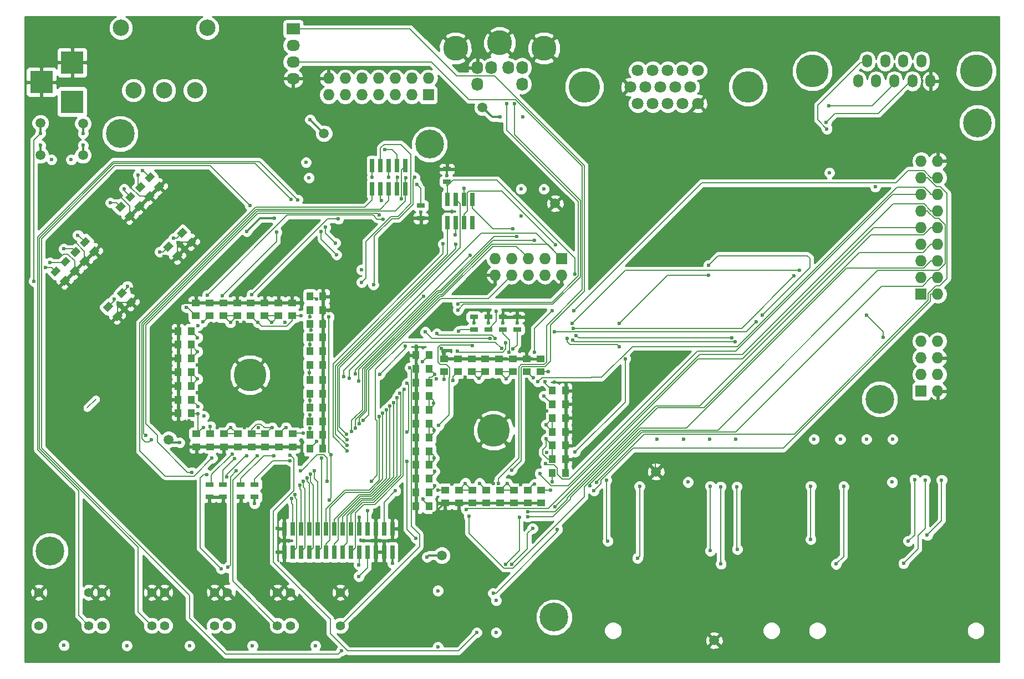
<source format=gbr>
G04 #@! TF.FileFunction,Copper,L4,Bot,Signal*
%FSLAX46Y46*%
G04 Gerber Fmt 4.6, Leading zero omitted, Abs format (unit mm)*
G04 Created by KiCad (PCBNEW no-vcs-found-undefined) date Mon Oct 17 17:10:25 2016*
%MOMM*%
%LPD*%
G01*
G04 APERTURE LIST*
%ADD10C,0.100000*%
%ADD11C,5.001260*%
%ADD12O,1.501140X1.998980*%
%ADD13C,4.400000*%
%ADD14C,2.500000*%
%ADD15C,3.810000*%
%ADD16O,1.778000X2.032000*%
%ADD17R,1.250000X1.000000*%
%ADD18R,1.000000X1.250000*%
%ADD19R,3.500120X3.500120*%
%ADD20O,1.727200X1.727200*%
%ADD21R,1.727200X1.727200*%
%ADD22O,2.032000X1.727200*%
%ADD23R,2.032000X1.727200*%
%ADD24R,1.300000X0.700000*%
%ADD25C,1.500000*%
%ADD26R,0.650000X2.100000*%
%ADD27C,1.397000*%
%ADD28C,1.000000*%
%ADD29C,4.800000*%
%ADD30C,1.800000*%
%ADD31C,5.000000*%
%ADD32C,0.600000*%
%ADD33C,0.200000*%
%ADD34C,0.300000*%
%ADD35C,0.152400*%
%ADD36C,0.254000*%
G04 APERTURE END LIST*
D10*
D11*
X215894260Y-47762000D03*
D12*
X199244560Y-46243080D03*
X202015700Y-46243080D03*
X204784300Y-46243080D03*
X207555440Y-46243080D03*
X208939740Y-49280920D03*
X206171140Y-49280920D03*
X197860260Y-49280920D03*
X200628860Y-49280920D03*
X203400000Y-49280920D03*
D11*
X190905740Y-47762000D03*
D13*
X132450000Y-58950000D03*
X216090000Y-55680000D03*
X85190000Y-57340000D03*
X201170000Y-97930000D03*
X151430000Y-131260000D03*
X74490000Y-121120000D03*
D14*
X96600000Y-50700000D03*
X91900000Y-50700000D03*
X87200000Y-50700000D03*
X85295000Y-41170000D03*
X98505000Y-41170000D03*
D15*
X149910000Y-44260000D03*
X136390000Y-44260000D03*
D16*
X139750000Y-47250000D03*
X139750000Y-49750000D03*
X146550000Y-47250000D03*
D15*
X143150000Y-43450000D03*
D16*
X146550000Y-49750000D03*
X141850000Y-47250000D03*
X144450000Y-47250000D03*
D17*
X111440000Y-83200000D03*
X111440000Y-85200000D03*
X98940000Y-103200000D03*
X98940000Y-105200000D03*
D18*
X94040000Y-100100000D03*
X96040000Y-100100000D03*
X96040000Y-87500000D03*
X94040000Y-87500000D03*
X116140000Y-86400000D03*
X114140000Y-86400000D03*
D17*
X111540000Y-105200000D03*
X111540000Y-103200000D03*
X100940000Y-83200000D03*
X100940000Y-85200000D03*
D18*
X96040000Y-98000000D03*
X94040000Y-98000000D03*
D17*
X96840000Y-103200000D03*
X96840000Y-105200000D03*
X103040000Y-85200000D03*
X103040000Y-83200000D03*
D18*
X114140000Y-97100000D03*
X116140000Y-97100000D03*
X116140000Y-84300000D03*
X114140000Y-84300000D03*
X116140000Y-99200000D03*
X114140000Y-99200000D03*
X116140000Y-105500000D03*
X114140000Y-105500000D03*
D17*
X107240000Y-83200000D03*
X107240000Y-85200000D03*
X105140000Y-85200000D03*
X105140000Y-83200000D03*
D18*
X114140000Y-82200000D03*
X116140000Y-82200000D03*
D17*
X109340000Y-85200000D03*
X109340000Y-83200000D03*
D18*
X116140000Y-92700000D03*
X114140000Y-92700000D03*
D17*
X98840000Y-83200000D03*
X98840000Y-85200000D03*
D18*
X114140000Y-95000000D03*
X116140000Y-95000000D03*
X116140000Y-88500000D03*
X114140000Y-88500000D03*
D17*
X109440000Y-103200000D03*
X109440000Y-105200000D03*
D18*
X114140000Y-90600000D03*
X116140000Y-90600000D03*
D17*
X101040000Y-105200000D03*
X101040000Y-103200000D03*
D18*
X116140000Y-101300000D03*
X114140000Y-101300000D03*
D17*
X103140000Y-103200000D03*
X103140000Y-105200000D03*
X107340000Y-105200000D03*
X107340000Y-103200000D03*
D18*
X114140000Y-103400000D03*
X116140000Y-103400000D03*
D17*
X105240000Y-103200000D03*
X105240000Y-105200000D03*
D18*
X94040000Y-95900000D03*
X96040000Y-95900000D03*
X96040000Y-93800000D03*
X94040000Y-93800000D03*
X96040000Y-91700000D03*
X94040000Y-91700000D03*
X94040000Y-89600000D03*
X96040000Y-89600000D03*
D17*
X141100000Y-111800000D03*
X141100000Y-113800000D03*
X147250000Y-91725000D03*
X147250000Y-93725000D03*
X134650000Y-93725000D03*
X134650000Y-91725000D03*
X149500000Y-113800000D03*
X149500000Y-111800000D03*
X147400000Y-111800000D03*
X147400000Y-113800000D03*
X149350000Y-93725000D03*
X149350000Y-91725000D03*
D18*
X151200000Y-102900000D03*
X153200000Y-102900000D03*
D17*
X136750000Y-91725000D03*
X136750000Y-93725000D03*
X134800000Y-113800000D03*
X134800000Y-111800000D03*
D18*
X153200000Y-100800000D03*
X151200000Y-100800000D03*
D17*
X138850000Y-91725000D03*
X138850000Y-93725000D03*
D18*
X151200000Y-98700000D03*
X153200000Y-98700000D03*
D17*
X140950000Y-93725000D03*
X140950000Y-91725000D03*
D18*
X151200000Y-109200000D03*
X153200000Y-109200000D03*
X151200000Y-107100000D03*
X153200000Y-107100000D03*
X130375000Y-112175000D03*
X132375000Y-112175000D03*
X153200000Y-96600000D03*
X151200000Y-96600000D03*
X153200000Y-105000000D03*
X151200000Y-105000000D03*
D17*
X143050000Y-93725000D03*
X143050000Y-91725000D03*
D18*
X132375000Y-110075000D03*
X130375000Y-110075000D03*
D17*
X145150000Y-91725000D03*
X145150000Y-93725000D03*
D18*
X132375000Y-107975000D03*
X130375000Y-107975000D03*
X130375000Y-95375000D03*
X132375000Y-95375000D03*
X130375000Y-105875000D03*
X132375000Y-105875000D03*
D17*
X143200000Y-111800000D03*
X143200000Y-113800000D03*
X145300000Y-113800000D03*
X145300000Y-111800000D03*
D18*
X132375000Y-103775000D03*
X130375000Y-103775000D03*
X130375000Y-93275000D03*
X132375000Y-93275000D03*
X130375000Y-101675000D03*
X132375000Y-101675000D03*
D17*
X136900000Y-113800000D03*
X136900000Y-111800000D03*
X139000000Y-111800000D03*
X139000000Y-113800000D03*
D18*
X130375000Y-99575000D03*
X132375000Y-99575000D03*
X132375000Y-97475000D03*
X130375000Y-97475000D03*
D19*
X73151000Y-49450400D03*
X77850000Y-46450660D03*
X77850000Y-52450140D03*
D20*
X210040000Y-61530000D03*
X207500000Y-61530000D03*
X210040000Y-64070000D03*
X207500000Y-64070000D03*
X210040000Y-66610000D03*
X207500000Y-66610000D03*
X210040000Y-69150000D03*
X207500000Y-69150000D03*
X210040000Y-71690000D03*
X207500000Y-71690000D03*
X210040000Y-74230000D03*
X207500000Y-74230000D03*
X210040000Y-76770000D03*
X207500000Y-76770000D03*
X210040000Y-79310000D03*
X207500000Y-79310000D03*
X210040000Y-81850000D03*
D21*
X207500000Y-81850000D03*
D20*
X117010000Y-48860000D03*
X117010000Y-51400000D03*
X119550000Y-48860000D03*
X119550000Y-51400000D03*
X122090000Y-48860000D03*
X122090000Y-51400000D03*
X124630000Y-48860000D03*
X124630000Y-51400000D03*
X127170000Y-48860000D03*
X127170000Y-51400000D03*
X129710000Y-48860000D03*
X129710000Y-51400000D03*
X132250000Y-48860000D03*
D21*
X132250000Y-51400000D03*
D22*
X111600000Y-48920000D03*
X111600000Y-46380000D03*
X111600000Y-43840000D03*
D23*
X111600000Y-41300000D03*
D24*
X105700000Y-110950000D03*
X105700000Y-112850000D03*
X103600000Y-112850000D03*
X103600000Y-110950000D03*
X131100000Y-70250000D03*
X131100000Y-68350000D03*
X98800000Y-110950000D03*
X98800000Y-112850000D03*
X100900000Y-112850000D03*
X100900000Y-110950000D03*
X145800000Y-85350000D03*
X145800000Y-87250000D03*
X143600000Y-87250000D03*
X143600000Y-85350000D03*
X135100000Y-62750000D03*
X135100000Y-64650000D03*
X139200000Y-85350000D03*
X139200000Y-87250000D03*
X141400000Y-87250000D03*
X141400000Y-85350000D03*
D25*
X92580000Y-104100000D03*
X175900000Y-134800000D03*
X151600000Y-68000000D03*
X73000000Y-55700000D03*
X79500000Y-55800000D03*
X79500000Y-60600000D03*
X73000000Y-60600000D03*
X134300000Y-121800000D03*
X140500000Y-53300000D03*
X116300000Y-57300000D03*
X167000000Y-109000000D03*
D26*
X123670000Y-62222000D03*
X123670000Y-65778000D03*
X124940000Y-62222000D03*
X124940000Y-65778000D03*
X126210000Y-62222000D03*
X126210000Y-65778000D03*
X127480000Y-62222000D03*
X127480000Y-65778000D03*
X128750000Y-62222000D03*
X128750000Y-65778000D03*
X138960000Y-70978000D03*
X138960000Y-67422000D03*
X137690000Y-70978000D03*
X137690000Y-67422000D03*
X136420000Y-70978000D03*
X136420000Y-67422000D03*
X135150000Y-70978000D03*
X135150000Y-67422000D03*
X126760000Y-121278000D03*
X126760000Y-117722000D03*
X125490000Y-121278000D03*
X125490000Y-117722000D03*
X124220000Y-121278000D03*
X124220000Y-117722000D03*
X122950000Y-121278000D03*
X122950000Y-117722000D03*
X121680000Y-121278000D03*
X121680000Y-117722000D03*
X120410000Y-121278000D03*
X120410000Y-117722000D03*
X119140000Y-121278000D03*
X119140000Y-117722000D03*
X117870000Y-121278000D03*
X117870000Y-117722000D03*
X116600000Y-121278000D03*
X116600000Y-117722000D03*
X115330000Y-121278000D03*
X115330000Y-117722000D03*
X114060000Y-121278000D03*
X114060000Y-117722000D03*
X112790000Y-121278000D03*
X112790000Y-117722000D03*
X111520000Y-121278000D03*
X111520000Y-117722000D03*
X110250000Y-121278000D03*
X110250000Y-117722000D03*
D27*
X72790000Y-132540000D03*
X72790000Y-127460000D03*
X80410000Y-132540000D03*
X80410000Y-127460000D03*
X90010000Y-127460000D03*
X90010000Y-132540000D03*
X82390000Y-127460000D03*
X82390000Y-132540000D03*
X109210000Y-127460000D03*
X109210000Y-132540000D03*
X101590000Y-127460000D03*
X101590000Y-132540000D03*
X118810000Y-127460000D03*
X118810000Y-132540000D03*
X111190000Y-127460000D03*
X111190000Y-132540000D03*
X91990000Y-132540000D03*
X91990000Y-127460000D03*
X99610000Y-132540000D03*
X99610000Y-127460000D03*
D17*
X96740000Y-83200000D03*
X96740000Y-85200000D03*
D18*
X132375000Y-91175000D03*
X130375000Y-91175000D03*
X132375000Y-114275000D03*
X130375000Y-114275000D03*
D28*
X76747107Y-79807107D03*
D10*
G36*
X75951612Y-79895495D02*
X76835495Y-79011612D01*
X77542602Y-79718719D01*
X76658719Y-80602602D01*
X75951612Y-79895495D01*
X75951612Y-79895495D01*
G37*
D28*
X75332893Y-78392893D03*
D10*
G36*
X74537398Y-78481281D02*
X75421281Y-77597398D01*
X76128388Y-78304505D01*
X75244505Y-79188388D01*
X74537398Y-78481281D01*
X74537398Y-78481281D01*
G37*
D28*
X88147107Y-68407107D03*
D10*
G36*
X87351612Y-68495495D02*
X88235495Y-67611612D01*
X88942602Y-68318719D01*
X88058719Y-69202602D01*
X87351612Y-68495495D01*
X87351612Y-68495495D01*
G37*
D28*
X86732893Y-66992893D03*
D10*
G36*
X85937398Y-67081281D02*
X86821281Y-66197398D01*
X87528388Y-66904505D01*
X86644505Y-67788388D01*
X85937398Y-67081281D01*
X85937398Y-67081281D01*
G37*
D28*
X79832893Y-73892893D03*
D10*
G36*
X79037398Y-73981281D02*
X79921281Y-73097398D01*
X80628388Y-73804505D01*
X79744505Y-74688388D01*
X79037398Y-73981281D01*
X79037398Y-73981281D01*
G37*
D28*
X81247107Y-75307107D03*
D10*
G36*
X80451612Y-75395495D02*
X81335495Y-74511612D01*
X82042602Y-75218719D01*
X81158719Y-76102602D01*
X80451612Y-75395495D01*
X80451612Y-75395495D01*
G37*
D28*
X79747107Y-76807107D03*
D10*
G36*
X78951612Y-76895495D02*
X79835495Y-76011612D01*
X80542602Y-76718719D01*
X79658719Y-77602602D01*
X78951612Y-76895495D01*
X78951612Y-76895495D01*
G37*
D28*
X78332893Y-75392893D03*
D10*
G36*
X77537398Y-75481281D02*
X78421281Y-74597398D01*
X79128388Y-75304505D01*
X78244505Y-76188388D01*
X77537398Y-75481281D01*
X77537398Y-75481281D01*
G37*
D28*
X86647107Y-69907107D03*
D10*
G36*
X85851612Y-69995495D02*
X86735495Y-69111612D01*
X87442602Y-69818719D01*
X86558719Y-70702602D01*
X85851612Y-69995495D01*
X85851612Y-69995495D01*
G37*
D28*
X85232893Y-68492893D03*
D10*
G36*
X84437398Y-68581281D02*
X85321281Y-67697398D01*
X86028388Y-68404505D01*
X85144505Y-69288388D01*
X84437398Y-68581281D01*
X84437398Y-68581281D01*
G37*
D28*
X89647107Y-66907107D03*
D10*
G36*
X88851612Y-66995495D02*
X89735495Y-66111612D01*
X90442602Y-66818719D01*
X89558719Y-67702602D01*
X88851612Y-66995495D01*
X88851612Y-66995495D01*
G37*
D28*
X88232893Y-65492893D03*
D10*
G36*
X87437398Y-65581281D02*
X88321281Y-64697398D01*
X89028388Y-65404505D01*
X88144505Y-66288388D01*
X87437398Y-65581281D01*
X87437398Y-65581281D01*
G37*
D28*
X91147107Y-65407107D03*
D10*
G36*
X90351612Y-65495495D02*
X91235495Y-64611612D01*
X91942602Y-65318719D01*
X91058719Y-66202602D01*
X90351612Y-65495495D01*
X90351612Y-65495495D01*
G37*
D28*
X89732893Y-63992893D03*
D10*
G36*
X88937398Y-64081281D02*
X89821281Y-63197398D01*
X90528388Y-63904505D01*
X89644505Y-64788388D01*
X88937398Y-64081281D01*
X88937398Y-64081281D01*
G37*
D28*
X94632893Y-72492893D03*
D10*
G36*
X93837398Y-72581281D02*
X94721281Y-71697398D01*
X95428388Y-72404505D01*
X94544505Y-73288388D01*
X93837398Y-72581281D01*
X93837398Y-72581281D01*
G37*
D28*
X96047107Y-73907107D03*
D10*
G36*
X95251612Y-73995495D02*
X96135495Y-73111612D01*
X96842602Y-73818719D01*
X95958719Y-74702602D01*
X95251612Y-73995495D01*
X95251612Y-73995495D01*
G37*
D28*
X76832893Y-76892893D03*
D10*
G36*
X76037398Y-76981281D02*
X76921281Y-76097398D01*
X77628388Y-76804505D01*
X76744505Y-77688388D01*
X76037398Y-76981281D01*
X76037398Y-76981281D01*
G37*
D28*
X78247107Y-78307107D03*
D10*
G36*
X77451612Y-78395495D02*
X78335495Y-77511612D01*
X79042602Y-78218719D01*
X78158719Y-79102602D01*
X77451612Y-78395495D01*
X77451612Y-78395495D01*
G37*
D28*
X84747107Y-85207107D03*
D10*
G36*
X83951612Y-85295495D02*
X84835495Y-84411612D01*
X85542602Y-85118719D01*
X84658719Y-86002602D01*
X83951612Y-85295495D01*
X83951612Y-85295495D01*
G37*
D28*
X83332893Y-83792893D03*
D10*
G36*
X82537398Y-83881281D02*
X83421281Y-82997398D01*
X84128388Y-83704505D01*
X83244505Y-84588388D01*
X82537398Y-83881281D01*
X82537398Y-83881281D01*
G37*
D28*
X92532893Y-74592893D03*
D10*
G36*
X91737398Y-74681281D02*
X92621281Y-73797398D01*
X93328388Y-74504505D01*
X92444505Y-75388388D01*
X91737398Y-74681281D01*
X91737398Y-74681281D01*
G37*
D28*
X93947107Y-76007107D03*
D10*
G36*
X93151612Y-76095495D02*
X94035495Y-75211612D01*
X94742602Y-75918719D01*
X93858719Y-76802602D01*
X93151612Y-76095495D01*
X93151612Y-76095495D01*
G37*
D28*
X86847107Y-83107107D03*
D10*
G36*
X86051612Y-83195495D02*
X86935495Y-82311612D01*
X87642602Y-83018719D01*
X86758719Y-83902602D01*
X86051612Y-83195495D01*
X86051612Y-83195495D01*
G37*
D28*
X85432893Y-81692893D03*
D10*
G36*
X84637398Y-81781281D02*
X85521281Y-80897398D01*
X86228388Y-81604505D01*
X85344505Y-82488388D01*
X84637398Y-81781281D01*
X84637398Y-81781281D01*
G37*
D29*
X156050000Y-50180000D03*
X181040000Y-50180000D03*
D30*
X164230000Y-52730000D03*
X173390000Y-47650000D03*
X171100000Y-47650000D03*
X168810000Y-47650000D03*
X166520000Y-47650000D03*
X164230000Y-47650000D03*
X172250000Y-50190000D03*
X169960000Y-50190000D03*
X167670000Y-50190000D03*
X165380000Y-50190000D03*
X163090000Y-50190000D03*
X173390000Y-52730000D03*
X171100000Y-52730000D03*
X168810000Y-52730000D03*
X166520000Y-52730000D03*
D20*
X142440000Y-78940000D03*
X142440000Y-76400000D03*
X144980000Y-78940000D03*
X144980000Y-76400000D03*
X147520000Y-78940000D03*
X147520000Y-76400000D03*
X150060000Y-78940000D03*
X150060000Y-76400000D03*
X152600000Y-78940000D03*
D21*
X152600000Y-76400000D03*
D20*
X210040000Y-89080000D03*
X207500000Y-89080000D03*
X210040000Y-91620000D03*
X207500000Y-91620000D03*
X210040000Y-94160000D03*
X207500000Y-94160000D03*
X210040000Y-96700000D03*
D21*
X207500000Y-96700000D03*
D31*
X104990000Y-94200000D03*
X142200000Y-102700000D03*
D32*
X108760000Y-70240000D03*
X104520000Y-72260000D03*
X79500000Y-59100000D03*
X122000000Y-78130000D03*
X77700000Y-61300000D03*
X88615000Y-62950000D03*
X132050000Y-122050000D03*
X97090000Y-86650000D03*
X134650000Y-94900000D03*
X148300000Y-94650000D03*
X150600000Y-93700000D03*
X150050000Y-95200000D03*
X151200000Y-110600000D03*
X150950000Y-111850000D03*
X140075000Y-110775000D03*
X133700000Y-111825000D03*
X131475000Y-113225000D03*
X131375000Y-92200000D03*
X97015000Y-88525000D03*
X97040000Y-100150000D03*
X97890000Y-102225000D03*
X98965000Y-102075000D03*
X113115000Y-103075000D03*
X115165000Y-104375000D03*
X115140000Y-82600000D03*
X112840000Y-85175000D03*
X106215000Y-86200000D03*
X95265000Y-83875000D03*
X83690000Y-67900000D03*
X78715000Y-72850000D03*
X73765000Y-77775000D03*
X141400000Y-86300000D03*
X103600000Y-113900000D03*
X119800000Y-129900000D03*
X150100000Y-116825000D03*
X131100000Y-69300000D03*
X135100000Y-63700000D03*
X100900000Y-113900000D03*
X98800000Y-113900000D03*
X121720000Y-74030000D03*
X117020000Y-84420400D03*
X94740000Y-83200000D03*
X92840000Y-100500000D03*
X95340000Y-105600000D03*
X133100000Y-115360000D03*
X154600000Y-96600000D03*
X134250000Y-90180000D03*
X130400000Y-89800000D03*
X145800000Y-86300000D03*
X143600000Y-86300000D03*
X121700000Y-116000000D03*
X124200000Y-116000000D03*
X126800000Y-116000000D03*
X124200000Y-123100000D03*
X125500000Y-123100000D03*
X109200000Y-117700000D03*
X109200000Y-121300000D03*
X149900000Y-70000000D03*
X216900000Y-130000000D03*
X191600000Y-131200000D03*
X185500000Y-130000000D03*
X160300000Y-131200000D03*
X200400000Y-56000000D03*
X202100000Y-63800000D03*
X196200000Y-70200000D03*
X204800000Y-107600000D03*
X198100000Y-107500000D03*
X166900000Y-107500000D03*
X173600000Y-107500000D03*
X136300000Y-121200000D03*
X135825000Y-110875000D03*
X142150000Y-110850000D03*
X146325000Y-111000000D03*
X150350000Y-106050000D03*
X151500000Y-95350000D03*
X147300000Y-94900000D03*
X143050000Y-95000000D03*
X133450000Y-94850000D03*
X137850000Y-94600000D03*
X104090000Y-86175000D03*
X103040000Y-86200000D03*
X110390000Y-86150000D03*
X113090000Y-106325000D03*
X113015000Y-100725000D03*
X106315000Y-102275000D03*
X104215000Y-102225000D03*
X99990000Y-102250000D03*
X95690000Y-101225000D03*
X96990000Y-96950000D03*
X96990000Y-92725000D03*
X99115000Y-86375000D03*
X150350000Y-99700000D03*
X96865000Y-71175000D03*
X96140000Y-71875000D03*
X91890000Y-76125000D03*
X81965000Y-85975000D03*
X82690000Y-85300000D03*
X86940000Y-81075000D03*
X75515000Y-76000000D03*
X77665000Y-73900000D03*
X86840000Y-64700000D03*
X84715000Y-66850000D03*
X94015000Y-74000000D03*
X84840000Y-83200000D03*
X101000000Y-54300000D03*
X99800000Y-45900000D03*
X101200000Y-41700000D03*
X114200000Y-55200000D03*
X113570000Y-61720000D03*
X114030000Y-64080000D03*
X94269900Y-104560000D03*
X97990000Y-100500000D03*
X136000000Y-95050000D03*
X149900000Y-97400000D03*
X148450000Y-110900000D03*
X133175000Y-111150000D03*
X133225000Y-108950000D03*
X133175000Y-94125000D03*
X97040000Y-99050000D03*
X110490000Y-102250000D03*
X114140000Y-100300000D03*
X114365000Y-87375000D03*
X114190000Y-85350000D03*
X97790000Y-86125000D03*
X114190000Y-102350000D03*
X73000000Y-57300000D03*
X79500000Y-57300000D03*
X72008600Y-79872500D03*
X139200000Y-86250000D03*
X133700000Y-135800000D03*
X133700000Y-127200000D03*
X126750000Y-123000000D03*
X73000000Y-59100000D03*
X105700000Y-113900000D03*
X74700000Y-61300000D03*
X115000000Y-135600000D03*
X105400000Y-135600000D03*
X95800000Y-135600000D03*
X86200000Y-135600000D03*
X76600000Y-135550000D03*
X142600000Y-133600000D03*
X142600000Y-128700000D03*
X191150000Y-104050000D03*
X195150000Y-104050000D03*
X203150000Y-104050000D03*
X199150000Y-104050000D03*
X179200000Y-104050000D03*
X175200000Y-104050000D03*
X167200000Y-104050000D03*
X171200000Y-104050000D03*
X203100000Y-110600000D03*
X171900000Y-110600000D03*
X193500000Y-63300000D03*
X200500000Y-65450000D03*
X143200000Y-54800000D03*
X146700000Y-54800000D03*
X146400000Y-69950000D03*
X149900000Y-65800000D03*
X146400000Y-65800000D03*
X139950000Y-94700000D03*
X144100000Y-94800000D03*
X150250000Y-101800000D03*
X150250000Y-103950000D03*
X144275000Y-110800000D03*
X137900000Y-110775000D03*
X133150000Y-102700000D03*
X133050000Y-98500000D03*
X133100000Y-106925000D03*
X97015000Y-90650000D03*
X97015000Y-94850000D03*
X102090000Y-102250000D03*
X108390000Y-102250000D03*
X114165000Y-98150000D03*
X114115000Y-93875000D03*
X114165000Y-89550000D03*
X108290000Y-86175000D03*
X102015000Y-86200000D03*
X86290000Y-80650000D03*
X84265000Y-82650000D03*
X91240000Y-75400000D03*
X93365000Y-73300000D03*
X87915000Y-63650000D03*
X85790000Y-65775000D03*
X76565000Y-74950000D03*
X74465000Y-77050000D03*
X195660000Y-111260000D03*
X194520000Y-123130000D03*
X164500000Y-111240000D03*
X164180000Y-122230000D03*
X208120000Y-110280000D03*
X204820000Y-123020000D03*
X176880000Y-111290000D03*
X176940000Y-123110000D03*
X128780000Y-64040000D03*
X130510000Y-65080000D03*
X104510000Y-106560000D03*
X89100000Y-103490000D03*
X101460000Y-109760000D03*
X128130000Y-67320000D03*
X131540000Y-82230000D03*
X120180000Y-94740000D03*
X127500000Y-64010000D03*
X130160000Y-64030000D03*
X123860000Y-80410000D03*
X125590000Y-59760000D03*
X89910000Y-104150000D03*
X126200000Y-63970000D03*
X124770000Y-69790000D03*
X96120000Y-109090000D03*
X125090000Y-67580000D03*
X125300000Y-70400000D03*
X98500000Y-82000000D03*
X122060000Y-80040000D03*
X99220000Y-106930000D03*
X123660000Y-64000000D03*
X118510000Y-70360000D03*
X105310000Y-81920000D03*
X154595900Y-78836300D03*
X119840000Y-105000000D03*
X119770000Y-103250000D03*
X119850000Y-105810000D03*
X134500000Y-74180000D03*
X136350000Y-72760000D03*
X137700000Y-65710000D03*
X136430000Y-74200000D03*
X119820000Y-104130000D03*
X133770900Y-101950000D03*
X138972600Y-89731400D03*
X151659200Y-74322600D03*
X128750000Y-89820000D03*
X124820000Y-94110000D03*
X122280000Y-101150000D03*
X154336000Y-88894900D03*
X179139700Y-89125100D03*
X157540600Y-111882100D03*
X151523200Y-87647900D03*
X182311700Y-86131400D03*
X156932400Y-111185100D03*
X154340800Y-87095000D03*
X188115500Y-79084200D03*
X147410300Y-115908500D03*
X154250900Y-86309300D03*
X188964100Y-78218900D03*
X147418300Y-115139600D03*
X138006800Y-114766600D03*
X151554400Y-114403900D03*
X138450000Y-115797800D03*
X149268300Y-109275600D03*
X150148500Y-107743700D03*
X148971000Y-95255100D03*
X157951600Y-110644000D03*
X148450000Y-90756700D03*
X151165200Y-84371900D03*
X154498800Y-84371900D03*
X144991100Y-108746700D03*
X162311900Y-91725000D03*
X154650800Y-105997400D03*
X142909200Y-110843400D03*
X112270000Y-67430000D03*
X116520000Y-71650000D03*
X118040000Y-74040000D03*
X111310000Y-67420000D03*
X115890000Y-72290000D03*
X118230000Y-75850000D03*
X111150000Y-106500000D03*
X139660000Y-133600000D03*
X100780000Y-82120000D03*
X109090000Y-72400000D03*
X105040000Y-68340000D03*
X118970000Y-136390000D03*
X111120000Y-107330000D03*
X108670000Y-106550000D03*
X102280000Y-106310000D03*
X102680000Y-107020000D03*
X106140000Y-106540000D03*
X142465300Y-88665900D03*
X133555100Y-87891000D03*
X129419200Y-93106200D03*
X145162600Y-90244600D03*
X144547700Y-90756000D03*
X151962000Y-117811790D03*
X136653100Y-90598000D03*
X144089200Y-89288700D03*
X154799300Y-88170000D03*
X178590500Y-88587700D03*
X142150000Y-127581900D03*
X136881000Y-87567400D03*
X142616200Y-84517300D03*
X141694000Y-88669400D03*
X131764900Y-87645100D03*
X179360000Y-111290000D03*
X179430000Y-120860000D03*
X210640000Y-110270000D03*
X208440000Y-118710000D03*
X127240000Y-111950000D03*
X112730000Y-108830000D03*
X143430000Y-90190000D03*
X123540000Y-110480000D03*
X116750000Y-110510000D03*
X121640000Y-125010000D03*
X98390000Y-109490000D03*
X100600000Y-123830000D03*
X145010000Y-123170000D03*
X148160000Y-117670000D03*
X122950000Y-114960000D03*
X117100000Y-113320000D03*
X117420000Y-106391000D03*
X117070000Y-85350000D03*
X111350000Y-113080000D03*
X121640000Y-123230000D03*
X146140000Y-115980000D03*
X144050000Y-123180000D03*
X101640000Y-123640000D03*
X102920000Y-108860000D03*
X112620000Y-111050000D03*
X114240000Y-109410000D03*
X111890000Y-112530000D03*
X113710000Y-109960000D03*
X113170000Y-110510000D03*
X114800000Y-108840000D03*
X115900000Y-106950000D03*
X128590000Y-96450000D03*
X127871000Y-96990000D03*
X127460000Y-97670000D03*
X126910000Y-98450000D03*
X126370000Y-98990000D03*
X125820000Y-99520000D03*
X125290000Y-100060000D03*
X124750000Y-100590000D03*
X130350000Y-119170000D03*
X129020000Y-107460000D03*
X159650000Y-119617031D03*
X159460000Y-110310000D03*
X190660000Y-111210000D03*
X190640000Y-119350000D03*
X175290000Y-111210000D03*
X175310000Y-121100000D03*
X206500000Y-110200000D03*
X205560000Y-119590000D03*
X145131600Y-71881900D03*
X193400000Y-53050000D03*
X193000000Y-55600000D03*
X193110000Y-56590000D03*
X144250000Y-52720000D03*
X136730000Y-83390000D03*
X145370000Y-52710000D03*
X136760000Y-84290000D03*
X119300000Y-94490000D03*
X121070000Y-102330000D03*
X148450000Y-73640000D03*
X120530000Y-102890000D03*
X121630000Y-95140000D03*
X145770000Y-73080000D03*
X121730000Y-101710000D03*
X138640000Y-75890000D03*
X121070000Y-94020000D03*
X161420000Y-86360000D03*
X161400000Y-89900000D03*
X201690000Y-88490000D03*
X199140000Y-85050000D03*
X183220000Y-85090000D03*
X175070000Y-77430000D03*
X175080000Y-78970000D03*
X153450000Y-88600000D03*
X129010000Y-102920000D03*
X128980000Y-95520000D03*
D33*
X80150000Y-99250000D02*
X81450000Y-97950000D01*
D34*
X106540000Y-70240000D02*
X108760000Y-70240000D01*
X104520000Y-72260000D02*
X106540000Y-70240000D01*
X132300000Y-121800000D02*
X132050000Y-122050000D01*
X134300000Y-121800000D02*
X132300000Y-121800000D01*
X79500000Y-60600000D02*
X79500000Y-59100000D01*
D35*
X88690000Y-62950000D02*
X89732900Y-63992900D01*
X88615000Y-62950000D02*
X88690000Y-62950000D01*
X134650000Y-93725000D02*
X134650000Y-94900000D01*
X148175000Y-94650000D02*
X147250000Y-93725000D01*
X148300000Y-94650000D02*
X148175000Y-94650000D01*
X149375000Y-93700000D02*
X149350000Y-93725000D01*
X150600000Y-93700000D02*
X149375000Y-93700000D01*
X150050000Y-95450000D02*
X151200000Y-96600000D01*
X150050000Y-95200000D02*
X150050000Y-95450000D01*
X151200000Y-109200000D02*
X151200000Y-110600000D01*
X149550000Y-111850000D02*
X149500000Y-111800000D01*
X150950000Y-111850000D02*
X149550000Y-111850000D01*
X141100000Y-111800000D02*
X140075000Y-110775000D01*
X134775000Y-111825000D02*
X134800000Y-111800000D01*
X133700000Y-111825000D02*
X134775000Y-111825000D01*
X131475000Y-113375000D02*
X132375000Y-114275000D01*
X131475000Y-113225000D02*
X131475000Y-113375000D01*
X131375000Y-92175000D02*
X132375000Y-91175000D01*
X131375000Y-92200000D02*
X131375000Y-92175000D01*
X97015000Y-88475000D02*
X96040000Y-87500000D01*
X97015000Y-88525000D02*
X97015000Y-88475000D01*
X96090000Y-100150000D02*
X96040000Y-100100000D01*
X97040000Y-100150000D02*
X96090000Y-100150000D01*
X98965000Y-103175000D02*
X98940000Y-103200000D01*
X98965000Y-102075000D02*
X98965000Y-103175000D01*
X111665000Y-103075000D02*
X111540000Y-103200000D01*
X113115000Y-103075000D02*
X111665000Y-103075000D01*
X115165000Y-104475000D02*
X114140000Y-105500000D01*
X115165000Y-104375000D02*
X115165000Y-104475000D01*
X114140000Y-82200000D02*
X115140000Y-82600000D01*
X95415000Y-83875000D02*
X96740000Y-85200000D01*
X95265000Y-83875000D02*
X95415000Y-83875000D01*
X84640000Y-67900000D02*
X85232900Y-68492900D01*
X83690000Y-67900000D02*
X84640000Y-67900000D01*
X78790000Y-72850000D02*
X79832900Y-73892900D01*
X78715000Y-72850000D02*
X78790000Y-72850000D01*
X74715000Y-77775000D02*
X75332900Y-78392900D01*
X73765000Y-77775000D02*
X74715000Y-77775000D01*
X97815000Y-102225000D02*
X97226900Y-102813100D01*
X97890000Y-102225000D02*
X97815000Y-102225000D01*
X97226900Y-102813100D02*
X96840000Y-103200000D01*
X97040000Y-102626200D02*
X97040000Y-100150000D01*
X97226900Y-102813100D02*
X97040000Y-102626200D01*
X111465000Y-85175000D02*
X111440000Y-85200000D01*
X112840000Y-85175000D02*
X111465000Y-85175000D01*
X106140000Y-86200000D02*
X105140000Y-85200000D01*
X106215000Y-86200000D02*
X106140000Y-86200000D01*
X110615000Y-86753900D02*
X111440000Y-85928900D01*
X106768900Y-86753900D02*
X110615000Y-86753900D01*
X106215000Y-86200000D02*
X106768900Y-86753900D01*
X111440000Y-85200000D02*
X111440000Y-85928900D01*
D34*
X141400000Y-85350000D02*
X141400000Y-86300000D01*
X103600000Y-112850000D02*
X103600000Y-113900000D01*
X151600000Y-68300000D02*
X149900000Y-70000000D01*
X151600000Y-68000000D02*
X151600000Y-68300000D01*
X135100000Y-62750000D02*
X135100000Y-63700000D01*
X131100000Y-69300000D02*
X131100000Y-70250000D01*
X98800000Y-112850000D02*
X98800000Y-113900000D01*
X100900000Y-113900000D02*
X100900000Y-112850000D01*
X117020000Y-84379600D02*
X117020000Y-84420400D01*
X116940000Y-84300000D02*
X117020000Y-84379600D01*
X116140000Y-84300000D02*
X116940000Y-84300000D01*
X96740000Y-83200000D02*
X94740000Y-83200000D01*
X93240000Y-100100000D02*
X92840000Y-100500000D01*
X94040000Y-100100000D02*
X93240000Y-100100000D01*
X95740000Y-105200000D02*
X95340000Y-105600000D01*
X96840000Y-105200000D02*
X95740000Y-105200000D01*
X134700000Y-113800000D02*
X133100000Y-115360000D01*
X134800000Y-113800000D02*
X134700000Y-113800000D01*
X153200000Y-96600000D02*
X154600000Y-96600000D01*
X134300000Y-90230000D02*
X134250000Y-90180000D01*
X134650000Y-91725000D02*
X134300000Y-90230000D01*
X130375000Y-89825000D02*
X130400000Y-89800000D01*
X130375000Y-91175000D02*
X130375000Y-89825000D01*
X143600000Y-85350000D02*
X143600000Y-86300000D01*
X145800000Y-86300000D02*
X145800000Y-85350000D01*
X116140000Y-84300000D02*
X116140000Y-82200000D01*
X116140000Y-86400000D02*
X116140000Y-84300000D01*
X116140000Y-88500000D02*
X116140000Y-86400000D01*
X116140000Y-90600000D02*
X116140000Y-88500000D01*
X116140000Y-92700000D02*
X116140000Y-90600000D01*
X116140000Y-95000000D02*
X116140000Y-92700000D01*
X116140000Y-97100000D02*
X116140000Y-95000000D01*
X116140000Y-99200000D02*
X116140000Y-97100000D01*
X116140000Y-101300000D02*
X116140000Y-99200000D01*
X116140000Y-103400000D02*
X116140000Y-101300000D01*
X116140000Y-105500000D02*
X116140000Y-103400000D01*
X109340000Y-83200000D02*
X111440000Y-83200000D01*
X107240000Y-83200000D02*
X109340000Y-83200000D01*
X105140000Y-83200000D02*
X107240000Y-83200000D01*
X103040000Y-83200000D02*
X105140000Y-83200000D01*
X100940000Y-83200000D02*
X103040000Y-83200000D01*
X98840000Y-83200000D02*
X100940000Y-83200000D01*
X96740000Y-83200000D02*
X98840000Y-83200000D01*
X111540000Y-105200000D02*
X109440000Y-105200000D01*
X107340000Y-105200000D02*
X109440000Y-105200000D01*
X105240000Y-105200000D02*
X107340000Y-105200000D01*
X103140000Y-105200000D02*
X105240000Y-105200000D01*
X101040000Y-105200000D02*
X103140000Y-105200000D01*
X98940000Y-105200000D02*
X101040000Y-105200000D01*
X96840000Y-105200000D02*
X98940000Y-105200000D01*
X94040000Y-98000000D02*
X94040000Y-100100000D01*
X94040000Y-95900000D02*
X94040000Y-98000000D01*
X94040000Y-93800000D02*
X94040000Y-95900000D01*
X94040000Y-91700000D02*
X94040000Y-93800000D01*
X94040000Y-89600000D02*
X94040000Y-91700000D01*
X94040000Y-87500000D02*
X94040000Y-89600000D01*
X136900000Y-113800000D02*
X134800000Y-113800000D01*
X139000000Y-113800000D02*
X136900000Y-113800000D01*
X141100000Y-113800000D02*
X139000000Y-113800000D01*
X143200000Y-113800000D02*
X141100000Y-113800000D01*
X145300000Y-113800000D02*
X143200000Y-113800000D01*
X147400000Y-113800000D02*
X145300000Y-113800000D01*
X149500000Y-113800000D02*
X147400000Y-113800000D01*
X153200000Y-107100000D02*
X153200000Y-109200000D01*
X153200000Y-105000000D02*
X153200000Y-107100000D01*
X153200000Y-102900000D02*
X153200000Y-105000000D01*
X153200000Y-100800000D02*
X153200000Y-102900000D01*
X153200000Y-98700000D02*
X153200000Y-100800000D01*
X153200000Y-96600000D02*
X153200000Y-98700000D01*
X147250000Y-91725000D02*
X149350000Y-91725000D01*
X145150000Y-91725000D02*
X147250000Y-91725000D01*
X143050000Y-91725000D02*
X145150000Y-91725000D01*
X140950000Y-91725000D02*
X143050000Y-91725000D01*
X138850000Y-91725000D02*
X140950000Y-91725000D01*
X136750000Y-91725000D02*
X138850000Y-91725000D01*
X134650000Y-91725000D02*
X136750000Y-91725000D01*
X130375000Y-93275000D02*
X130375000Y-91175000D01*
X130375000Y-95375000D02*
X130375000Y-93275000D01*
X130375000Y-97475000D02*
X130375000Y-95375000D01*
X130375000Y-99575000D02*
X130375000Y-97475000D01*
X130375000Y-101675000D02*
X130375000Y-99575000D01*
X130375000Y-103775000D02*
X130375000Y-101675000D01*
X130375000Y-105875000D02*
X130375000Y-103775000D01*
X130375000Y-107975000D02*
X130375000Y-105875000D01*
X130375000Y-110075000D02*
X130375000Y-107975000D01*
X130375000Y-112175000D02*
X130375000Y-110075000D01*
X130375000Y-114275000D02*
X130375000Y-112175000D01*
X121680000Y-116020000D02*
X121680000Y-117722000D01*
X121700000Y-116000000D02*
X121680000Y-116020000D01*
X124220000Y-116020000D02*
X124220000Y-117722000D01*
X124200000Y-116000000D02*
X124220000Y-116020000D01*
X126760000Y-116040000D02*
X126800000Y-116000000D01*
X126760000Y-117722000D02*
X126760000Y-116040000D01*
X124220000Y-123080000D02*
X124200000Y-123100000D01*
X124220000Y-121278000D02*
X124220000Y-123080000D01*
X125490000Y-123090000D02*
X125490000Y-121278000D01*
X125500000Y-123100000D02*
X125490000Y-123090000D01*
X109222000Y-117722000D02*
X109200000Y-117700000D01*
X110250000Y-117722000D02*
X109222000Y-117722000D01*
X109222000Y-121278000D02*
X110250000Y-121278000D01*
X109200000Y-121300000D02*
X109222000Y-121278000D01*
D35*
X78247100Y-76807100D02*
X78247100Y-78307100D01*
X77165000Y-75725000D02*
X78247100Y-76807100D01*
X76540000Y-75725000D02*
X77165000Y-75725000D01*
X76265000Y-76000000D02*
X76540000Y-75725000D01*
X75515000Y-76000000D02*
X76265000Y-76000000D01*
X79747100Y-75307100D02*
X79747100Y-76807100D01*
X78340000Y-73900000D02*
X79747100Y-75307100D01*
X77665000Y-73900000D02*
X78340000Y-73900000D01*
X88147100Y-66907100D02*
X89647100Y-66907100D01*
X86840000Y-65600000D02*
X88147100Y-66907100D01*
X86840000Y-64700000D02*
X86840000Y-65600000D01*
X86647100Y-68407100D02*
X86647100Y-69907100D01*
X85090000Y-66850000D02*
X86647100Y-68407100D01*
X84715000Y-66850000D02*
X85090000Y-66850000D01*
X93947100Y-74067900D02*
X94015000Y-74000000D01*
X93947100Y-76007100D02*
X93947100Y-74067900D01*
X94107900Y-73907100D02*
X94015000Y-74000000D01*
X96047100Y-73907100D02*
X94107900Y-73907100D01*
X84932900Y-83107100D02*
X84840000Y-83200000D01*
X86847100Y-83107100D02*
X84932900Y-83107100D01*
X84747100Y-83292900D02*
X84840000Y-83200000D01*
X84747100Y-85207100D02*
X84747100Y-83292900D01*
X84747100Y-85207100D02*
X86847100Y-83107100D01*
X93947100Y-76007100D02*
X96047100Y-73907100D01*
X88147100Y-68407100D02*
X86647100Y-69907100D01*
X89647100Y-66907100D02*
X88147100Y-68407100D01*
X91147100Y-65407100D02*
X89647100Y-66907100D01*
X79747100Y-76807100D02*
X81247100Y-75307100D01*
X78247100Y-78307100D02*
X79747100Y-76807100D01*
X76747100Y-79807100D02*
X78247100Y-78307100D01*
X166900000Y-108900000D02*
X166900000Y-107500000D01*
X167000000Y-109000000D02*
X166900000Y-108900000D01*
X180700000Y-130000000D02*
X185500000Y-130000000D01*
X175900000Y-134800000D02*
X180700000Y-130000000D01*
D34*
X116300000Y-57300000D02*
X114200000Y-55200000D01*
X93040100Y-104560000D02*
X92580000Y-104100000D01*
X94269900Y-104560000D02*
X93040100Y-104560000D01*
D35*
X136000000Y-94475000D02*
X136750000Y-93725000D01*
X136000000Y-95050000D02*
X136000000Y-94475000D01*
X151200000Y-98700000D02*
X149900000Y-97400000D01*
X148300000Y-110900000D02*
X147400000Y-111800000D01*
X148450000Y-110900000D02*
X148300000Y-110900000D01*
X133175000Y-111375000D02*
X132375000Y-112175000D01*
X133175000Y-111150000D02*
X133175000Y-111375000D01*
X133225000Y-109225000D02*
X132375000Y-110075000D01*
X133225000Y-108950000D02*
X133225000Y-109225000D01*
X97040000Y-99000000D02*
X96040000Y-98000000D01*
X97040000Y-99050000D02*
X97040000Y-99000000D01*
X110390000Y-102250000D02*
X109440000Y-103200000D01*
X110490000Y-102250000D02*
X110390000Y-102250000D01*
X114190000Y-103350000D02*
X114140000Y-103400000D01*
X114190000Y-102350000D02*
X114190000Y-103350000D01*
X114140000Y-101300000D02*
X114140000Y-100300000D01*
X114365000Y-86625000D02*
X114140000Y-86400000D01*
X114365000Y-87375000D02*
X114365000Y-86625000D01*
X114190000Y-84350000D02*
X114140000Y-84300000D01*
X114190000Y-85350000D02*
X114190000Y-84350000D01*
X97915000Y-86125000D02*
X98840000Y-85200000D01*
X97790000Y-86125000D02*
X97915000Y-86125000D01*
X133175000Y-94075000D02*
X132375000Y-93275000D01*
X133175000Y-94125000D02*
X133175000Y-94075000D01*
X132778900Y-94521100D02*
X133175000Y-94125000D01*
X132375000Y-94521100D02*
X132778900Y-94521100D01*
X132375000Y-95375000D02*
X132375000Y-94521100D01*
D34*
X73000000Y-55700000D02*
X73000000Y-57300000D01*
X79500000Y-55800000D02*
X79500000Y-57300000D01*
D35*
X72008600Y-58291400D02*
X72008600Y-79872500D01*
X73000000Y-57300000D02*
X72008600Y-58291400D01*
D34*
X126760000Y-121278000D02*
X126760000Y-122990000D01*
X126760000Y-122990000D02*
X126750000Y-123000000D01*
X142000000Y-54800000D02*
X140500000Y-53300000D01*
X143200000Y-54800000D02*
X142000000Y-54800000D01*
X73000000Y-60600000D02*
X73000000Y-59100000D01*
X105700000Y-112850000D02*
X105700000Y-113900000D01*
X139200000Y-85350000D02*
X139200000Y-86250000D01*
D35*
X140925000Y-93725000D02*
X139950000Y-94700000D01*
X140950000Y-93725000D02*
X140925000Y-93725000D01*
X138850000Y-93725000D02*
X140950000Y-93725000D01*
X139825000Y-94700000D02*
X138850000Y-93725000D01*
X139950000Y-94700000D02*
X139825000Y-94700000D01*
X145150000Y-93750000D02*
X144100000Y-94800000D01*
X145150000Y-93725000D02*
X145150000Y-93750000D01*
X143050000Y-93725000D02*
X145150000Y-93725000D01*
X144100000Y-94775000D02*
X143050000Y-93725000D01*
X144100000Y-94800000D02*
X144100000Y-94775000D01*
X151200000Y-100850000D02*
X150250000Y-101800000D01*
X151200000Y-100800000D02*
X151200000Y-100850000D01*
X151200000Y-102900000D02*
X151200000Y-100800000D01*
X150250000Y-101950000D02*
X151200000Y-102900000D01*
X150250000Y-101800000D02*
X150250000Y-101950000D01*
X151200000Y-105000000D02*
X151200000Y-107100000D01*
X150500000Y-107100000D02*
X151200000Y-107100000D01*
X149700000Y-106300000D02*
X150500000Y-107100000D01*
X149700000Y-105650000D02*
X149700000Y-106300000D01*
X150250000Y-105100000D02*
X149700000Y-105650000D01*
X150250000Y-104050000D02*
X150250000Y-105100000D01*
X145275000Y-111800000D02*
X144275000Y-110800000D01*
X145300000Y-111800000D02*
X145275000Y-111800000D01*
X143200000Y-111800000D02*
X145300000Y-111800000D01*
X144200000Y-110800000D02*
X143200000Y-111800000D01*
X144275000Y-110800000D02*
X144200000Y-110800000D01*
X138925000Y-111800000D02*
X137900000Y-110775000D01*
X139000000Y-111800000D02*
X138925000Y-111800000D01*
X136900000Y-111800000D02*
X139000000Y-111800000D01*
X137900000Y-110800000D02*
X136900000Y-111800000D01*
X137900000Y-110775000D02*
X137900000Y-110800000D01*
X132375000Y-107975000D02*
X132375000Y-105875000D01*
X133100000Y-107250000D02*
X132375000Y-107975000D01*
X133100000Y-106925000D02*
X133100000Y-107250000D01*
X133100000Y-106600000D02*
X132375000Y-105875000D01*
X133100000Y-106925000D02*
X133100000Y-106600000D01*
X132375000Y-103775000D02*
X132375000Y-101675000D01*
X133150000Y-103000000D02*
X132375000Y-103775000D01*
X133150000Y-102700000D02*
X133150000Y-103000000D01*
X133150000Y-102450000D02*
X132375000Y-101675000D01*
X133150000Y-102700000D02*
X133150000Y-102450000D01*
X132375000Y-99575000D02*
X132375000Y-97475000D01*
X133050000Y-98900000D02*
X132375000Y-99575000D01*
X133050000Y-98500000D02*
X133050000Y-98900000D01*
X133050000Y-98150000D02*
X132375000Y-97475000D01*
X133050000Y-98500000D02*
X133050000Y-98150000D01*
X96040000Y-89675000D02*
X97015000Y-90650000D01*
X96040000Y-89600000D02*
X96040000Y-89675000D01*
X96040000Y-91700000D02*
X96040000Y-89600000D01*
X97015000Y-90725000D02*
X96040000Y-91700000D01*
X97015000Y-90650000D02*
X97015000Y-90725000D01*
X96040000Y-95900000D02*
X96040000Y-93800000D01*
X97015000Y-94925000D02*
X96040000Y-95900000D01*
X97015000Y-94850000D02*
X97015000Y-94925000D01*
X97015000Y-94775000D02*
X96040000Y-93800000D01*
X97015000Y-94850000D02*
X97015000Y-94775000D01*
X103040000Y-103200000D02*
X102090000Y-102250000D01*
X103140000Y-103200000D02*
X103040000Y-103200000D01*
X101040000Y-103200000D02*
X103140000Y-103200000D01*
X101990000Y-102250000D02*
X101040000Y-103200000D01*
X102090000Y-102250000D02*
X101990000Y-102250000D01*
X105240000Y-102550000D02*
X105240000Y-103200000D01*
X106065000Y-101725000D02*
X105240000Y-102550000D01*
X106665000Y-101725000D02*
X106065000Y-101725000D01*
X107190000Y-102250000D02*
X106665000Y-101725000D01*
X108290000Y-102250000D02*
X107190000Y-102250000D01*
X107340000Y-103200000D02*
X105240000Y-103200000D01*
X114165000Y-99175000D02*
X114140000Y-99200000D01*
X114165000Y-98150000D02*
X114165000Y-99175000D01*
X114165000Y-97125000D02*
X114140000Y-97100000D01*
X114165000Y-98150000D02*
X114165000Y-97125000D01*
X114115000Y-94975000D02*
X114140000Y-95000000D01*
X114115000Y-93875000D02*
X114115000Y-94975000D01*
X114115000Y-92725000D02*
X114140000Y-92700000D01*
X114115000Y-93875000D02*
X114115000Y-92725000D01*
X114165000Y-88525000D02*
X114140000Y-88500000D01*
X114165000Y-89550000D02*
X114165000Y-88525000D01*
X114165000Y-90575000D02*
X114140000Y-90600000D01*
X114165000Y-89550000D02*
X114165000Y-90575000D01*
X109340000Y-85200000D02*
X107240000Y-85200000D01*
X108365000Y-86175000D02*
X109340000Y-85200000D01*
X108290000Y-86175000D02*
X108365000Y-86175000D01*
X108215000Y-86175000D02*
X107240000Y-85200000D01*
X108290000Y-86175000D02*
X108215000Y-86175000D01*
X103040000Y-85200000D02*
X100940000Y-85200000D01*
X102040000Y-86200000D02*
X103040000Y-85200000D01*
X102015000Y-86200000D02*
X102040000Y-86200000D01*
X101940000Y-86200000D02*
X100940000Y-85200000D01*
X102015000Y-86200000D02*
X101940000Y-86200000D01*
X86290000Y-80835800D02*
X85432900Y-81692900D01*
X86290000Y-80650000D02*
X86290000Y-80835800D01*
X84265000Y-82860800D02*
X83332900Y-83792900D01*
X84265000Y-82650000D02*
X84265000Y-82860800D01*
X91725800Y-75400000D02*
X92532900Y-74592900D01*
X91240000Y-75400000D02*
X91725800Y-75400000D01*
X93825800Y-73300000D02*
X94632900Y-72492900D01*
X93365000Y-73300000D02*
X93825800Y-73300000D01*
X87915000Y-65175000D02*
X88232900Y-65492900D01*
X87915000Y-63650000D02*
X87915000Y-65175000D01*
X85790000Y-66050000D02*
X86732900Y-66992900D01*
X85790000Y-65775000D02*
X85790000Y-66050000D01*
X77890000Y-74950000D02*
X78332900Y-75392900D01*
X76565000Y-74950000D02*
X77890000Y-74950000D01*
X76675800Y-77050000D02*
X76832900Y-76892900D01*
X74465000Y-77050000D02*
X76675800Y-77050000D01*
X108390000Y-102250000D02*
X108290000Y-102250000D01*
X108390000Y-102250000D02*
X108290000Y-102250000D01*
X108290000Y-102250000D02*
X107340000Y-103200000D01*
X150250000Y-103950000D02*
X150250000Y-104050000D01*
X150250000Y-103950000D02*
X150250000Y-104050000D01*
X150250000Y-104050000D02*
X151200000Y-105000000D01*
X195660000Y-121990000D02*
X195660000Y-111260000D01*
X194520000Y-123130000D02*
X195660000Y-121990000D01*
X164500000Y-121910000D02*
X164500000Y-111240000D01*
X164180000Y-122230000D02*
X164500000Y-121910000D01*
X208120000Y-117670000D02*
X208120000Y-110280000D01*
X207030000Y-118760000D02*
X208120000Y-117670000D01*
X207030000Y-120810000D02*
X207030000Y-118760000D01*
X204820000Y-123020000D02*
X207030000Y-120810000D01*
X176880000Y-123050000D02*
X176880000Y-111290000D01*
X176940000Y-123110000D02*
X176880000Y-123050000D01*
X128750000Y-64070000D02*
X128750000Y-65778000D01*
X128780000Y-64040000D02*
X128750000Y-64070000D01*
X131100000Y-65670000D02*
X130510000Y-65080000D01*
X131100000Y-68350000D02*
X131100000Y-65670000D01*
X128750000Y-67670000D02*
X128750000Y-65778000D01*
X127240000Y-69180000D02*
X128750000Y-67670000D01*
X106090000Y-69180000D02*
X127240000Y-69180000D01*
X88790000Y-86480000D02*
X106090000Y-69180000D01*
X88790000Y-103180000D02*
X88790000Y-86480000D01*
X89100000Y-103490000D02*
X88790000Y-103180000D01*
X101460000Y-109420000D02*
X101460000Y-109760000D01*
X104320000Y-106560000D02*
X101460000Y-109420000D01*
X104510000Y-106560000D02*
X104320000Y-106560000D01*
X128120000Y-62852000D02*
X128750000Y-62222000D01*
X128120000Y-67310000D02*
X128120000Y-62852000D01*
X128130000Y-67320000D02*
X128120000Y-67310000D01*
X131500000Y-82230000D02*
X131540000Y-82230000D01*
X120170000Y-93560000D02*
X131500000Y-82230000D01*
X120170000Y-94730000D02*
X120170000Y-93560000D01*
X120180000Y-94740000D02*
X120170000Y-94730000D01*
X127480000Y-64030000D02*
X127500000Y-64010000D01*
X127480000Y-65778000D02*
X127480000Y-64030000D01*
X129885000Y-64305200D02*
X130160000Y-64030000D01*
X129885000Y-68136300D02*
X129885000Y-64305200D01*
X127716000Y-70304800D02*
X129885000Y-68136300D01*
X126656000Y-70304800D02*
X127716000Y-70304800D01*
X123986000Y-72975500D02*
X126656000Y-70304800D01*
X123986000Y-80284500D02*
X123986000Y-72975500D01*
X123860000Y-80410000D02*
X123986000Y-80284500D01*
X127480000Y-60550000D02*
X127480000Y-62222000D01*
X126690000Y-59760000D02*
X127480000Y-60550000D01*
X125590000Y-59760000D02*
X126690000Y-59760000D01*
X126210000Y-67550000D02*
X126210000Y-65778000D01*
X124885000Y-68875200D02*
X126210000Y-67550000D01*
X105964000Y-68875200D02*
X124885000Y-68875200D01*
X88485200Y-86353700D02*
X105964000Y-68875200D01*
X88485200Y-103915000D02*
X88485200Y-86353700D01*
X89060000Y-104490000D02*
X88485200Y-103915000D01*
X89570000Y-104490000D02*
X89060000Y-104490000D01*
X89910000Y-104150000D02*
X89570000Y-104490000D01*
X126210000Y-63960000D02*
X126210000Y-62222000D01*
X126200000Y-63970000D02*
X126210000Y-63960000D01*
X124465000Y-69484800D02*
X124770000Y-69790000D01*
X106216000Y-69484800D02*
X124465000Y-69484800D01*
X89094800Y-86606300D02*
X106216000Y-69484800D01*
X89094800Y-101670000D02*
X89094800Y-86606300D01*
X90850000Y-103425000D02*
X89094800Y-101670000D01*
X90850000Y-104490000D02*
X90850000Y-103425000D01*
X95450000Y-109090000D02*
X90850000Y-104490000D01*
X96120000Y-109090000D02*
X95450000Y-109090000D01*
X124940000Y-67430000D02*
X124940000Y-65778000D01*
X125090000Y-67580000D02*
X124940000Y-67430000D01*
X124410000Y-70400000D02*
X125300000Y-70400000D01*
X123800000Y-69789600D02*
X124410000Y-70400000D01*
X110710000Y-69789600D02*
X123800000Y-69789600D01*
X98500000Y-82000000D02*
X110710000Y-69789600D01*
X124940000Y-59530000D02*
X124940000Y-62222000D01*
X125490000Y-58980000D02*
X124940000Y-59530000D01*
X128070000Y-58980000D02*
X125490000Y-58980000D01*
X129580000Y-60490000D02*
X128070000Y-58980000D01*
X129580000Y-68010000D02*
X129580000Y-60490000D01*
X127590000Y-70000000D02*
X129580000Y-68010000D01*
X126530000Y-70000000D02*
X127590000Y-70000000D01*
X122730000Y-73800000D02*
X126530000Y-70000000D01*
X122730000Y-79370000D02*
X122730000Y-73800000D01*
X122060000Y-80040000D02*
X122730000Y-79370000D01*
X123670000Y-67470000D02*
X123670000Y-65778000D01*
X122570000Y-68570400D02*
X123670000Y-67470000D01*
X105837000Y-68570400D02*
X122570000Y-68570400D01*
X88180400Y-86227500D02*
X105837000Y-68570400D01*
X88180400Y-105810000D02*
X88180400Y-86227500D01*
X92050000Y-109680000D02*
X88180400Y-105810000D01*
X96470000Y-109680000D02*
X92050000Y-109680000D01*
X99220000Y-106930000D02*
X96470000Y-109680000D01*
X123670000Y-63990000D02*
X123670000Y-62222000D01*
X123660000Y-64000000D02*
X123670000Y-63990000D01*
X116870000Y-70360000D02*
X118510000Y-70360000D01*
X105310000Y-81920000D02*
X116870000Y-70360000D01*
X135100000Y-64650000D02*
X135100000Y-65228900D01*
X135150000Y-67422000D02*
X135150000Y-65278900D01*
X135150000Y-65278900D02*
X135100000Y-65228900D01*
X154595900Y-76326900D02*
X154595900Y-78836300D01*
X142694900Y-64425900D02*
X154595900Y-76326900D01*
X136003000Y-64425900D02*
X142694900Y-64425900D01*
X135150000Y-65278900D02*
X136003000Y-64425900D01*
X135150000Y-75777900D02*
X135150000Y-70978000D01*
X118080000Y-92847500D02*
X135150000Y-75777900D01*
X118080000Y-103240000D02*
X118080000Y-92847500D01*
X119840000Y-105000000D02*
X118080000Y-103240000D01*
X137070000Y-68072000D02*
X136420000Y-67422000D01*
X137070000Y-74720000D02*
X137070000Y-68072000D01*
X118690000Y-93100000D02*
X137070000Y-74720000D01*
X118690000Y-102170000D02*
X118690000Y-93100000D01*
X119770000Y-103250000D02*
X118690000Y-102170000D01*
X117696000Y-92511198D02*
X117696000Y-92804000D01*
X119850000Y-105810000D02*
X117776000Y-103736000D01*
X117696000Y-92511198D02*
X134500000Y-75706796D01*
X134500000Y-75706796D02*
X134500000Y-74180000D01*
X136350000Y-72760000D02*
X136420000Y-72690000D01*
X136420000Y-72690000D02*
X136420000Y-70978000D01*
X117700000Y-103660000D02*
X117776000Y-103736000D01*
X117700000Y-92800000D02*
X117700000Y-103660000D01*
X117696000Y-92804000D02*
X117700000Y-92800000D01*
X137690000Y-65720000D02*
X137690000Y-67422000D01*
X137700000Y-65710000D02*
X137690000Y-65720000D01*
X136430000Y-74928900D02*
X136430000Y-74200000D01*
X118385000Y-92973700D02*
X136430000Y-74928900D01*
X118385000Y-102695000D02*
X118385000Y-92973700D01*
X119820000Y-104130000D02*
X118385000Y-102695000D01*
X137690000Y-70978000D02*
X137690000Y-69699100D01*
X138892200Y-89651000D02*
X138972600Y-89731400D01*
X134026400Y-89651000D02*
X138892200Y-89651000D01*
X133695500Y-89981900D02*
X134026400Y-89651000D01*
X133695500Y-92237200D02*
X133695500Y-89981900D01*
X134032000Y-92573700D02*
X133695500Y-92237200D01*
X134992900Y-92573700D02*
X134032000Y-92573700D01*
X135504000Y-93084800D02*
X134992900Y-92573700D01*
X135504000Y-94539300D02*
X135504000Y-93084800D01*
X135438700Y-94604600D02*
X135504000Y-94539300D01*
X135438700Y-100282200D02*
X135438700Y-94604600D01*
X133770900Y-101950000D02*
X135438700Y-100282200D01*
X143479600Y-66143000D02*
X151659200Y-74322600D01*
X138481200Y-66143000D02*
X143479600Y-66143000D01*
X138243900Y-66380300D02*
X138481200Y-66143000D01*
X138243900Y-69145200D02*
X138243900Y-66380300D01*
X137690000Y-69699100D02*
X138243900Y-69145200D01*
X123140000Y-93570000D02*
X134180000Y-82530000D01*
X141390000Y-82530000D02*
X144980000Y-78940000D01*
X122280000Y-101150000D02*
X123140000Y-100290000D01*
X123140000Y-100290000D02*
X123140000Y-93570000D01*
X134180000Y-82530000D02*
X141390000Y-82530000D01*
X128750000Y-90180000D02*
X128750000Y-89820000D01*
X124820000Y-94110000D02*
X128750000Y-90180000D01*
X154566200Y-89125100D02*
X154336000Y-88894900D01*
X179139700Y-89125100D02*
X154566200Y-89125100D01*
X158597800Y-110824900D02*
X157540600Y-111882100D01*
X158597800Y-110340600D02*
X158597800Y-110824900D01*
X163514400Y-105424000D02*
X158597800Y-110340600D01*
X186466000Y-105424000D02*
X163514400Y-105424000D01*
X208947500Y-82942500D02*
X186466000Y-105424000D01*
X208947500Y-81850000D02*
X208947500Y-82942500D01*
X210040000Y-81850000D02*
X208947500Y-81850000D01*
X180802100Y-87641000D02*
X182311700Y-86131400D01*
X151530100Y-87641000D02*
X180802100Y-87641000D01*
X151523200Y-87647900D02*
X151530100Y-87641000D01*
X210040000Y-79310000D02*
X208947500Y-79310000D01*
X208947500Y-79423200D02*
X208947500Y-79310000D01*
X207682700Y-80688000D02*
X208947500Y-79423200D01*
X201430900Y-80688000D02*
X207682700Y-80688000D01*
X179149000Y-102969900D02*
X201430900Y-80688000D01*
X164877600Y-102969900D02*
X179149000Y-102969900D01*
X156932400Y-110915100D02*
X164877600Y-102969900D01*
X156932400Y-111185100D02*
X156932400Y-110915100D01*
X180104700Y-87095000D02*
X188115500Y-79084200D01*
X154340800Y-87095000D02*
X180104700Y-87095000D01*
X210040000Y-76770000D02*
X208947500Y-76770000D01*
X208947500Y-76883200D02*
X208947500Y-76770000D01*
X207918500Y-77912200D02*
X208947500Y-76883200D01*
X196125000Y-77912200D02*
X207918500Y-77912200D01*
X171677600Y-102359600D02*
X196125000Y-77912200D01*
X164561500Y-102359600D02*
X171677600Y-102359600D01*
X153948600Y-112972500D02*
X164561500Y-102359600D01*
X153948600Y-113194600D02*
X153948600Y-112972500D01*
X151234700Y-115908500D02*
X153948600Y-113194600D01*
X147410300Y-115908500D02*
X151234700Y-115908500D01*
X162341300Y-78218900D02*
X188964100Y-78218900D01*
X154250900Y-86309300D02*
X162341300Y-78218900D01*
X210040000Y-74230000D02*
X208947500Y-74230000D01*
X208947500Y-74343200D02*
X208947500Y-74230000D01*
X207790700Y-75500000D02*
X208947500Y-74343200D01*
X198105500Y-75500000D02*
X207790700Y-75500000D01*
X174374100Y-99231400D02*
X198105500Y-75500000D01*
X167258100Y-99231400D02*
X174374100Y-99231400D01*
X153445700Y-113043800D02*
X167258100Y-99231400D01*
X153445700Y-113266000D02*
X153445700Y-113043800D01*
X151572100Y-115139600D02*
X153445700Y-113266000D01*
X147418300Y-115139600D02*
X151572100Y-115139600D01*
X200269500Y-71690000D02*
X207500000Y-71690000D01*
X180179100Y-91780400D02*
X200269500Y-71690000D01*
X173414400Y-91780400D02*
X180179100Y-91780400D01*
X150598500Y-114596300D02*
X173414400Y-91780400D01*
X138177100Y-114596300D02*
X150598500Y-114596300D01*
X138006800Y-114766600D02*
X138177100Y-114596300D01*
X210040000Y-71690000D02*
X208947500Y-71690000D01*
X208947500Y-71803200D02*
X208947500Y-71690000D01*
X207918400Y-72832300D02*
X208947500Y-71803200D01*
X199811200Y-72832300D02*
X207918400Y-72832300D01*
X173717200Y-98926300D02*
X199811200Y-72832300D01*
X167032000Y-98926300D02*
X173717200Y-98926300D01*
X151554400Y-114403900D02*
X167032000Y-98926300D01*
X207500000Y-69150000D02*
X208592500Y-69150000D01*
X208592500Y-69286700D02*
X208592500Y-69150000D01*
X209548300Y-70242500D02*
X208592500Y-69286700D01*
X210146900Y-70242500D02*
X209548300Y-70242500D01*
X211168000Y-71263600D02*
X210146900Y-70242500D01*
X211168000Y-77195400D02*
X211168000Y-71263600D01*
X210146000Y-78217400D02*
X211168000Y-77195400D01*
X200891100Y-78217400D02*
X210146000Y-78217400D01*
X176443700Y-102664800D02*
X200891100Y-78217400D01*
X164694100Y-102664800D02*
X176443700Y-102664800D01*
X156069000Y-111289900D02*
X164694100Y-102664800D01*
X156069000Y-112877500D02*
X156069000Y-111289900D01*
X145177100Y-123769400D02*
X156069000Y-112877500D01*
X143807200Y-123769400D02*
X145177100Y-123769400D01*
X138450000Y-118412200D02*
X143807200Y-123769400D01*
X138450000Y-115797800D02*
X138450000Y-118412200D01*
X210040000Y-69150000D02*
X208947500Y-69150000D01*
X149268300Y-109420100D02*
X149268300Y-109275600D01*
X151021400Y-111173200D02*
X149268300Y-109420100D01*
X153589900Y-111173200D02*
X151021400Y-111173200D01*
X173711500Y-91051600D02*
X153589900Y-111173200D01*
X180223000Y-91051600D02*
X173711500Y-91051600D01*
X203251700Y-68022900D02*
X180223000Y-91051600D01*
X207933500Y-68022900D02*
X203251700Y-68022900D01*
X208947500Y-69036900D02*
X207933500Y-68022900D01*
X208947500Y-69150000D02*
X208947500Y-69036900D01*
X203170000Y-66610000D02*
X207500000Y-66610000D01*
X179225300Y-90554700D02*
X203170000Y-66610000D01*
X173338900Y-90554700D02*
X179225300Y-90554700D01*
X153780900Y-110112700D02*
X173338900Y-90554700D01*
X152652500Y-110112700D02*
X153780900Y-110112700D01*
X151929000Y-109389200D02*
X152652500Y-110112700D01*
X151929000Y-108444600D02*
X151929000Y-109389200D01*
X151438400Y-107954000D02*
X151929000Y-108444600D01*
X150358800Y-107954000D02*
X151438400Y-107954000D01*
X150148500Y-107743700D02*
X150358800Y-107954000D01*
X210040000Y-66610000D02*
X208947500Y-66610000D01*
X149622200Y-94603900D02*
X148971000Y-95255100D01*
X157128500Y-94603900D02*
X149622200Y-94603900D01*
X157123600Y-94599000D02*
X157128500Y-94603900D01*
X158678500Y-94599000D02*
X157123600Y-94599000D01*
X163398700Y-89878800D02*
X158678500Y-94599000D01*
X179469500Y-89878800D02*
X163398700Y-89878800D01*
X203855700Y-65492600D02*
X179469500Y-89878800D01*
X207966700Y-65492600D02*
X203855700Y-65492600D01*
X208947500Y-66473400D02*
X207966700Y-65492600D01*
X208947500Y-66610000D02*
X208947500Y-66473400D01*
X207500000Y-64070000D02*
X208592500Y-64070000D01*
X157951600Y-110555100D02*
X157951600Y-110644000D01*
X165231700Y-103275000D02*
X157951600Y-110555100D01*
X188134300Y-103275000D02*
X165231700Y-103275000D01*
X208592600Y-82816700D02*
X188134300Y-103275000D01*
X208592600Y-81742800D02*
X208592600Y-82816700D01*
X209755400Y-80580000D02*
X208592600Y-81742800D01*
X210349000Y-80580000D02*
X209755400Y-80580000D01*
X211474200Y-79454800D02*
X210349000Y-80580000D01*
X211474200Y-66478000D02*
X211474200Y-79454800D01*
X210444200Y-65448000D02*
X211474200Y-66478000D01*
X209857300Y-65448000D02*
X210444200Y-65448000D01*
X208592500Y-64183200D02*
X209857300Y-65448000D01*
X208592500Y-64070000D02*
X208592500Y-64183200D01*
X208947500Y-63956800D02*
X208947500Y-64070000D01*
X207933500Y-62942800D02*
X208947500Y-63956800D01*
X205554500Y-62942800D02*
X207933500Y-62942800D01*
X203639900Y-64857400D02*
X205554500Y-62942800D01*
X174013300Y-64857400D02*
X203639900Y-64857400D01*
X154498800Y-84371900D02*
X174013300Y-64857400D01*
X148450000Y-87087100D02*
X148450000Y-90756700D01*
X151165200Y-84371900D02*
X148450000Y-87087100D01*
X210040000Y-64070000D02*
X208947500Y-64070000D01*
X129442100Y-41300000D02*
X111600000Y-41300000D01*
X136642100Y-48500000D02*
X129442100Y-41300000D01*
X142384200Y-48500000D02*
X136642100Y-48500000D01*
X156069600Y-62185400D02*
X142384200Y-48500000D01*
X156069600Y-81415300D02*
X156069600Y-62185400D01*
X150888700Y-86596200D02*
X156069600Y-81415300D01*
X150888700Y-92099100D02*
X150888700Y-86596200D01*
X150024100Y-92963700D02*
X150888700Y-92099100D01*
X146545500Y-92963700D02*
X150024100Y-92963700D01*
X146383800Y-93125400D02*
X146545500Y-92963700D01*
X146383800Y-107354000D02*
X146383800Y-93125400D01*
X144991100Y-108746700D02*
X146383800Y-107354000D01*
X154650800Y-105997400D02*
X162311900Y-98336300D01*
X162311900Y-98336300D02*
X162311900Y-91725000D01*
X142909200Y-110080600D02*
X142909200Y-110843400D01*
X146041700Y-106948100D02*
X142909200Y-110080600D01*
X146041700Y-93035800D02*
X146041700Y-106948100D01*
X146451200Y-92626300D02*
X146041700Y-93035800D01*
X149914500Y-92626300D02*
X146451200Y-92626300D01*
X150278500Y-92262300D02*
X149914500Y-92626300D01*
X150278500Y-86667800D02*
X150278500Y-92262300D01*
X155755700Y-81190600D02*
X150278500Y-86667800D01*
X155755700Y-62332200D02*
X155755700Y-81190600D01*
X145570500Y-52147000D02*
X155755700Y-62332200D01*
X138449600Y-52147000D02*
X145570500Y-52147000D01*
X132682600Y-46380000D02*
X138449600Y-52147000D01*
X111600000Y-46380000D02*
X132682600Y-46380000D01*
X78850000Y-130980000D02*
X80410000Y-132540000D01*
X78850000Y-111902000D02*
X78850000Y-130980000D01*
X72560400Y-105613000D02*
X78850000Y-111902000D01*
X72560400Y-73147500D02*
X72560400Y-105613000D01*
X84097500Y-61610400D02*
X72560400Y-73147500D01*
X106450000Y-61610400D02*
X84097500Y-61610400D01*
X112270000Y-67430000D02*
X106450000Y-61610400D01*
X116520000Y-72520000D02*
X116520000Y-71650000D01*
X118040000Y-74040000D02*
X116520000Y-72520000D01*
X87940000Y-130470000D02*
X90010000Y-132540000D01*
X87940000Y-120561000D02*
X87940000Y-130470000D01*
X72865200Y-105486000D02*
X87940000Y-120561000D01*
X72865200Y-73273700D02*
X72865200Y-105486000D01*
X84223700Y-61915200D02*
X72865200Y-73273700D01*
X105805000Y-61915200D02*
X84223700Y-61915200D01*
X111310000Y-67420000D02*
X105805000Y-61915200D01*
X115890000Y-73510000D02*
X115890000Y-72290000D01*
X118230000Y-75850000D02*
X115890000Y-73510000D01*
X136860000Y-136400000D02*
X139660000Y-133600000D01*
X119940000Y-136400000D02*
X136860000Y-136400000D01*
X117270000Y-133730000D02*
X119940000Y-136400000D01*
X117270000Y-131560000D02*
X117270000Y-133730000D01*
X108570000Y-122860000D02*
X117270000Y-131560000D01*
X108570000Y-115050000D02*
X108570000Y-122860000D01*
X111710000Y-111910000D02*
X108570000Y-115050000D01*
X111710000Y-106990000D02*
X111710000Y-111910000D01*
X111220000Y-106500000D02*
X111710000Y-106990000D01*
X111150000Y-106500000D02*
X111220000Y-106500000D01*
X95750000Y-131400000D02*
X101260000Y-136910000D01*
X100780000Y-82120000D02*
X109090000Y-73810000D01*
X109090000Y-73810000D02*
X109090000Y-72400000D01*
X105040000Y-68340000D02*
X98920000Y-62220000D01*
X98920000Y-62220000D02*
X84350000Y-62220000D01*
X84350000Y-62220000D02*
X73170000Y-73400000D01*
X73170000Y-73400000D02*
X73170000Y-105360000D01*
X73170000Y-105360000D02*
X95750000Y-127940000D01*
X95750000Y-127940000D02*
X95750000Y-131400000D01*
X101260000Y-136910000D02*
X118450000Y-136910000D01*
X118450000Y-136910000D02*
X118970000Y-136390000D01*
X105670000Y-110920000D02*
X105700000Y-110950000D01*
X105670000Y-110110000D02*
X105670000Y-110920000D01*
X108450000Y-107330000D02*
X105670000Y-110110000D01*
X111120000Y-107330000D02*
X108450000Y-107330000D01*
X103600000Y-110090000D02*
X103600000Y-110950000D01*
X107140000Y-106550000D02*
X103600000Y-110090000D01*
X108670000Y-106550000D02*
X107140000Y-106550000D01*
X99120000Y-110630000D02*
X98800000Y-110950000D01*
X99120000Y-109470000D02*
X99120000Y-110630000D01*
X102280000Y-106310000D02*
X99120000Y-109470000D01*
X100900000Y-108800000D02*
X100900000Y-110950000D01*
X102680000Y-107020000D02*
X100900000Y-108800000D01*
X102360000Y-125690000D02*
X109210000Y-132540000D01*
X102360000Y-110320000D02*
X102360000Y-125690000D01*
X106140000Y-106540000D02*
X102360000Y-110320000D01*
X129646000Y-93333000D02*
X129419200Y-93106200D01*
X129646000Y-117332400D02*
X129646000Y-93333000D01*
X130891800Y-118578200D02*
X129646000Y-117332400D01*
X130891800Y-120458200D02*
X130891800Y-118578200D01*
X118810000Y-132540000D02*
X130891800Y-120458200D01*
X133760500Y-88096400D02*
X133555100Y-87891000D01*
X141895800Y-88096400D02*
X133760500Y-88096400D01*
X142465300Y-88665900D02*
X141895800Y-88096400D01*
X145800000Y-89607200D02*
X145162600Y-90244600D01*
X145800000Y-87250000D02*
X145800000Y-89607200D01*
X143600000Y-87250000D02*
X143600000Y-87828900D01*
X144620100Y-90683600D02*
X144547700Y-90756000D01*
X144620100Y-88849000D02*
X144620100Y-90683600D01*
X143600000Y-87828900D02*
X144620100Y-88849000D01*
X142574264Y-127581900D02*
X151962000Y-118194164D01*
X151962000Y-117823700D02*
X151962000Y-117811790D01*
X142150000Y-127581900D02*
X142574264Y-127581900D01*
X151962000Y-118194164D02*
X151962000Y-117823700D01*
X144089200Y-90279000D02*
X144089200Y-89288700D01*
X143601900Y-90766300D02*
X144089200Y-90279000D01*
X136821400Y-90766300D02*
X143601900Y-90766300D01*
X136653100Y-90598000D02*
X136821400Y-90766300D01*
X178590500Y-88587600D02*
X178590500Y-88587700D01*
X155216900Y-88587600D02*
X178590500Y-88587600D01*
X154799300Y-88170000D02*
X155216900Y-88587600D01*
X139200000Y-87250000D02*
X138321100Y-87250000D01*
X137198400Y-87250000D02*
X136881000Y-87567400D01*
X138321100Y-87250000D02*
X137198400Y-87250000D01*
X142616200Y-86033800D02*
X142616200Y-84517300D01*
X141400000Y-87250000D02*
X142616200Y-86033800D01*
X132789200Y-88669400D02*
X141694000Y-88669400D01*
X131764900Y-87645100D02*
X132789200Y-88669400D01*
X179360000Y-120790000D02*
X179360000Y-111290000D01*
X179430000Y-120860000D02*
X179360000Y-120790000D01*
X210640000Y-116510000D02*
X210640000Y-110270000D01*
X208440000Y-118710000D02*
X210640000Y-116510000D01*
X125490000Y-113700000D02*
X127240000Y-111950000D01*
X125490000Y-117722000D02*
X125490000Y-113700000D01*
X142440000Y-89200000D02*
X143430000Y-90190000D01*
X128390000Y-89200000D02*
X142440000Y-89200000D01*
X124190000Y-93400000D02*
X128390000Y-89200000D01*
X124190000Y-100990000D02*
X124190000Y-93400000D01*
X124445000Y-101245000D02*
X124190000Y-100990000D01*
X124445000Y-109575000D02*
X124445000Y-101245000D01*
X123540000Y-110480000D02*
X124445000Y-109575000D01*
X116750000Y-106890000D02*
X116750000Y-110510000D01*
X116270000Y-106410000D02*
X116750000Y-106890000D01*
X115300000Y-106410000D02*
X116270000Y-106410000D01*
X112880000Y-108830000D02*
X115300000Y-106410000D01*
X112730000Y-108830000D02*
X112880000Y-108830000D01*
X122950000Y-123700000D02*
X121640000Y-125010000D01*
X122950000Y-121278000D02*
X122950000Y-123700000D01*
X97920000Y-109490000D02*
X98390000Y-109490000D01*
X97410000Y-110000000D02*
X97920000Y-109490000D01*
X97410000Y-120640000D02*
X97410000Y-110000000D01*
X100600000Y-123830000D02*
X97410000Y-120640000D01*
X147370000Y-120810000D02*
X145010000Y-123170000D01*
X147370000Y-118470000D02*
X147370000Y-120810000D01*
X148160000Y-117670000D02*
X147370000Y-118470000D01*
X122950000Y-114960000D02*
X122950000Y-117722000D01*
X117420000Y-113000000D02*
X117100000Y-113320000D01*
X117420000Y-106391000D02*
X117420000Y-113000000D01*
X117070000Y-106041000D02*
X117420000Y-106391000D01*
X117070000Y-85350000D02*
X117070000Y-106041000D01*
X111520000Y-114050000D02*
X111520000Y-117722000D01*
X111350000Y-113880000D02*
X111520000Y-114050000D01*
X111350000Y-113080000D02*
X111350000Y-113880000D01*
X121680000Y-123190000D02*
X121640000Y-123230000D01*
X121680000Y-121278000D02*
X121680000Y-123190000D01*
X146140000Y-121090000D02*
X146140000Y-115980000D01*
X144050000Y-123180000D02*
X146140000Y-121090000D01*
X102020000Y-123260000D02*
X101640000Y-123640000D01*
X102020000Y-109760000D02*
X102020000Y-123260000D01*
X102920000Y-108860000D02*
X102020000Y-109760000D01*
X112790000Y-111810000D02*
X112790000Y-117722000D01*
X112620000Y-111640000D02*
X112790000Y-111810000D01*
X112620000Y-111050000D02*
X112620000Y-111640000D01*
X114700000Y-120638000D02*
X114060000Y-121278000D01*
X114700000Y-111040000D02*
X114700000Y-120638000D01*
X114240000Y-110580000D02*
X114700000Y-111040000D01*
X114240000Y-109410000D02*
X114240000Y-110580000D01*
X112150000Y-120648000D02*
X111520000Y-121278000D01*
X112150000Y-113230000D02*
X112150000Y-120648000D01*
X111890000Y-112970000D02*
X112150000Y-113230000D01*
X111890000Y-112530000D02*
X111890000Y-112970000D01*
X114060000Y-110831000D02*
X114060000Y-117722000D01*
X113710000Y-110481000D02*
X114060000Y-110831000D01*
X113710000Y-109960000D02*
X113710000Y-110481000D01*
X113430000Y-120638000D02*
X112790000Y-121278000D01*
X113430000Y-111620000D02*
X113430000Y-120638000D01*
X113170000Y-111360000D02*
X113430000Y-111620000D01*
X113170000Y-110510000D02*
X113170000Y-111360000D01*
X115330000Y-110590000D02*
X115330000Y-117722000D01*
X114800000Y-110060000D02*
X115330000Y-110590000D01*
X114800000Y-108840000D02*
X114800000Y-110060000D01*
X115980000Y-107030000D02*
X115900000Y-106950000D01*
X115980000Y-120640000D02*
X115980000Y-107030000D01*
X115342000Y-121278000D02*
X115980000Y-120640000D01*
X115330000Y-121278000D02*
X115342000Y-121278000D01*
X128590000Y-96450000D02*
X128400000Y-96640000D01*
X121070000Y-120618000D02*
X120410000Y-121278000D01*
X128400000Y-96640000D02*
X128400000Y-109630000D01*
X122350000Y-114000000D02*
X121070000Y-115280000D01*
X121070000Y-115280000D02*
X121070000Y-120618000D01*
X128400000Y-109630000D02*
X124030000Y-114000000D01*
X124030000Y-114000000D02*
X122350000Y-114000000D01*
X120410000Y-117722000D02*
X120410000Y-115509000D01*
X128051000Y-97170000D02*
X127871000Y-96990000D01*
X128051000Y-109548498D02*
X128051000Y-97170000D01*
X123904498Y-113695000D02*
X128051000Y-109548498D01*
X122224000Y-113695000D02*
X123904498Y-113695000D01*
X120410000Y-115509000D02*
X122224000Y-113695000D01*
X119800000Y-119893000D02*
X119800000Y-115688000D01*
X127460000Y-98094264D02*
X127460000Y-97670000D01*
X127460000Y-109708996D02*
X127460000Y-98094264D01*
X119800000Y-115688000D02*
X122097000Y-113390000D01*
X122097000Y-113390000D02*
X123778996Y-113390000D01*
X123778996Y-113390000D02*
X127460000Y-109708996D01*
X119140000Y-120553000D02*
X119800000Y-119893000D01*
X119140000Y-121278000D02*
X119140000Y-120553000D01*
X119140000Y-116519600D02*
X119140000Y-117722000D01*
X121970909Y-113085589D02*
X119140000Y-115916498D01*
X123652905Y-113085589D02*
X121970909Y-113085589D01*
X126910000Y-98450000D02*
X126910000Y-109828494D01*
X126910000Y-109828494D02*
X123652905Y-113085589D01*
X119140000Y-115916498D02*
X119140000Y-116519600D01*
X118520000Y-116106000D02*
X118520000Y-119425600D01*
X117870000Y-120075600D02*
X117870000Y-121278000D01*
X121845000Y-112781000D02*
X118520000Y-116106000D01*
X126370000Y-98990000D02*
X126370000Y-109937992D01*
X123526992Y-112781000D02*
X121845000Y-112781000D01*
X118520000Y-119425600D02*
X117870000Y-120075600D01*
X126370000Y-109937992D02*
X123526992Y-112781000D01*
X125820000Y-99520000D02*
X125820000Y-110057490D01*
X117870000Y-116519600D02*
X117870000Y-117722000D01*
X117870000Y-116325000D02*
X117870000Y-116519600D01*
X121719000Y-112476000D02*
X117870000Y-116325000D01*
X123401490Y-112476000D02*
X121719000Y-112476000D01*
X125820000Y-110057490D02*
X123401490Y-112476000D01*
X123312263Y-112134725D02*
X121972709Y-112134725D01*
X125290000Y-110156988D02*
X123312263Y-112134725D01*
X117230000Y-114510000D02*
X117230000Y-119445600D01*
X121941332Y-112141000D02*
X119599000Y-112141000D01*
X121972709Y-112134725D02*
X121941332Y-112141000D01*
X119599000Y-112141000D02*
X117230000Y-114510000D01*
X116600000Y-120075600D02*
X116600000Y-121278000D01*
X117230000Y-119445600D02*
X116600000Y-120075600D01*
X125290000Y-100060000D02*
X125290000Y-110156988D01*
X116600000Y-116519600D02*
X116600000Y-117722000D01*
X124750000Y-100590000D02*
X124750000Y-110266486D01*
X116600000Y-114709000D02*
X116600000Y-116519600D01*
X119493000Y-111816000D02*
X116600000Y-114709000D01*
X122014144Y-111816000D02*
X119493000Y-111816000D01*
X123204988Y-111811498D02*
X122036655Y-111811498D01*
X124750000Y-110266486D02*
X123204988Y-111811498D01*
X122036655Y-111811498D02*
X122014144Y-111816000D01*
X128980000Y-117800000D02*
X130350000Y-119170000D01*
X128980000Y-107500000D02*
X128980000Y-117800000D01*
X129020000Y-107460000D02*
X128980000Y-107500000D01*
X159460000Y-119427031D02*
X159650000Y-119617031D01*
X159460000Y-110310000D02*
X159460000Y-119427031D01*
X190660000Y-119330000D02*
X190660000Y-111210000D01*
X190640000Y-119350000D02*
X190660000Y-119330000D01*
X175290000Y-121080000D02*
X175290000Y-111210000D01*
X175310000Y-121100000D02*
X175290000Y-121080000D01*
X206500000Y-118650000D02*
X206500000Y-110200000D01*
X205560000Y-119590000D02*
X206500000Y-118650000D01*
X142141000Y-71881900D02*
X138960000Y-68700900D01*
X145131600Y-71881900D02*
X142141000Y-71881900D01*
X138960000Y-67422000D02*
X138960000Y-68700900D01*
X200050000Y-53050000D02*
X203400000Y-49700000D01*
X193400000Y-53050000D02*
X200050000Y-53050000D01*
X203400000Y-49700000D02*
X203400000Y-49032000D01*
X200953140Y-54250000D02*
X206171140Y-49032000D01*
X194350000Y-54250000D02*
X200953140Y-54250000D01*
X193000000Y-55600000D02*
X194350000Y-54250000D01*
X199244560Y-46492000D02*
X198198000Y-46492000D01*
X191730000Y-55210000D02*
X193110000Y-56590000D01*
X191730000Y-52960000D02*
X191730000Y-55210000D01*
X198198000Y-46492000D02*
X191730000Y-52960000D01*
X144250000Y-56810000D02*
X144250000Y-52720000D01*
X155140000Y-67700000D02*
X144250000Y-56810000D01*
X155140000Y-79100000D02*
X155140000Y-67700000D01*
X151140000Y-83100000D02*
X155140000Y-79100000D01*
X137020000Y-83100000D02*
X151140000Y-83100000D01*
X136730000Y-83390000D02*
X137020000Y-83100000D01*
X145370000Y-57498900D02*
X145370000Y-52710000D01*
X155445000Y-67573700D02*
X145370000Y-57498900D01*
X155445000Y-79226300D02*
X155445000Y-67573700D01*
X151266000Y-83404800D02*
X155445000Y-79226300D01*
X137645000Y-83404800D02*
X151266000Y-83404800D01*
X136760000Y-84290000D02*
X137645000Y-83404800D01*
X134276744Y-81921178D02*
X141953000Y-74245200D01*
X150445000Y-74245200D02*
X152600000Y-76400000D01*
X121070000Y-101093700D02*
X122530000Y-99633700D01*
X141953000Y-74245200D02*
X150445000Y-74245200D01*
X121070000Y-102330000D02*
X121070000Y-101093700D01*
X122530000Y-93318996D02*
X133927818Y-81921178D01*
X133927818Y-81921178D02*
X134276744Y-81921178D01*
X122530000Y-99633700D02*
X122530000Y-93318996D01*
X148740000Y-72540000D02*
X152600000Y-76400000D01*
X140290000Y-72540000D02*
X148740000Y-72540000D01*
X119300000Y-93530000D02*
X140290000Y-72540000D01*
X119300000Y-94490000D02*
X119300000Y-93530000D01*
X120860000Y-100860000D02*
X122170000Y-99550000D01*
X122170000Y-99550000D02*
X122170000Y-93248494D01*
X148025736Y-73640000D02*
X148450000Y-73640000D01*
X142127078Y-73640000D02*
X148025736Y-73640000D01*
X133801727Y-81616767D02*
X134150311Y-81616767D01*
X134150311Y-81616767D02*
X142127078Y-73640000D01*
X122170000Y-93248494D02*
X133801727Y-81616767D01*
X120530000Y-101190000D02*
X120860000Y-100860000D01*
X120860000Y-100860000D02*
X121078000Y-100642000D01*
X120530000Y-102890000D02*
X120530000Y-101190000D01*
X121730000Y-100865000D02*
X122835000Y-99760000D01*
X145345736Y-73080000D02*
X145770000Y-73080000D01*
X134023563Y-81312356D02*
X142256000Y-73080000D01*
X142079000Y-74550000D02*
X145670000Y-74550000D01*
X133675636Y-81312356D02*
X134023563Y-81312356D01*
X142256000Y-73080000D02*
X145345736Y-73080000D01*
X121630000Y-93357992D02*
X133675636Y-81312356D01*
X134053909Y-82225589D02*
X134403291Y-82225589D01*
X146656401Y-75536401D02*
X147520000Y-76400000D01*
X134403291Y-82225589D02*
X142079000Y-74550000D01*
X122835000Y-93444498D02*
X134053909Y-82225589D01*
X121730000Y-101710000D02*
X121730000Y-100865000D01*
X121630000Y-95140000D02*
X121630000Y-93357992D01*
X122835000Y-99760000D02*
X122835000Y-93444498D01*
X145670000Y-74550000D02*
X146656401Y-75536401D01*
X121070000Y-93460000D02*
X138340001Y-76189999D01*
X138340001Y-76189999D02*
X138640000Y-75890000D01*
X121070000Y-94020000D02*
X121070000Y-93460000D01*
X168810000Y-78970000D02*
X175080000Y-78970000D01*
X161050000Y-89550000D02*
X161400000Y-89900000D01*
X153440000Y-89110000D02*
X153880000Y-89550000D01*
X153440000Y-88610000D02*
X153440000Y-89110000D01*
X153450000Y-88600000D02*
X153440000Y-88610000D01*
X161420000Y-86360000D02*
X168810000Y-78970000D01*
X153880000Y-89550000D02*
X161050000Y-89550000D01*
X201690000Y-87600000D02*
X201690000Y-88490000D01*
X199140000Y-85050000D02*
X201690000Y-87600000D01*
X183250000Y-85060000D02*
X183220000Y-85090000D01*
X190520000Y-77790000D02*
X183250000Y-85060000D01*
X190520000Y-76390000D02*
X190520000Y-77790000D01*
X190130000Y-76000000D02*
X190520000Y-76390000D01*
X176500000Y-76000000D02*
X190130000Y-76000000D01*
X175070000Y-77430000D02*
X176500000Y-76000000D01*
X129240000Y-102690000D02*
X129010000Y-102920000D01*
X129240000Y-95780000D02*
X129240000Y-102690000D01*
X128980000Y-95520000D02*
X129240000Y-95780000D01*
D36*
G36*
X84228628Y-39571043D02*
X83697907Y-40100839D01*
X83410328Y-40793405D01*
X83409674Y-41543305D01*
X83696043Y-42236372D01*
X84225839Y-42767093D01*
X84918405Y-43054672D01*
X85668305Y-43055326D01*
X86361372Y-42768957D01*
X86892093Y-42239161D01*
X87179672Y-41546595D01*
X87180326Y-40796695D01*
X86893957Y-40103628D01*
X86364161Y-39572907D01*
X86056127Y-39445000D01*
X97743676Y-39445000D01*
X97438628Y-39571043D01*
X96907907Y-40100839D01*
X96620328Y-40793405D01*
X96619674Y-41543305D01*
X96906043Y-42236372D01*
X97435839Y-42767093D01*
X98128405Y-43054672D01*
X98878305Y-43055326D01*
X99571372Y-42768957D01*
X100102093Y-42239161D01*
X100389672Y-41546595D01*
X100390326Y-40796695D01*
X100103957Y-40103628D01*
X99574161Y-39572907D01*
X99266127Y-39445000D01*
X219381000Y-39445000D01*
X219381000Y-138101000D01*
X70687000Y-138101000D01*
X70687000Y-135735167D01*
X75664838Y-135735167D01*
X75806883Y-136078943D01*
X76069673Y-136342192D01*
X76413201Y-136484838D01*
X76785167Y-136485162D01*
X77128943Y-136343117D01*
X77392192Y-136080327D01*
X77514753Y-135785167D01*
X85264838Y-135785167D01*
X85406883Y-136128943D01*
X85669673Y-136392192D01*
X86013201Y-136534838D01*
X86385167Y-136535162D01*
X86728943Y-136393117D01*
X86992192Y-136130327D01*
X87134838Y-135786799D01*
X87134839Y-135785167D01*
X94864838Y-135785167D01*
X95006883Y-136128943D01*
X95269673Y-136392192D01*
X95613201Y-136534838D01*
X95985167Y-136535162D01*
X96328943Y-136393117D01*
X96592192Y-136130327D01*
X96734838Y-135786799D01*
X96735162Y-135414833D01*
X96593117Y-135071057D01*
X96330327Y-134807808D01*
X95986799Y-134665162D01*
X95614833Y-134664838D01*
X95271057Y-134806883D01*
X95007808Y-135069673D01*
X94865162Y-135413201D01*
X94864838Y-135785167D01*
X87134839Y-135785167D01*
X87135162Y-135414833D01*
X86993117Y-135071057D01*
X86730327Y-134807808D01*
X86386799Y-134665162D01*
X86014833Y-134664838D01*
X85671057Y-134806883D01*
X85407808Y-135069673D01*
X85265162Y-135413201D01*
X85264838Y-135785167D01*
X77514753Y-135785167D01*
X77534838Y-135736799D01*
X77535162Y-135364833D01*
X77393117Y-135021057D01*
X77130327Y-134757808D01*
X76786799Y-134615162D01*
X76414833Y-134614838D01*
X76071057Y-134756883D01*
X75807808Y-135019673D01*
X75665162Y-135363201D01*
X75664838Y-135735167D01*
X70687000Y-135735167D01*
X70687000Y-132804086D01*
X71456269Y-132804086D01*
X71658854Y-133294380D01*
X72033647Y-133669827D01*
X72523587Y-133873268D01*
X73054086Y-133873731D01*
X73544380Y-133671146D01*
X73919827Y-133296353D01*
X74123268Y-132806413D01*
X74123731Y-132275914D01*
X73921146Y-131785620D01*
X73546353Y-131410173D01*
X73056413Y-131206732D01*
X72525914Y-131206269D01*
X72035620Y-131408854D01*
X71660173Y-131783647D01*
X71456732Y-132273587D01*
X71456269Y-132804086D01*
X70687000Y-132804086D01*
X70687000Y-128394188D01*
X72035417Y-128394188D01*
X72097071Y-128629800D01*
X72597480Y-128805927D01*
X73127199Y-128777148D01*
X73482929Y-128629800D01*
X73544583Y-128394188D01*
X72790000Y-127639605D01*
X72035417Y-128394188D01*
X70687000Y-128394188D01*
X70687000Y-127267480D01*
X71444073Y-127267480D01*
X71472852Y-127797199D01*
X71620200Y-128152929D01*
X71855812Y-128214583D01*
X72610395Y-127460000D01*
X72969605Y-127460000D01*
X73724188Y-128214583D01*
X73959800Y-128152929D01*
X74135927Y-127652520D01*
X74107148Y-127122801D01*
X73959800Y-126767071D01*
X73724188Y-126705417D01*
X72969605Y-127460000D01*
X72610395Y-127460000D01*
X71855812Y-126705417D01*
X71620200Y-126767071D01*
X71444073Y-127267480D01*
X70687000Y-127267480D01*
X70687000Y-126525812D01*
X72035417Y-126525812D01*
X72790000Y-127280395D01*
X73544583Y-126525812D01*
X73482929Y-126290200D01*
X72982520Y-126114073D01*
X72452801Y-126142852D01*
X72097071Y-126290200D01*
X72035417Y-126525812D01*
X70687000Y-126525812D01*
X70687000Y-121681442D01*
X71654509Y-121681442D01*
X72085202Y-122723801D01*
X72882005Y-123521995D01*
X73923610Y-123954507D01*
X75051442Y-123955491D01*
X76093801Y-123524798D01*
X76891995Y-122727995D01*
X77324507Y-121686390D01*
X77325491Y-120558558D01*
X76894798Y-119516199D01*
X76097995Y-118718005D01*
X75056390Y-118285493D01*
X73928558Y-118284509D01*
X72886199Y-118715202D01*
X72088005Y-119512005D01*
X71655493Y-120553610D01*
X71654509Y-121681442D01*
X70687000Y-121681442D01*
X70687000Y-80057667D01*
X71073438Y-80057667D01*
X71215483Y-80401443D01*
X71478273Y-80664692D01*
X71821801Y-80807338D01*
X71849200Y-80807362D01*
X71849200Y-105613000D01*
X71849203Y-105613017D01*
X71849200Y-105613034D01*
X71875831Y-105746883D01*
X71903337Y-105885164D01*
X71903346Y-105885178D01*
X71903350Y-105885196D01*
X71981404Y-106002000D01*
X72057506Y-106115894D01*
X72057520Y-106115904D01*
X72057530Y-106115918D01*
X78138800Y-112196609D01*
X78138800Y-130980000D01*
X78192937Y-131252165D01*
X78347106Y-131482894D01*
X79094649Y-132230437D01*
X79076732Y-132273587D01*
X79076269Y-132804086D01*
X79278854Y-133294380D01*
X79653647Y-133669827D01*
X80143587Y-133873268D01*
X80674086Y-133873731D01*
X81164380Y-133671146D01*
X81400082Y-133435855D01*
X81633647Y-133669827D01*
X82123587Y-133873268D01*
X82654086Y-133873731D01*
X83144380Y-133671146D01*
X83519827Y-133296353D01*
X83723268Y-132806413D01*
X83723731Y-132275914D01*
X83521146Y-131785620D01*
X83146353Y-131410173D01*
X82656413Y-131206732D01*
X82125914Y-131206269D01*
X81635620Y-131408854D01*
X81399918Y-131644145D01*
X81166353Y-131410173D01*
X80676413Y-131206732D01*
X80145914Y-131206269D01*
X80100728Y-131224940D01*
X79561200Y-130685412D01*
X79561200Y-128488408D01*
X79655418Y-128394190D01*
X79717071Y-128629800D01*
X80217480Y-128805927D01*
X80747199Y-128777148D01*
X81102929Y-128629800D01*
X81164583Y-128394188D01*
X81635417Y-128394188D01*
X81697071Y-128629800D01*
X82197480Y-128805927D01*
X82727199Y-128777148D01*
X83082929Y-128629800D01*
X83144583Y-128394188D01*
X82390000Y-127639605D01*
X81635417Y-128394188D01*
X81164583Y-128394188D01*
X80410000Y-127639605D01*
X80395858Y-127653748D01*
X80216253Y-127474143D01*
X80230395Y-127460000D01*
X80589605Y-127460000D01*
X81176123Y-128046518D01*
X81220200Y-128152929D01*
X81304626Y-128175021D01*
X81344188Y-128214583D01*
X81400000Y-128199978D01*
X81455812Y-128214583D01*
X81495374Y-128175021D01*
X81579800Y-128152929D01*
X81613655Y-128056740D01*
X82210395Y-127460000D01*
X82569605Y-127460000D01*
X83324188Y-128214583D01*
X83559800Y-128152929D01*
X83735927Y-127652520D01*
X83707148Y-127122801D01*
X83559800Y-126767071D01*
X83324188Y-126705417D01*
X82569605Y-127460000D01*
X82210395Y-127460000D01*
X81623877Y-126873482D01*
X81579800Y-126767071D01*
X81495374Y-126744979D01*
X81455812Y-126705417D01*
X81400000Y-126720022D01*
X81344188Y-126705417D01*
X81304626Y-126744979D01*
X81220200Y-126767071D01*
X81186345Y-126863260D01*
X80589605Y-127460000D01*
X80230395Y-127460000D01*
X80216253Y-127445858D01*
X80395858Y-127266253D01*
X80410000Y-127280395D01*
X81164583Y-126525812D01*
X81635417Y-126525812D01*
X82390000Y-127280395D01*
X83144583Y-126525812D01*
X83082929Y-126290200D01*
X82582520Y-126114073D01*
X82052801Y-126142852D01*
X81697071Y-126290200D01*
X81635417Y-126525812D01*
X81164583Y-126525812D01*
X81102929Y-126290200D01*
X80602520Y-126114073D01*
X80072801Y-126142852D01*
X79717071Y-126290200D01*
X79655418Y-126525810D01*
X79561200Y-126431592D01*
X79561200Y-113187885D01*
X87228800Y-120855586D01*
X87228800Y-130470000D01*
X87282937Y-130742165D01*
X87437106Y-130972894D01*
X88694649Y-132230437D01*
X88676732Y-132273587D01*
X88676269Y-132804086D01*
X88878854Y-133294380D01*
X89253647Y-133669827D01*
X89743587Y-133873268D01*
X90274086Y-133873731D01*
X90764380Y-133671146D01*
X91000082Y-133435855D01*
X91233647Y-133669827D01*
X91723587Y-133873268D01*
X92254086Y-133873731D01*
X92744380Y-133671146D01*
X93119827Y-133296353D01*
X93323268Y-132806413D01*
X93323731Y-132275914D01*
X93121146Y-131785620D01*
X92746353Y-131410173D01*
X92256413Y-131206732D01*
X91725914Y-131206269D01*
X91235620Y-131408854D01*
X90999918Y-131644145D01*
X90766353Y-131410173D01*
X90276413Y-131206732D01*
X89745914Y-131206269D01*
X89700728Y-131224940D01*
X88651200Y-130175412D01*
X88651200Y-128394188D01*
X89255417Y-128394188D01*
X89317071Y-128629800D01*
X89817480Y-128805927D01*
X90347199Y-128777148D01*
X90702929Y-128629800D01*
X90764583Y-128394188D01*
X91235417Y-128394188D01*
X91297071Y-128629800D01*
X91797480Y-128805927D01*
X92327199Y-128777148D01*
X92682929Y-128629800D01*
X92744583Y-128394188D01*
X91990000Y-127639605D01*
X91235417Y-128394188D01*
X90764583Y-128394188D01*
X90010000Y-127639605D01*
X89255417Y-128394188D01*
X88651200Y-128394188D01*
X88651200Y-127267480D01*
X88664073Y-127267480D01*
X88692852Y-127797199D01*
X88840200Y-128152929D01*
X89075812Y-128214583D01*
X89830395Y-127460000D01*
X90189605Y-127460000D01*
X90776123Y-128046518D01*
X90820200Y-128152929D01*
X90904626Y-128175021D01*
X90944188Y-128214583D01*
X91000000Y-128199978D01*
X91055812Y-128214583D01*
X91095374Y-128175021D01*
X91179800Y-128152929D01*
X91213655Y-128056740D01*
X91810395Y-127460000D01*
X92169605Y-127460000D01*
X92924188Y-128214583D01*
X93159800Y-128152929D01*
X93335927Y-127652520D01*
X93307148Y-127122801D01*
X93159800Y-126767071D01*
X92924188Y-126705417D01*
X92169605Y-127460000D01*
X91810395Y-127460000D01*
X91223877Y-126873482D01*
X91179800Y-126767071D01*
X91095374Y-126744979D01*
X91055812Y-126705417D01*
X91000000Y-126720022D01*
X90944188Y-126705417D01*
X90904626Y-126744979D01*
X90820200Y-126767071D01*
X90786345Y-126863260D01*
X90189605Y-127460000D01*
X89830395Y-127460000D01*
X89075812Y-126705417D01*
X88840200Y-126767071D01*
X88664073Y-127267480D01*
X88651200Y-127267480D01*
X88651200Y-126525812D01*
X89255417Y-126525812D01*
X90010000Y-127280395D01*
X90764583Y-126525812D01*
X91235417Y-126525812D01*
X91990000Y-127280395D01*
X92744583Y-126525812D01*
X92682929Y-126290200D01*
X92182520Y-126114073D01*
X91652801Y-126142852D01*
X91297071Y-126290200D01*
X91235417Y-126525812D01*
X90764583Y-126525812D01*
X90702929Y-126290200D01*
X90202520Y-126114073D01*
X89672801Y-126142852D01*
X89317071Y-126290200D01*
X89255417Y-126525812D01*
X88651200Y-126525812D01*
X88651200Y-121846989D01*
X95038800Y-128234589D01*
X95038800Y-131400000D01*
X95092937Y-131672165D01*
X95247106Y-131902894D01*
X100757106Y-137412895D01*
X100987835Y-137567063D01*
X101260000Y-137621200D01*
X118450000Y-137621200D01*
X118722165Y-137567063D01*
X118952894Y-137412894D01*
X119040726Y-137325062D01*
X119155167Y-137325162D01*
X119498943Y-137183117D01*
X119642305Y-137040005D01*
X119667835Y-137057063D01*
X119712990Y-137066045D01*
X119940000Y-137111200D01*
X136860000Y-137111200D01*
X137132165Y-137057063D01*
X137362894Y-136902894D01*
X138494271Y-135771517D01*
X175108088Y-135771517D01*
X175176077Y-136012460D01*
X175695171Y-136197201D01*
X176245448Y-136169230D01*
X176623923Y-136012460D01*
X176691912Y-135771517D01*
X175900000Y-134979605D01*
X175108088Y-135771517D01*
X138494271Y-135771517D01*
X139730726Y-134535062D01*
X139845167Y-134535162D01*
X140188943Y-134393117D01*
X140452192Y-134130327D01*
X140594838Y-133786799D01*
X140594839Y-133785167D01*
X141664838Y-133785167D01*
X141806883Y-134128943D01*
X142069673Y-134392192D01*
X142413201Y-134534838D01*
X142785167Y-134535162D01*
X143128943Y-134393117D01*
X143392192Y-134130327D01*
X143534838Y-133786799D01*
X143535162Y-133414833D01*
X143393117Y-133071057D01*
X143130327Y-132807808D01*
X142786799Y-132665162D01*
X142414833Y-132664838D01*
X142071057Y-132806883D01*
X141807808Y-133069673D01*
X141665162Y-133413201D01*
X141664838Y-133785167D01*
X140594839Y-133785167D01*
X140595162Y-133414833D01*
X140453117Y-133071057D01*
X140190327Y-132807808D01*
X139846799Y-132665162D01*
X139474833Y-132664838D01*
X139131057Y-132806883D01*
X138867808Y-133069673D01*
X138725162Y-133413201D01*
X138725061Y-133529151D01*
X136565412Y-135688800D01*
X134635098Y-135688800D01*
X134635162Y-135614833D01*
X134493117Y-135271057D01*
X134230327Y-135007808D01*
X133886799Y-134865162D01*
X133514833Y-134864838D01*
X133171057Y-135006883D01*
X132907808Y-135269673D01*
X132765162Y-135613201D01*
X132765096Y-135688800D01*
X120234588Y-135688800D01*
X118330627Y-133784839D01*
X118543587Y-133873268D01*
X119074086Y-133873731D01*
X119564380Y-133671146D01*
X119939827Y-133296353D01*
X120143268Y-132806413D01*
X120143731Y-132275914D01*
X120125060Y-132230728D01*
X120534346Y-131821442D01*
X148594509Y-131821442D01*
X149025202Y-132863801D01*
X149822005Y-133661995D01*
X150863610Y-134094507D01*
X151991442Y-134095491D01*
X153033801Y-133664798D01*
X153124472Y-133574285D01*
X159064760Y-133574285D01*
X159275169Y-134083515D01*
X159664436Y-134473461D01*
X160173298Y-134684759D01*
X160724285Y-134685240D01*
X160942269Y-134595171D01*
X174502799Y-134595171D01*
X174530770Y-135145448D01*
X174687540Y-135523923D01*
X174928483Y-135591912D01*
X175720395Y-134800000D01*
X176079605Y-134800000D01*
X176871517Y-135591912D01*
X177112460Y-135523923D01*
X177297201Y-135004829D01*
X177269230Y-134454552D01*
X177112460Y-134076077D01*
X176871517Y-134008088D01*
X176079605Y-134800000D01*
X175720395Y-134800000D01*
X174928483Y-134008088D01*
X174687540Y-134076077D01*
X174502799Y-134595171D01*
X160942269Y-134595171D01*
X161233515Y-134474831D01*
X161623461Y-134085564D01*
X161730210Y-133828483D01*
X175108088Y-133828483D01*
X175900000Y-134620395D01*
X176691912Y-133828483D01*
X176623923Y-133587540D01*
X176586679Y-133574285D01*
X183264760Y-133574285D01*
X183475169Y-134083515D01*
X183864436Y-134473461D01*
X184373298Y-134684759D01*
X184924285Y-134685240D01*
X185433515Y-134474831D01*
X185823461Y-134085564D01*
X186034759Y-133576702D01*
X186034761Y-133574285D01*
X190264760Y-133574285D01*
X190475169Y-134083515D01*
X190864436Y-134473461D01*
X191373298Y-134684759D01*
X191924285Y-134685240D01*
X192433515Y-134474831D01*
X192823461Y-134085564D01*
X193034759Y-133576702D01*
X193034761Y-133574285D01*
X214464760Y-133574285D01*
X214675169Y-134083515D01*
X215064436Y-134473461D01*
X215573298Y-134684759D01*
X216124285Y-134685240D01*
X216633515Y-134474831D01*
X217023461Y-134085564D01*
X217234759Y-133576702D01*
X217235240Y-133025715D01*
X217024831Y-132516485D01*
X216635564Y-132126539D01*
X216126702Y-131915241D01*
X215575715Y-131914760D01*
X215066485Y-132125169D01*
X214676539Y-132514436D01*
X214465241Y-133023298D01*
X214464760Y-133574285D01*
X193034761Y-133574285D01*
X193035240Y-133025715D01*
X192824831Y-132516485D01*
X192435564Y-132126539D01*
X191926702Y-131915241D01*
X191375715Y-131914760D01*
X190866485Y-132125169D01*
X190476539Y-132514436D01*
X190265241Y-133023298D01*
X190264760Y-133574285D01*
X186034761Y-133574285D01*
X186035240Y-133025715D01*
X185824831Y-132516485D01*
X185435564Y-132126539D01*
X184926702Y-131915241D01*
X184375715Y-131914760D01*
X183866485Y-132125169D01*
X183476539Y-132514436D01*
X183265241Y-133023298D01*
X183264760Y-133574285D01*
X176586679Y-133574285D01*
X176104829Y-133402799D01*
X175554552Y-133430770D01*
X175176077Y-133587540D01*
X175108088Y-133828483D01*
X161730210Y-133828483D01*
X161834759Y-133576702D01*
X161835240Y-133025715D01*
X161624831Y-132516485D01*
X161235564Y-132126539D01*
X160726702Y-131915241D01*
X160175715Y-131914760D01*
X159666485Y-132125169D01*
X159276539Y-132514436D01*
X159065241Y-133023298D01*
X159064760Y-133574285D01*
X153124472Y-133574285D01*
X153831995Y-132867995D01*
X154264507Y-131826390D01*
X154265491Y-130698558D01*
X153834798Y-129656199D01*
X153037995Y-128858005D01*
X151996390Y-128425493D01*
X150868558Y-128424509D01*
X149826199Y-128855202D01*
X149028005Y-129652005D01*
X148595493Y-130693610D01*
X148594509Y-131821442D01*
X120534346Y-131821442D01*
X124970621Y-127385167D01*
X132764838Y-127385167D01*
X132906883Y-127728943D01*
X133169673Y-127992192D01*
X133513201Y-128134838D01*
X133885167Y-128135162D01*
X134228943Y-127993117D01*
X134492192Y-127730327D01*
X134634838Y-127386799D01*
X134635162Y-127014833D01*
X134493117Y-126671057D01*
X134230327Y-126407808D01*
X133886799Y-126265162D01*
X133514833Y-126264838D01*
X133171057Y-126406883D01*
X132907808Y-126669673D01*
X132765162Y-127013201D01*
X132764838Y-127385167D01*
X124970621Y-127385167D01*
X130120621Y-122235167D01*
X131114838Y-122235167D01*
X131256883Y-122578943D01*
X131519673Y-122842192D01*
X131863201Y-122984838D01*
X132235167Y-122985162D01*
X132578943Y-122843117D01*
X132837511Y-122585000D01*
X133126651Y-122585000D01*
X133514436Y-122973461D01*
X134023298Y-123184759D01*
X134574285Y-123185240D01*
X135083515Y-122974831D01*
X135473461Y-122585564D01*
X135684759Y-122076702D01*
X135685240Y-121525715D01*
X135474831Y-121016485D01*
X135085564Y-120626539D01*
X134576702Y-120415241D01*
X134025715Y-120414760D01*
X133516485Y-120625169D01*
X133126539Y-121014436D01*
X133126305Y-121015000D01*
X132300000Y-121015000D01*
X131999593Y-121074755D01*
X131939507Y-121114903D01*
X131864833Y-121114838D01*
X131521057Y-121256883D01*
X131257808Y-121519673D01*
X131115162Y-121863201D01*
X131114838Y-122235167D01*
X130120621Y-122235167D01*
X131394694Y-120961095D01*
X131548862Y-120730365D01*
X131548863Y-120730364D01*
X131603000Y-120458200D01*
X131603000Y-118578200D01*
X131548863Y-118306036D01*
X131548863Y-118306035D01*
X131394694Y-118075305D01*
X130357200Y-117037812D01*
X130357200Y-93333000D01*
X130350796Y-93300806D01*
X130354038Y-93292999D01*
X130354362Y-92921033D01*
X130248000Y-92663617D01*
X130248000Y-91302000D01*
X129398750Y-91302000D01*
X129240000Y-91460750D01*
X129240000Y-91926310D01*
X129336673Y-92159699D01*
X129348111Y-92171137D01*
X129234033Y-92171038D01*
X128890257Y-92313083D01*
X128627008Y-92575873D01*
X128484362Y-92919401D01*
X128484038Y-93291367D01*
X128626083Y-93635143D01*
X128888873Y-93898392D01*
X128934800Y-93917463D01*
X128934800Y-94584960D01*
X128794833Y-94584838D01*
X128451057Y-94726883D01*
X128187808Y-94989673D01*
X128045162Y-95333201D01*
X128044866Y-95673046D01*
X127797808Y-95919673D01*
X127741662Y-96054887D01*
X127685833Y-96054838D01*
X127342057Y-96196883D01*
X127078808Y-96459673D01*
X126936162Y-96803201D01*
X126936100Y-96874799D01*
X126931057Y-96876883D01*
X126667808Y-97139673D01*
X126525162Y-97483201D01*
X126525063Y-97597381D01*
X126381057Y-97656883D01*
X126117808Y-97919673D01*
X126036177Y-98116261D01*
X125841057Y-98196883D01*
X125577808Y-98459673D01*
X125503260Y-98639203D01*
X125291057Y-98726883D01*
X125027808Y-98989673D01*
X124944106Y-99191249D01*
X124901200Y-99208977D01*
X124901200Y-95045071D01*
X125005167Y-95045162D01*
X125348943Y-94903117D01*
X125612192Y-94640327D01*
X125754838Y-94296799D01*
X125754939Y-94180849D01*
X129240000Y-90695789D01*
X129240000Y-90889250D01*
X129398750Y-91048000D01*
X130248000Y-91048000D01*
X130248000Y-90073750D01*
X130089250Y-89915000D01*
X129748691Y-89915000D01*
X129684895Y-89941425D01*
X129684921Y-89911200D01*
X131831563Y-89911200D01*
X131627235Y-89951843D01*
X131417191Y-90092191D01*
X131376346Y-90153320D01*
X131234698Y-90011673D01*
X131001309Y-89915000D01*
X130660750Y-89915000D01*
X130502000Y-90073750D01*
X130502000Y-91048000D01*
X130522000Y-91048000D01*
X130522000Y-91302000D01*
X130502000Y-91302000D01*
X130502000Y-91864279D01*
X130440162Y-92013201D01*
X130439838Y-92385167D01*
X130502000Y-92535611D01*
X130502000Y-93148000D01*
X130522000Y-93148000D01*
X130522000Y-93402000D01*
X130502000Y-93402000D01*
X130502000Y-95248000D01*
X130522000Y-95248000D01*
X130522000Y-95502000D01*
X130502000Y-95502000D01*
X130502000Y-97348000D01*
X130522000Y-97348000D01*
X130522000Y-97602000D01*
X130502000Y-97602000D01*
X130502000Y-99448000D01*
X130522000Y-99448000D01*
X130522000Y-99702000D01*
X130502000Y-99702000D01*
X130502000Y-101548000D01*
X130522000Y-101548000D01*
X130522000Y-101802000D01*
X130502000Y-101802000D01*
X130502000Y-103648000D01*
X130522000Y-103648000D01*
X130522000Y-103902000D01*
X130502000Y-103902000D01*
X130502000Y-105748000D01*
X130522000Y-105748000D01*
X130522000Y-106002000D01*
X130502000Y-106002000D01*
X130502000Y-107848000D01*
X130522000Y-107848000D01*
X130522000Y-108102000D01*
X130502000Y-108102000D01*
X130502000Y-109948000D01*
X130522000Y-109948000D01*
X130522000Y-110202000D01*
X130502000Y-110202000D01*
X130502000Y-112048000D01*
X130522000Y-112048000D01*
X130522000Y-112302000D01*
X130502000Y-112302000D01*
X130502000Y-114148000D01*
X130522000Y-114148000D01*
X130522000Y-114402000D01*
X130502000Y-114402000D01*
X130502000Y-115376250D01*
X130660750Y-115535000D01*
X131001309Y-115535000D01*
X131234698Y-115438327D01*
X131376346Y-115296680D01*
X131417191Y-115357809D01*
X131627235Y-115498157D01*
X131875000Y-115547440D01*
X132875000Y-115547440D01*
X133122765Y-115498157D01*
X133332809Y-115357809D01*
X133473157Y-115147765D01*
X133522440Y-114900000D01*
X133522440Y-114085750D01*
X133540000Y-114085750D01*
X133540000Y-114426309D01*
X133636673Y-114659698D01*
X133815301Y-114838327D01*
X134048690Y-114935000D01*
X134514250Y-114935000D01*
X134673000Y-114776250D01*
X134673000Y-113927000D01*
X134927000Y-113927000D01*
X134927000Y-114776250D01*
X135085750Y-114935000D01*
X135551310Y-114935000D01*
X135784699Y-114838327D01*
X135850000Y-114773026D01*
X135915301Y-114838327D01*
X136148690Y-114935000D01*
X136614250Y-114935000D01*
X136773000Y-114776250D01*
X136773000Y-113927000D01*
X134927000Y-113927000D01*
X134673000Y-113927000D01*
X133698750Y-113927000D01*
X133540000Y-114085750D01*
X133522440Y-114085750D01*
X133522440Y-113650000D01*
X133473157Y-113402235D01*
X133354731Y-113225000D01*
X133473157Y-113047765D01*
X133522440Y-112800000D01*
X133522440Y-112759846D01*
X133720498Y-112760019D01*
X133778320Y-112798654D01*
X133636673Y-112940302D01*
X133540000Y-113173691D01*
X133540000Y-113514250D01*
X133698750Y-113673000D01*
X134673000Y-113673000D01*
X134673000Y-113653000D01*
X134927000Y-113653000D01*
X134927000Y-113673000D01*
X136773000Y-113673000D01*
X136773000Y-113653000D01*
X137027000Y-113653000D01*
X137027000Y-113673000D01*
X138873000Y-113673000D01*
X138873000Y-113653000D01*
X139127000Y-113653000D01*
X139127000Y-113673000D01*
X140973000Y-113673000D01*
X140973000Y-113653000D01*
X141227000Y-113653000D01*
X141227000Y-113673000D01*
X143073000Y-113673000D01*
X143073000Y-113653000D01*
X143327000Y-113653000D01*
X143327000Y-113673000D01*
X145173000Y-113673000D01*
X145173000Y-113653000D01*
X145427000Y-113653000D01*
X145427000Y-113673000D01*
X147273000Y-113673000D01*
X147273000Y-113653000D01*
X147527000Y-113653000D01*
X147527000Y-113673000D01*
X149373000Y-113673000D01*
X149373000Y-113653000D01*
X149627000Y-113653000D01*
X149627000Y-113673000D01*
X149647000Y-113673000D01*
X149647000Y-113885100D01*
X138322051Y-113885100D01*
X138193599Y-113831762D01*
X137821633Y-113831438D01*
X137590355Y-113927000D01*
X137027000Y-113927000D01*
X137027000Y-114776250D01*
X137071752Y-114821002D01*
X137071638Y-114951767D01*
X137213683Y-115295543D01*
X137476473Y-115558792D01*
X137527963Y-115580173D01*
X137515162Y-115611001D01*
X137514838Y-115982967D01*
X137656883Y-116326743D01*
X137738800Y-116408803D01*
X137738800Y-118412200D01*
X137792937Y-118684365D01*
X137947106Y-118915094D01*
X143304306Y-124272294D01*
X143535035Y-124426463D01*
X143807200Y-124480600D01*
X144669776Y-124480600D01*
X142454458Y-126695918D01*
X142336799Y-126647062D01*
X141964833Y-126646738D01*
X141621057Y-126788783D01*
X141357808Y-127051573D01*
X141215162Y-127395101D01*
X141214838Y-127767067D01*
X141356883Y-128110843D01*
X141619673Y-128374092D01*
X141707741Y-128410661D01*
X141665162Y-128513201D01*
X141664838Y-128885167D01*
X141806883Y-129228943D01*
X142069673Y-129492192D01*
X142413201Y-129634838D01*
X142785167Y-129635162D01*
X143128943Y-129493117D01*
X143392192Y-129230327D01*
X143534838Y-128886799D01*
X143535162Y-128514833D01*
X143393117Y-128171057D01*
X143192181Y-127969771D01*
X148746785Y-122415167D01*
X163244838Y-122415167D01*
X163386883Y-122758943D01*
X163649673Y-123022192D01*
X163993201Y-123164838D01*
X164365167Y-123165162D01*
X164708943Y-123023117D01*
X164972192Y-122760327D01*
X165114838Y-122416799D01*
X165114988Y-122245134D01*
X165157063Y-122182164D01*
X165211200Y-121910000D01*
X165211200Y-111851178D01*
X165292192Y-111770327D01*
X165434838Y-111426799D01*
X165435162Y-111054833D01*
X165323739Y-110785167D01*
X170964838Y-110785167D01*
X171106883Y-111128943D01*
X171369673Y-111392192D01*
X171713201Y-111534838D01*
X172085167Y-111535162D01*
X172423981Y-111395167D01*
X174354838Y-111395167D01*
X174496883Y-111738943D01*
X174578800Y-111821003D01*
X174578800Y-120508787D01*
X174517808Y-120569673D01*
X174375162Y-120913201D01*
X174374838Y-121285167D01*
X174516883Y-121628943D01*
X174779673Y-121892192D01*
X175123201Y-122034838D01*
X175495167Y-122035162D01*
X175838943Y-121893117D01*
X176102192Y-121630327D01*
X176168800Y-121469918D01*
X176168800Y-122558718D01*
X176147808Y-122579673D01*
X176005162Y-122923201D01*
X176004838Y-123295167D01*
X176146883Y-123638943D01*
X176409673Y-123902192D01*
X176753201Y-124044838D01*
X177125167Y-124045162D01*
X177468943Y-123903117D01*
X177732192Y-123640327D01*
X177867210Y-123315167D01*
X193584838Y-123315167D01*
X193726883Y-123658943D01*
X193989673Y-123922192D01*
X194333201Y-124064838D01*
X194705167Y-124065162D01*
X195048943Y-123923117D01*
X195312192Y-123660327D01*
X195454838Y-123316799D01*
X195454935Y-123205167D01*
X203884838Y-123205167D01*
X204026883Y-123548943D01*
X204289673Y-123812192D01*
X204633201Y-123954838D01*
X205005167Y-123955162D01*
X205348943Y-123813117D01*
X205612192Y-123550327D01*
X205754838Y-123206799D01*
X205754939Y-123090849D01*
X207532894Y-121312894D01*
X207687063Y-121082165D01*
X207741200Y-120810000D01*
X207741200Y-119333425D01*
X207909673Y-119502192D01*
X208253201Y-119644838D01*
X208625167Y-119645162D01*
X208968943Y-119503117D01*
X209232192Y-119240327D01*
X209374838Y-118896799D01*
X209374939Y-118780849D01*
X211142894Y-117012894D01*
X211297063Y-116782165D01*
X211351200Y-116510000D01*
X211351200Y-110881178D01*
X211432192Y-110800327D01*
X211574838Y-110456799D01*
X211575162Y-110084833D01*
X211433117Y-109741057D01*
X211170327Y-109477808D01*
X210826799Y-109335162D01*
X210454833Y-109334838D01*
X210111057Y-109476883D01*
X209847808Y-109739673D01*
X209705162Y-110083201D01*
X209704838Y-110455167D01*
X209846883Y-110798943D01*
X209928800Y-110881003D01*
X209928800Y-116215412D01*
X208831200Y-117313012D01*
X208831200Y-110891178D01*
X208912192Y-110810327D01*
X209054838Y-110466799D01*
X209055162Y-110094833D01*
X208913117Y-109751057D01*
X208650327Y-109487808D01*
X208306799Y-109345162D01*
X207934833Y-109344838D01*
X207591057Y-109486883D01*
X207327808Y-109749673D01*
X207326701Y-109752338D01*
X207293117Y-109671057D01*
X207030327Y-109407808D01*
X206686799Y-109265162D01*
X206314833Y-109264838D01*
X205971057Y-109406883D01*
X205707808Y-109669673D01*
X205565162Y-110013201D01*
X205564838Y-110385167D01*
X205706883Y-110728943D01*
X205788800Y-110811003D01*
X205788800Y-118355411D01*
X205489274Y-118654938D01*
X205374833Y-118654838D01*
X205031057Y-118796883D01*
X204767808Y-119059673D01*
X204625162Y-119403201D01*
X204624838Y-119775167D01*
X204766883Y-120118943D01*
X205029673Y-120382192D01*
X205373201Y-120524838D01*
X205745167Y-120525162D01*
X206088943Y-120383117D01*
X206318800Y-120153661D01*
X206318800Y-120515412D01*
X204749274Y-122084938D01*
X204634833Y-122084838D01*
X204291057Y-122226883D01*
X204027808Y-122489673D01*
X203885162Y-122833201D01*
X203884838Y-123205167D01*
X195454935Y-123205167D01*
X195454939Y-123200849D01*
X196162894Y-122492895D01*
X196295231Y-122294838D01*
X196317063Y-122262164D01*
X196371200Y-121990000D01*
X196371200Y-111871178D01*
X196452192Y-111790327D01*
X196594838Y-111446799D01*
X196595162Y-111074833D01*
X196475475Y-110785167D01*
X202164838Y-110785167D01*
X202306883Y-111128943D01*
X202569673Y-111392192D01*
X202913201Y-111534838D01*
X203285167Y-111535162D01*
X203628943Y-111393117D01*
X203892192Y-111130327D01*
X204034838Y-110786799D01*
X204035162Y-110414833D01*
X203893117Y-110071057D01*
X203630327Y-109807808D01*
X203286799Y-109665162D01*
X202914833Y-109664838D01*
X202571057Y-109806883D01*
X202307808Y-110069673D01*
X202165162Y-110413201D01*
X202164838Y-110785167D01*
X196475475Y-110785167D01*
X196453117Y-110731057D01*
X196190327Y-110467808D01*
X195846799Y-110325162D01*
X195474833Y-110324838D01*
X195131057Y-110466883D01*
X194867808Y-110729673D01*
X194725162Y-111073201D01*
X194724838Y-111445167D01*
X194866883Y-111788943D01*
X194948800Y-111871003D01*
X194948800Y-121695411D01*
X194449274Y-122194938D01*
X194334833Y-122194838D01*
X193991057Y-122336883D01*
X193727808Y-122599673D01*
X193585162Y-122943201D01*
X193584838Y-123315167D01*
X177867210Y-123315167D01*
X177874838Y-123296799D01*
X177875162Y-122924833D01*
X177733117Y-122581057D01*
X177591200Y-122438892D01*
X177591200Y-111901178D01*
X177672192Y-111820327D01*
X177814838Y-111476799D01*
X177814839Y-111475167D01*
X178424838Y-111475167D01*
X178566883Y-111818943D01*
X178648800Y-111901003D01*
X178648800Y-120318700D01*
X178637808Y-120329673D01*
X178495162Y-120673201D01*
X178494838Y-121045167D01*
X178636883Y-121388943D01*
X178899673Y-121652192D01*
X179243201Y-121794838D01*
X179615167Y-121795162D01*
X179958943Y-121653117D01*
X180222192Y-121390327D01*
X180364838Y-121046799D01*
X180365162Y-120674833D01*
X180223117Y-120331057D01*
X180071200Y-120178875D01*
X180071200Y-119535167D01*
X189704838Y-119535167D01*
X189846883Y-119878943D01*
X190109673Y-120142192D01*
X190453201Y-120284838D01*
X190825167Y-120285162D01*
X191168943Y-120143117D01*
X191432192Y-119880327D01*
X191574838Y-119536799D01*
X191575162Y-119164833D01*
X191433117Y-118821057D01*
X191371200Y-118759032D01*
X191371200Y-111821178D01*
X191452192Y-111740327D01*
X191594838Y-111396799D01*
X191595162Y-111024833D01*
X191453117Y-110681057D01*
X191190327Y-110417808D01*
X190846799Y-110275162D01*
X190474833Y-110274838D01*
X190131057Y-110416883D01*
X189867808Y-110679673D01*
X189725162Y-111023201D01*
X189724838Y-111395167D01*
X189866883Y-111738943D01*
X189948800Y-111821003D01*
X189948800Y-118718857D01*
X189847808Y-118819673D01*
X189705162Y-119163201D01*
X189704838Y-119535167D01*
X180071200Y-119535167D01*
X180071200Y-111901178D01*
X180152192Y-111820327D01*
X180294838Y-111476799D01*
X180295162Y-111104833D01*
X180153117Y-110761057D01*
X179890327Y-110497808D01*
X179546799Y-110355162D01*
X179174833Y-110354838D01*
X178831057Y-110496883D01*
X178567808Y-110759673D01*
X178425162Y-111103201D01*
X178424838Y-111475167D01*
X177814839Y-111475167D01*
X177815162Y-111104833D01*
X177673117Y-110761057D01*
X177410327Y-110497808D01*
X177066799Y-110355162D01*
X176694833Y-110354838D01*
X176351057Y-110496883D01*
X176107484Y-110740031D01*
X176083117Y-110681057D01*
X175820327Y-110417808D01*
X175476799Y-110275162D01*
X175104833Y-110274838D01*
X174761057Y-110416883D01*
X174497808Y-110679673D01*
X174355162Y-111023201D01*
X174354838Y-111395167D01*
X172423981Y-111395167D01*
X172428943Y-111393117D01*
X172692192Y-111130327D01*
X172834838Y-110786799D01*
X172835162Y-110414833D01*
X172693117Y-110071057D01*
X172430327Y-109807808D01*
X172086799Y-109665162D01*
X171714833Y-109664838D01*
X171371057Y-109806883D01*
X171107808Y-110069673D01*
X170965162Y-110413201D01*
X170964838Y-110785167D01*
X165323739Y-110785167D01*
X165293117Y-110711057D01*
X165030327Y-110447808D01*
X164686799Y-110305162D01*
X164314833Y-110304838D01*
X163971057Y-110446883D01*
X163707808Y-110709673D01*
X163565162Y-111053201D01*
X163564838Y-111425167D01*
X163706883Y-111768943D01*
X163788800Y-111851003D01*
X163788800Y-121379969D01*
X163651057Y-121436883D01*
X163387808Y-121699673D01*
X163245162Y-122043201D01*
X163244838Y-122415167D01*
X148746785Y-122415167D01*
X152464895Y-118697058D01*
X152597628Y-118498408D01*
X152754192Y-118342117D01*
X152896838Y-117998589D01*
X152897162Y-117626623D01*
X152755117Y-117282847D01*
X152712317Y-117239972D01*
X156571895Y-113380394D01*
X156726063Y-113149664D01*
X156780200Y-112877500D01*
X156780200Y-112443817D01*
X157010273Y-112674292D01*
X157353801Y-112816938D01*
X157725767Y-112817262D01*
X158069543Y-112675217D01*
X158332792Y-112412427D01*
X158475438Y-112068899D01*
X158475539Y-111952949D01*
X158748800Y-111679689D01*
X158748800Y-119349223D01*
X158715162Y-119430232D01*
X158714838Y-119802198D01*
X158856883Y-120145974D01*
X159119673Y-120409223D01*
X159463201Y-120551869D01*
X159835167Y-120552193D01*
X160178943Y-120410148D01*
X160442192Y-120147358D01*
X160584838Y-119803830D01*
X160585162Y-119431864D01*
X160443117Y-119088088D01*
X160180327Y-118824839D01*
X160171200Y-118821049D01*
X160171200Y-110921178D01*
X160252192Y-110840327D01*
X160394838Y-110496799D01*
X160395162Y-110124833D01*
X160331814Y-109971517D01*
X166208088Y-109971517D01*
X166276077Y-110212460D01*
X166795171Y-110397201D01*
X167345448Y-110369230D01*
X167723923Y-110212460D01*
X167791912Y-109971517D01*
X167000000Y-109179605D01*
X166208088Y-109971517D01*
X160331814Y-109971517D01*
X160253117Y-109781057D01*
X160208163Y-109736025D01*
X161149017Y-108795171D01*
X165602799Y-108795171D01*
X165630770Y-109345448D01*
X165787540Y-109723923D01*
X166028483Y-109791912D01*
X166820395Y-109000000D01*
X167179605Y-109000000D01*
X167971517Y-109791912D01*
X168212460Y-109723923D01*
X168397201Y-109204829D01*
X168369230Y-108654552D01*
X168212460Y-108276077D01*
X167971517Y-108208088D01*
X167179605Y-109000000D01*
X166820395Y-109000000D01*
X166028483Y-108208088D01*
X165787540Y-108276077D01*
X165602799Y-108795171D01*
X161149017Y-108795171D01*
X161915705Y-108028483D01*
X166208088Y-108028483D01*
X167000000Y-108820395D01*
X167791912Y-108028483D01*
X167723923Y-107787540D01*
X167204829Y-107602799D01*
X166654552Y-107630770D01*
X166276077Y-107787540D01*
X166208088Y-108028483D01*
X161915705Y-108028483D01*
X163808989Y-106135200D01*
X186466000Y-106135200D01*
X186738165Y-106081063D01*
X186968894Y-105926894D01*
X188660621Y-104235167D01*
X190214838Y-104235167D01*
X190356883Y-104578943D01*
X190619673Y-104842192D01*
X190963201Y-104984838D01*
X191335167Y-104985162D01*
X191678943Y-104843117D01*
X191942192Y-104580327D01*
X192084838Y-104236799D01*
X192084839Y-104235167D01*
X194214838Y-104235167D01*
X194356883Y-104578943D01*
X194619673Y-104842192D01*
X194963201Y-104984838D01*
X195335167Y-104985162D01*
X195678943Y-104843117D01*
X195942192Y-104580327D01*
X196084838Y-104236799D01*
X196084839Y-104235167D01*
X198214838Y-104235167D01*
X198356883Y-104578943D01*
X198619673Y-104842192D01*
X198963201Y-104984838D01*
X199335167Y-104985162D01*
X199678943Y-104843117D01*
X199942192Y-104580327D01*
X200084838Y-104236799D01*
X200084839Y-104235167D01*
X202214838Y-104235167D01*
X202356883Y-104578943D01*
X202619673Y-104842192D01*
X202963201Y-104984838D01*
X203335167Y-104985162D01*
X203678943Y-104843117D01*
X203942192Y-104580327D01*
X204084838Y-104236799D01*
X204085162Y-103864833D01*
X203943117Y-103521057D01*
X203680327Y-103257808D01*
X203336799Y-103115162D01*
X202964833Y-103114838D01*
X202621057Y-103256883D01*
X202357808Y-103519673D01*
X202215162Y-103863201D01*
X202214838Y-104235167D01*
X200084839Y-104235167D01*
X200085162Y-103864833D01*
X199943117Y-103521057D01*
X199680327Y-103257808D01*
X199336799Y-103115162D01*
X198964833Y-103114838D01*
X198621057Y-103256883D01*
X198357808Y-103519673D01*
X198215162Y-103863201D01*
X198214838Y-104235167D01*
X196084839Y-104235167D01*
X196085162Y-103864833D01*
X195943117Y-103521057D01*
X195680327Y-103257808D01*
X195336799Y-103115162D01*
X194964833Y-103114838D01*
X194621057Y-103256883D01*
X194357808Y-103519673D01*
X194215162Y-103863201D01*
X194214838Y-104235167D01*
X192084839Y-104235167D01*
X192085162Y-103864833D01*
X191943117Y-103521057D01*
X191680327Y-103257808D01*
X191336799Y-103115162D01*
X190964833Y-103114838D01*
X190621057Y-103256883D01*
X190357808Y-103519673D01*
X190215162Y-103863201D01*
X190214838Y-104235167D01*
X188660621Y-104235167D01*
X194404346Y-98491442D01*
X198334509Y-98491442D01*
X198765202Y-99533801D01*
X199562005Y-100331995D01*
X200603610Y-100764507D01*
X201731442Y-100765491D01*
X202773801Y-100334798D01*
X203571995Y-99537995D01*
X204004507Y-98496390D01*
X204005491Y-97368558D01*
X203574798Y-96326199D01*
X203085853Y-95836400D01*
X205988960Y-95836400D01*
X205988960Y-97563600D01*
X206038243Y-97811365D01*
X206178591Y-98021409D01*
X206388635Y-98161757D01*
X206636400Y-98211040D01*
X208363600Y-98211040D01*
X208611365Y-98161757D01*
X208821409Y-98021409D01*
X208961757Y-97811365D01*
X208979520Y-97722064D01*
X209265053Y-97982688D01*
X209680974Y-98154958D01*
X209913000Y-98033817D01*
X209913000Y-96827000D01*
X210167000Y-96827000D01*
X210167000Y-98033817D01*
X210399026Y-98154958D01*
X210814947Y-97982688D01*
X211246821Y-97588490D01*
X211494968Y-97059027D01*
X211374469Y-96827000D01*
X210167000Y-96827000D01*
X209913000Y-96827000D01*
X209893000Y-96827000D01*
X209893000Y-96573000D01*
X209913000Y-96573000D01*
X209913000Y-96553000D01*
X210167000Y-96553000D01*
X210167000Y-96573000D01*
X211374469Y-96573000D01*
X211494968Y-96340973D01*
X211246821Y-95811510D01*
X210828839Y-95429992D01*
X211099670Y-95249029D01*
X211424526Y-94762848D01*
X211538600Y-94189359D01*
X211538600Y-94130641D01*
X211424526Y-93557152D01*
X211099670Y-93070971D01*
X210828839Y-92890008D01*
X211246821Y-92508490D01*
X211494968Y-91979027D01*
X211374469Y-91747000D01*
X210167000Y-91747000D01*
X210167000Y-91767000D01*
X209913000Y-91767000D01*
X209913000Y-91747000D01*
X209893000Y-91747000D01*
X209893000Y-91493000D01*
X209913000Y-91493000D01*
X209913000Y-91473000D01*
X210167000Y-91473000D01*
X210167000Y-91493000D01*
X211374469Y-91493000D01*
X211494968Y-91260973D01*
X211246821Y-90731510D01*
X210828839Y-90349992D01*
X211099670Y-90169029D01*
X211424526Y-89682848D01*
X211538600Y-89109359D01*
X211538600Y-89050641D01*
X211424526Y-88477152D01*
X211099670Y-87990971D01*
X210613489Y-87666115D01*
X210040000Y-87552041D01*
X209466511Y-87666115D01*
X208980330Y-87990971D01*
X208770000Y-88305752D01*
X208559670Y-87990971D01*
X208073489Y-87666115D01*
X207500000Y-87552041D01*
X206926511Y-87666115D01*
X206440330Y-87990971D01*
X206115474Y-88477152D01*
X206001400Y-89050641D01*
X206001400Y-89109359D01*
X206115474Y-89682848D01*
X206440330Y-90169029D01*
X206711172Y-90350000D01*
X206440330Y-90530971D01*
X206115474Y-91017152D01*
X206001400Y-91590641D01*
X206001400Y-91649359D01*
X206115474Y-92222848D01*
X206440330Y-92709029D01*
X206711172Y-92890000D01*
X206440330Y-93070971D01*
X206115474Y-93557152D01*
X206001400Y-94130641D01*
X206001400Y-94189359D01*
X206115474Y-94762848D01*
X206427904Y-95230432D01*
X206388635Y-95238243D01*
X206178591Y-95378591D01*
X206038243Y-95588635D01*
X205988960Y-95836400D01*
X203085853Y-95836400D01*
X202777995Y-95528005D01*
X201736390Y-95095493D01*
X200608558Y-95094509D01*
X199566199Y-95525202D01*
X198768005Y-96322005D01*
X198335493Y-97363610D01*
X198334509Y-98491442D01*
X194404346Y-98491442D01*
X209450394Y-83445394D01*
X209559338Y-83282349D01*
X210040000Y-83377959D01*
X210613489Y-83263885D01*
X211099670Y-82939029D01*
X211424526Y-82452848D01*
X211538600Y-81879359D01*
X211538600Y-81820641D01*
X211424526Y-81247152D01*
X211129369Y-80805419D01*
X211977094Y-79957694D01*
X212131263Y-79726965D01*
X212140366Y-79681200D01*
X212185400Y-79454800D01*
X212185400Y-66478000D01*
X212138124Y-66240327D01*
X212131263Y-66205835D01*
X211977094Y-65975106D01*
X211124242Y-65122254D01*
X211424526Y-64672848D01*
X211538600Y-64099359D01*
X211538600Y-64040641D01*
X211424526Y-63467152D01*
X211099670Y-62980971D01*
X210828839Y-62800008D01*
X211246821Y-62418490D01*
X211494968Y-61889027D01*
X211374469Y-61657000D01*
X210167000Y-61657000D01*
X210167000Y-61677000D01*
X209913000Y-61677000D01*
X209913000Y-61657000D01*
X209893000Y-61657000D01*
X209893000Y-61403000D01*
X209913000Y-61403000D01*
X209913000Y-60196183D01*
X210167000Y-60196183D01*
X210167000Y-61403000D01*
X211374469Y-61403000D01*
X211494968Y-61170973D01*
X211246821Y-60641510D01*
X210814947Y-60247312D01*
X210399026Y-60075042D01*
X210167000Y-60196183D01*
X209913000Y-60196183D01*
X209680974Y-60075042D01*
X209265053Y-60247312D01*
X208833179Y-60641510D01*
X208775664Y-60764228D01*
X208559670Y-60440971D01*
X208073489Y-60116115D01*
X207500000Y-60002041D01*
X206926511Y-60116115D01*
X206440330Y-60440971D01*
X206115474Y-60927152D01*
X206001400Y-61500641D01*
X206001400Y-61559359D01*
X206115474Y-62132848D01*
X206181458Y-62231600D01*
X205554500Y-62231600D01*
X205342895Y-62273691D01*
X205282335Y-62285737D01*
X205051605Y-62439906D01*
X203345312Y-64146200D01*
X193900472Y-64146200D01*
X194028943Y-64093117D01*
X194292192Y-63830327D01*
X194434838Y-63486799D01*
X194435162Y-63114833D01*
X194293117Y-62771057D01*
X194030327Y-62507808D01*
X193686799Y-62365162D01*
X193314833Y-62364838D01*
X192971057Y-62506883D01*
X192707808Y-62769673D01*
X192565162Y-63113201D01*
X192564838Y-63485167D01*
X192706883Y-63828943D01*
X192969673Y-64092192D01*
X193099738Y-64146200D01*
X174013300Y-64146200D01*
X173741136Y-64200337D01*
X173510406Y-64354505D01*
X156780800Y-81084112D01*
X156780800Y-62185400D01*
X156733545Y-61947835D01*
X156726663Y-61913235D01*
X156572494Y-61682505D01*
X146267051Y-51377063D01*
X146550000Y-51433345D01*
X147133210Y-51317337D01*
X147627631Y-50986976D01*
X147765226Y-50781050D01*
X153014474Y-50781050D01*
X153475552Y-51896943D01*
X154328566Y-52751447D01*
X155443653Y-53214472D01*
X156651050Y-53215526D01*
X157766943Y-52754448D01*
X158621447Y-51901434D01*
X159084472Y-50786347D01*
X159085202Y-49949336D01*
X161543542Y-49949336D01*
X161569161Y-50559460D01*
X161753357Y-51004148D01*
X162009841Y-51090554D01*
X162910395Y-50190000D01*
X162009841Y-49289446D01*
X161753357Y-49375852D01*
X161543542Y-49949336D01*
X159085202Y-49949336D01*
X159085526Y-49578950D01*
X158891694Y-49109841D01*
X162189446Y-49109841D01*
X163090000Y-50010395D01*
X163104143Y-49996253D01*
X163283748Y-50175858D01*
X163269605Y-50190000D01*
X163283748Y-50204143D01*
X163104143Y-50383748D01*
X163090000Y-50369605D01*
X162189446Y-51270159D01*
X162275852Y-51526643D01*
X162849336Y-51736458D01*
X163061487Y-51727550D01*
X162929449Y-51859357D01*
X162695267Y-52423330D01*
X162694735Y-53033991D01*
X162927932Y-53598371D01*
X163359357Y-54030551D01*
X163923330Y-54264733D01*
X164533991Y-54265265D01*
X165098371Y-54032068D01*
X165375104Y-53755818D01*
X165649357Y-54030551D01*
X166213330Y-54264733D01*
X166823991Y-54265265D01*
X167388371Y-54032068D01*
X167665104Y-53755818D01*
X167939357Y-54030551D01*
X168503330Y-54264733D01*
X169113991Y-54265265D01*
X169678371Y-54032068D01*
X169955104Y-53755818D01*
X170229357Y-54030551D01*
X170793330Y-54264733D01*
X171403991Y-54265265D01*
X171968371Y-54032068D01*
X172190668Y-53810159D01*
X172489446Y-53810159D01*
X172575852Y-54066643D01*
X173149336Y-54276458D01*
X173759460Y-54250839D01*
X174204148Y-54066643D01*
X174290554Y-53810159D01*
X173390000Y-52909605D01*
X172489446Y-53810159D01*
X172190668Y-53810159D01*
X172400551Y-53600643D01*
X172443724Y-53496671D01*
X173210395Y-52730000D01*
X173569605Y-52730000D01*
X174470159Y-53630554D01*
X174726643Y-53544148D01*
X174936458Y-52970664D01*
X174910839Y-52360540D01*
X174726643Y-51915852D01*
X174470159Y-51829446D01*
X173569605Y-52730000D01*
X173210395Y-52730000D01*
X173196253Y-52715858D01*
X173375858Y-52536253D01*
X173390000Y-52550395D01*
X174290554Y-51649841D01*
X174204148Y-51393357D01*
X173630664Y-51183542D01*
X173431512Y-51191904D01*
X173330161Y-51090553D01*
X173586643Y-51004148D01*
X173668265Y-50781050D01*
X178004474Y-50781050D01*
X178465552Y-51896943D01*
X179318566Y-52751447D01*
X180433653Y-53214472D01*
X181641050Y-53215526D01*
X182259469Y-52960000D01*
X191018800Y-52960000D01*
X191018800Y-55210000D01*
X191072937Y-55482165D01*
X191227106Y-55712894D01*
X192174938Y-56660726D01*
X192174838Y-56775167D01*
X192316883Y-57118943D01*
X192579673Y-57382192D01*
X192923201Y-57524838D01*
X193295167Y-57525162D01*
X193638943Y-57383117D01*
X193902192Y-57120327D01*
X194044838Y-56776799D01*
X194045162Y-56404833D01*
X193977651Y-56241442D01*
X213254509Y-56241442D01*
X213685202Y-57283801D01*
X214482005Y-58081995D01*
X215523610Y-58514507D01*
X216651442Y-58515491D01*
X217693801Y-58084798D01*
X218491995Y-57287995D01*
X218924507Y-56246390D01*
X218925491Y-55118558D01*
X218494798Y-54076199D01*
X217697995Y-53278005D01*
X216656390Y-52845493D01*
X215528558Y-52844509D01*
X214486199Y-53275202D01*
X213688005Y-54072005D01*
X213255493Y-55113610D01*
X213254509Y-56241442D01*
X193977651Y-56241442D01*
X193903117Y-56061057D01*
X193845092Y-56002931D01*
X193934838Y-55786799D01*
X193934939Y-55670849D01*
X194644589Y-54961200D01*
X200953140Y-54961200D01*
X201225305Y-54907063D01*
X201456034Y-54752894D01*
X205476691Y-50732238D01*
X205640905Y-50841962D01*
X206171140Y-50947432D01*
X206701375Y-50841962D01*
X207150886Y-50541608D01*
X207451240Y-50092097D01*
X207556710Y-49561862D01*
X207556710Y-49407922D01*
X207707353Y-49407922D01*
X207546659Y-49627043D01*
X207689899Y-50152753D01*
X208023416Y-50583630D01*
X208496435Y-50854077D01*
X208598465Y-50872723D01*
X208812740Y-50750069D01*
X208812740Y-49407920D01*
X209066740Y-49407920D01*
X209066740Y-50750069D01*
X209281015Y-50872723D01*
X209383045Y-50854077D01*
X209856064Y-50583630D01*
X210189581Y-50152753D01*
X210332821Y-49627043D01*
X210172126Y-49407920D01*
X209066740Y-49407920D01*
X208812740Y-49407920D01*
X208792740Y-49407920D01*
X208792740Y-49153920D01*
X208812740Y-49153920D01*
X208812740Y-47811771D01*
X209066740Y-47811771D01*
X209066740Y-49153920D01*
X210172126Y-49153920D01*
X210332821Y-48934797D01*
X210189581Y-48409087D01*
X210169373Y-48382979D01*
X212758087Y-48382979D01*
X213234452Y-49535871D01*
X214115749Y-50418708D01*
X215267808Y-50897085D01*
X216515239Y-50898173D01*
X217668131Y-50421808D01*
X218550968Y-49540511D01*
X219029345Y-48388452D01*
X219030433Y-47141021D01*
X218554068Y-45988129D01*
X217672771Y-45105292D01*
X216520712Y-44626915D01*
X215273281Y-44625827D01*
X214120389Y-45102192D01*
X213237552Y-45983489D01*
X212759175Y-47135548D01*
X212758087Y-48382979D01*
X210169373Y-48382979D01*
X209856064Y-47978210D01*
X209383045Y-47707763D01*
X209281015Y-47689117D01*
X209066740Y-47811771D01*
X208812740Y-47811771D01*
X208598465Y-47689117D01*
X208496435Y-47707763D01*
X208023416Y-47978210D01*
X207689899Y-48409087D01*
X207546659Y-48934797D01*
X207707353Y-49153918D01*
X207556710Y-49153918D01*
X207556710Y-48999978D01*
X207451240Y-48469743D01*
X207150886Y-48020232D01*
X206701375Y-47719878D01*
X206171140Y-47614408D01*
X205640905Y-47719878D01*
X205191394Y-48020232D01*
X204891040Y-48469743D01*
X204785570Y-48999978D01*
X204680100Y-48469743D01*
X204379746Y-48020232D01*
X203930235Y-47719878D01*
X203400000Y-47614408D01*
X202869765Y-47719878D01*
X202420254Y-48020232D01*
X202119900Y-48469743D01*
X202014430Y-48999978D01*
X201908960Y-48469743D01*
X201608606Y-48020232D01*
X201159095Y-47719878D01*
X200628860Y-47614408D01*
X200098625Y-47719878D01*
X199649114Y-48020232D01*
X199348760Y-48469743D01*
X199244560Y-48993593D01*
X199140360Y-48469743D01*
X198840006Y-48020232D01*
X198390495Y-47719878D01*
X198044695Y-47651094D01*
X198235657Y-47460132D01*
X198264814Y-47503768D01*
X198714325Y-47804122D01*
X199244560Y-47909592D01*
X199774795Y-47804122D01*
X200224306Y-47503768D01*
X200524660Y-47054257D01*
X200630130Y-46524022D01*
X200735600Y-47054257D01*
X201035954Y-47503768D01*
X201485465Y-47804122D01*
X202015700Y-47909592D01*
X202545935Y-47804122D01*
X202995446Y-47503768D01*
X203295800Y-47054257D01*
X203400000Y-46530407D01*
X203504200Y-47054257D01*
X203804554Y-47503768D01*
X204254065Y-47804122D01*
X204784300Y-47909592D01*
X205314535Y-47804122D01*
X205764046Y-47503768D01*
X206064400Y-47054257D01*
X206169870Y-46524022D01*
X206275340Y-47054257D01*
X206575694Y-47503768D01*
X207025205Y-47804122D01*
X207555440Y-47909592D01*
X208085675Y-47804122D01*
X208535186Y-47503768D01*
X208835540Y-47054257D01*
X208941010Y-46524022D01*
X208941010Y-45962138D01*
X208835540Y-45431903D01*
X208535186Y-44982392D01*
X208085675Y-44682038D01*
X207555440Y-44576568D01*
X207025205Y-44682038D01*
X206575694Y-44982392D01*
X206275340Y-45431903D01*
X206169870Y-45962138D01*
X206064400Y-45431903D01*
X205764046Y-44982392D01*
X205314535Y-44682038D01*
X204784300Y-44576568D01*
X204254065Y-44682038D01*
X203804554Y-44982392D01*
X203504200Y-45431903D01*
X203400000Y-45955753D01*
X203295800Y-45431903D01*
X202995446Y-44982392D01*
X202545935Y-44682038D01*
X202015700Y-44576568D01*
X201485465Y-44682038D01*
X201035954Y-44982392D01*
X200735600Y-45431903D01*
X200630130Y-45962138D01*
X200524660Y-45431903D01*
X200224306Y-44982392D01*
X199774795Y-44682038D01*
X199244560Y-44576568D01*
X198714325Y-44682038D01*
X198264814Y-44982392D01*
X197964460Y-45431903D01*
X197877924Y-45866951D01*
X197695105Y-45989106D01*
X191227106Y-52457106D01*
X191072937Y-52687835D01*
X191031013Y-52898600D01*
X191018800Y-52960000D01*
X182259469Y-52960000D01*
X182756943Y-52754448D01*
X183611447Y-51901434D01*
X184074472Y-50786347D01*
X184075526Y-49578950D01*
X183614448Y-48463057D01*
X183534510Y-48382979D01*
X187769567Y-48382979D01*
X188245932Y-49535871D01*
X189127229Y-50418708D01*
X190279288Y-50897085D01*
X191526719Y-50898173D01*
X192679611Y-50421808D01*
X193562448Y-49540511D01*
X194040825Y-48388452D01*
X194041913Y-47141021D01*
X193565548Y-45988129D01*
X192684251Y-45105292D01*
X191532192Y-44626915D01*
X190284761Y-44625827D01*
X189131869Y-45102192D01*
X188249032Y-45983489D01*
X187770655Y-47135548D01*
X187769567Y-48382979D01*
X183534510Y-48382979D01*
X182761434Y-47608553D01*
X181646347Y-47145528D01*
X180438950Y-47144474D01*
X179323057Y-47605552D01*
X178468553Y-48458566D01*
X178005528Y-49573653D01*
X178004474Y-50781050D01*
X173668265Y-50781050D01*
X173796458Y-50430664D01*
X173770839Y-49820540D01*
X173586643Y-49375852D01*
X173330161Y-49289447D01*
X173434569Y-49185039D01*
X173693991Y-49185265D01*
X174258371Y-48952068D01*
X174690551Y-48520643D01*
X174924733Y-47956670D01*
X174925265Y-47346009D01*
X174692068Y-46781629D01*
X174260643Y-46349449D01*
X173696670Y-46115267D01*
X173086009Y-46114735D01*
X172521629Y-46347932D01*
X172244896Y-46624182D01*
X171970643Y-46349449D01*
X171406670Y-46115267D01*
X170796009Y-46114735D01*
X170231629Y-46347932D01*
X169954896Y-46624182D01*
X169680643Y-46349449D01*
X169116670Y-46115267D01*
X168506009Y-46114735D01*
X167941629Y-46347932D01*
X167664896Y-46624182D01*
X167390643Y-46349449D01*
X166826670Y-46115267D01*
X166216009Y-46114735D01*
X165651629Y-46347932D01*
X165374896Y-46624182D01*
X165100643Y-46349449D01*
X164536670Y-46115267D01*
X163926009Y-46114735D01*
X163361629Y-46347932D01*
X162929449Y-46779357D01*
X162695267Y-47343330D01*
X162694735Y-47953991D01*
X162927932Y-48518371D01*
X163064059Y-48654737D01*
X162720540Y-48669161D01*
X162275852Y-48853357D01*
X162189446Y-49109841D01*
X158891694Y-49109841D01*
X158624448Y-48463057D01*
X157771434Y-47608553D01*
X156656347Y-47145528D01*
X155448950Y-47144474D01*
X154333057Y-47605552D01*
X153478553Y-48458566D01*
X153015528Y-49573653D01*
X153014474Y-50781050D01*
X147765226Y-50781050D01*
X147957992Y-50492555D01*
X148074000Y-49909345D01*
X148074000Y-49590655D01*
X147957992Y-49007445D01*
X147627631Y-48513024D01*
X147608139Y-48500000D01*
X147627631Y-48486976D01*
X147957992Y-47992555D01*
X148074000Y-47409345D01*
X148074000Y-47090655D01*
X147957992Y-46507445D01*
X147663323Y-46066440D01*
X148283165Y-46066440D01*
X148492353Y-46427289D01*
X149429650Y-46804824D01*
X150440077Y-46794933D01*
X151327647Y-46427289D01*
X151536835Y-46066440D01*
X149910000Y-44439605D01*
X148283165Y-46066440D01*
X147663323Y-46066440D01*
X147627631Y-46013024D01*
X147133210Y-45682663D01*
X146550000Y-45566655D01*
X145966790Y-45682663D01*
X145500000Y-45994562D01*
X145033210Y-45682663D01*
X144581802Y-45592872D01*
X144776835Y-45256440D01*
X143150000Y-43629605D01*
X141523165Y-45256440D01*
X141718198Y-45592872D01*
X141266790Y-45682663D01*
X140772369Y-46013024D01*
X140766950Y-46021134D01*
X140645785Y-45890058D01*
X140113013Y-45642866D01*
X139877000Y-45763670D01*
X139877000Y-47123000D01*
X139897000Y-47123000D01*
X139897000Y-47377000D01*
X139877000Y-47377000D01*
X139877000Y-47397000D01*
X139623000Y-47397000D01*
X139623000Y-47377000D01*
X138384750Y-47377000D01*
X138244763Y-47615406D01*
X138308731Y-47788800D01*
X136936689Y-47788800D01*
X136032483Y-46884594D01*
X138244763Y-46884594D01*
X138384750Y-47123000D01*
X139623000Y-47123000D01*
X139623000Y-45763670D01*
X139386987Y-45642866D01*
X138854215Y-45890058D01*
X138450576Y-46326712D01*
X138244763Y-46884594D01*
X136032483Y-46884594D01*
X135952295Y-46804407D01*
X136920077Y-46794933D01*
X137807647Y-46427289D01*
X138016835Y-46066440D01*
X136390000Y-44439605D01*
X136375858Y-44453748D01*
X136196253Y-44274143D01*
X136210395Y-44260000D01*
X136569605Y-44260000D01*
X138196440Y-45886835D01*
X138557289Y-45677647D01*
X138934824Y-44740350D01*
X138924933Y-43729923D01*
X138610018Y-42969650D01*
X140605176Y-42969650D01*
X140615067Y-43980077D01*
X140982711Y-44867647D01*
X141343560Y-45076835D01*
X142970395Y-43450000D01*
X143329605Y-43450000D01*
X144956440Y-45076835D01*
X145317289Y-44867647D01*
X145694824Y-43930350D01*
X145693349Y-43779650D01*
X147365176Y-43779650D01*
X147375067Y-44790077D01*
X147742711Y-45677647D01*
X148103560Y-45886835D01*
X149730395Y-44260000D01*
X150089605Y-44260000D01*
X151716440Y-45886835D01*
X152077289Y-45677647D01*
X152454824Y-44740350D01*
X152444933Y-43729923D01*
X152077289Y-42842353D01*
X151716440Y-42633165D01*
X150089605Y-44260000D01*
X149730395Y-44260000D01*
X148103560Y-42633165D01*
X147742711Y-42842353D01*
X147365176Y-43779650D01*
X145693349Y-43779650D01*
X145684933Y-42919923D01*
X145491759Y-42453560D01*
X148283165Y-42453560D01*
X149910000Y-44080395D01*
X151536835Y-42453560D01*
X151327647Y-42092711D01*
X150390350Y-41715176D01*
X149379923Y-41725067D01*
X148492353Y-42092711D01*
X148283165Y-42453560D01*
X145491759Y-42453560D01*
X145317289Y-42032353D01*
X144956440Y-41823165D01*
X143329605Y-43450000D01*
X142970395Y-43450000D01*
X141343560Y-41823165D01*
X140982711Y-42032353D01*
X140605176Y-42969650D01*
X138610018Y-42969650D01*
X138557289Y-42842353D01*
X138196440Y-42633165D01*
X136569605Y-44260000D01*
X136210395Y-44260000D01*
X134583560Y-42633165D01*
X134222711Y-42842353D01*
X133845176Y-43779650D01*
X133854247Y-44706359D01*
X131601448Y-42453560D01*
X134763165Y-42453560D01*
X136390000Y-44080395D01*
X138016835Y-42453560D01*
X137807647Y-42092711D01*
X136870350Y-41715176D01*
X135859923Y-41725067D01*
X134972353Y-42092711D01*
X134763165Y-42453560D01*
X131601448Y-42453560D01*
X130791448Y-41643560D01*
X141523165Y-41643560D01*
X143150000Y-43270395D01*
X144776835Y-41643560D01*
X144567647Y-41282711D01*
X143630350Y-40905176D01*
X142619923Y-40915067D01*
X141732353Y-41282711D01*
X141523165Y-41643560D01*
X130791448Y-41643560D01*
X129944994Y-40797106D01*
X129714265Y-40642937D01*
X129442100Y-40588800D01*
X113263440Y-40588800D01*
X113263440Y-40436400D01*
X113214157Y-40188635D01*
X113073809Y-39978591D01*
X112863765Y-39838243D01*
X112616000Y-39788960D01*
X110584000Y-39788960D01*
X110336235Y-39838243D01*
X110126191Y-39978591D01*
X109985843Y-40188635D01*
X109936560Y-40436400D01*
X109936560Y-42163600D01*
X109985843Y-42411365D01*
X110126191Y-42621409D01*
X110336235Y-42761757D01*
X110372566Y-42768984D01*
X110355585Y-42780330D01*
X110030729Y-43266511D01*
X109916655Y-43840000D01*
X110030729Y-44413489D01*
X110355585Y-44899670D01*
X110670366Y-45110000D01*
X110355585Y-45320330D01*
X110030729Y-45806511D01*
X109916655Y-46380000D01*
X110030729Y-46953489D01*
X110355585Y-47439670D01*
X110665069Y-47646461D01*
X110249268Y-48017964D01*
X109995291Y-48545209D01*
X109992642Y-48560974D01*
X110113783Y-48793000D01*
X111473000Y-48793000D01*
X111473000Y-48773000D01*
X111727000Y-48773000D01*
X111727000Y-48793000D01*
X113086217Y-48793000D01*
X113207358Y-48560974D01*
X113204709Y-48545209D01*
X113183401Y-48500974D01*
X115555042Y-48500974D01*
X115676183Y-48733000D01*
X116883000Y-48733000D01*
X116883000Y-47525531D01*
X116650973Y-47405032D01*
X116121510Y-47653179D01*
X115727312Y-48085053D01*
X115555042Y-48500974D01*
X113183401Y-48500974D01*
X112950732Y-48017964D01*
X112534931Y-47646461D01*
X112844415Y-47439670D01*
X113077255Y-47091200D01*
X132388012Y-47091200D01*
X132752282Y-47455470D01*
X132279359Y-47361400D01*
X132220641Y-47361400D01*
X131647152Y-47475474D01*
X131160971Y-47800330D01*
X130980000Y-48071172D01*
X130799029Y-47800330D01*
X130312848Y-47475474D01*
X129739359Y-47361400D01*
X129680641Y-47361400D01*
X129107152Y-47475474D01*
X128620971Y-47800330D01*
X128440000Y-48071172D01*
X128259029Y-47800330D01*
X127772848Y-47475474D01*
X127199359Y-47361400D01*
X127140641Y-47361400D01*
X126567152Y-47475474D01*
X126080971Y-47800330D01*
X125900000Y-48071172D01*
X125719029Y-47800330D01*
X125232848Y-47475474D01*
X124659359Y-47361400D01*
X124600641Y-47361400D01*
X124027152Y-47475474D01*
X123540971Y-47800330D01*
X123360000Y-48071172D01*
X123179029Y-47800330D01*
X122692848Y-47475474D01*
X122119359Y-47361400D01*
X122060641Y-47361400D01*
X121487152Y-47475474D01*
X121000971Y-47800330D01*
X120820000Y-48071172D01*
X120639029Y-47800330D01*
X120152848Y-47475474D01*
X119579359Y-47361400D01*
X119520641Y-47361400D01*
X118947152Y-47475474D01*
X118460971Y-47800330D01*
X118280008Y-48071161D01*
X117898490Y-47653179D01*
X117369027Y-47405032D01*
X117137000Y-47525531D01*
X117137000Y-48733000D01*
X117157000Y-48733000D01*
X117157000Y-48987000D01*
X117137000Y-48987000D01*
X117137000Y-49007000D01*
X116883000Y-49007000D01*
X116883000Y-48987000D01*
X115676183Y-48987000D01*
X115555042Y-49219026D01*
X115727312Y-49634947D01*
X116121510Y-50066821D01*
X116244228Y-50124336D01*
X115920971Y-50340330D01*
X115596115Y-50826511D01*
X115482041Y-51400000D01*
X115596115Y-51973489D01*
X115920971Y-52459670D01*
X116407152Y-52784526D01*
X116980641Y-52898600D01*
X117039359Y-52898600D01*
X117612848Y-52784526D01*
X118099029Y-52459670D01*
X118280000Y-52188828D01*
X118460971Y-52459670D01*
X118947152Y-52784526D01*
X119520641Y-52898600D01*
X119579359Y-52898600D01*
X120152848Y-52784526D01*
X120639029Y-52459670D01*
X120820000Y-52188828D01*
X121000971Y-52459670D01*
X121487152Y-52784526D01*
X122060641Y-52898600D01*
X122119359Y-52898600D01*
X122692848Y-52784526D01*
X123179029Y-52459670D01*
X123360000Y-52188828D01*
X123540971Y-52459670D01*
X124027152Y-52784526D01*
X124600641Y-52898600D01*
X124659359Y-52898600D01*
X125232848Y-52784526D01*
X125719029Y-52459670D01*
X125900000Y-52188828D01*
X126080971Y-52459670D01*
X126567152Y-52784526D01*
X127140641Y-52898600D01*
X127199359Y-52898600D01*
X127772848Y-52784526D01*
X128259029Y-52459670D01*
X128440000Y-52188828D01*
X128620971Y-52459670D01*
X129107152Y-52784526D01*
X129680641Y-52898600D01*
X129739359Y-52898600D01*
X130312848Y-52784526D01*
X130780432Y-52472096D01*
X130788243Y-52511365D01*
X130928591Y-52721409D01*
X131138635Y-52861757D01*
X131386400Y-52911040D01*
X133113600Y-52911040D01*
X133361365Y-52861757D01*
X133571409Y-52721409D01*
X133711757Y-52511365D01*
X133761040Y-52263600D01*
X133761040Y-50536400D01*
X133711757Y-50288635D01*
X133571409Y-50078591D01*
X133361365Y-49938243D01*
X133322733Y-49930559D01*
X133339029Y-49919670D01*
X133663885Y-49433489D01*
X133777959Y-48860000D01*
X133683889Y-48387077D01*
X137946706Y-52649895D01*
X138148197Y-52784526D01*
X138177436Y-52804063D01*
X138449600Y-52858200D01*
X139183796Y-52858200D01*
X139115241Y-53023298D01*
X139114760Y-53574285D01*
X139325169Y-54083515D01*
X139714436Y-54473461D01*
X140223298Y-54684759D01*
X140774285Y-54685240D01*
X140774849Y-54685007D01*
X141444921Y-55355079D01*
X141699593Y-55525245D01*
X142000000Y-55585000D01*
X142662494Y-55585000D01*
X142669673Y-55592192D01*
X143013201Y-55734838D01*
X143385167Y-55735162D01*
X143538800Y-55671682D01*
X143538800Y-56810000D01*
X143592937Y-57082165D01*
X143747106Y-57312894D01*
X154428800Y-67994589D01*
X154428800Y-75154011D01*
X148246306Y-68971517D01*
X150808088Y-68971517D01*
X150876077Y-69212460D01*
X151395171Y-69397201D01*
X151945448Y-69369230D01*
X152323923Y-69212460D01*
X152391912Y-68971517D01*
X151600000Y-68179605D01*
X150808088Y-68971517D01*
X148246306Y-68971517D01*
X147069960Y-67795171D01*
X150202799Y-67795171D01*
X150230770Y-68345448D01*
X150387540Y-68723923D01*
X150628483Y-68791912D01*
X151420395Y-68000000D01*
X151779605Y-68000000D01*
X152571517Y-68791912D01*
X152812460Y-68723923D01*
X152997201Y-68204829D01*
X152969230Y-67654552D01*
X152812460Y-67276077D01*
X152571517Y-67208088D01*
X151779605Y-68000000D01*
X151420395Y-68000000D01*
X150628483Y-67208088D01*
X150387540Y-67276077D01*
X150202799Y-67795171D01*
X147069960Y-67795171D01*
X146303272Y-67028483D01*
X150808088Y-67028483D01*
X151600000Y-67820395D01*
X152391912Y-67028483D01*
X152323923Y-66787540D01*
X151804829Y-66602799D01*
X151254552Y-66630770D01*
X150876077Y-66787540D01*
X150808088Y-67028483D01*
X146303272Y-67028483D01*
X145259956Y-65985167D01*
X145464838Y-65985167D01*
X145606883Y-66328943D01*
X145869673Y-66592192D01*
X146213201Y-66734838D01*
X146585167Y-66735162D01*
X146928943Y-66593117D01*
X147192192Y-66330327D01*
X147334838Y-65986799D01*
X147334839Y-65985167D01*
X148964838Y-65985167D01*
X149106883Y-66328943D01*
X149369673Y-66592192D01*
X149713201Y-66734838D01*
X150085167Y-66735162D01*
X150428943Y-66593117D01*
X150692192Y-66330327D01*
X150834838Y-65986799D01*
X150835162Y-65614833D01*
X150693117Y-65271057D01*
X150430327Y-65007808D01*
X150086799Y-64865162D01*
X149714833Y-64864838D01*
X149371057Y-65006883D01*
X149107808Y-65269673D01*
X148965162Y-65613201D01*
X148964838Y-65985167D01*
X147334839Y-65985167D01*
X147335162Y-65614833D01*
X147193117Y-65271057D01*
X146930327Y-65007808D01*
X146586799Y-64865162D01*
X146214833Y-64864838D01*
X145871057Y-65006883D01*
X145607808Y-65269673D01*
X145465162Y-65613201D01*
X145464838Y-65985167D01*
X145259956Y-65985167D01*
X143197794Y-63923006D01*
X142967065Y-63768837D01*
X142694900Y-63714700D01*
X136017007Y-63714700D01*
X135997765Y-63701843D01*
X135969791Y-63696279D01*
X136109699Y-63638327D01*
X136288327Y-63459698D01*
X136385000Y-63226309D01*
X136385000Y-63035750D01*
X136226250Y-62877000D01*
X135227000Y-62877000D01*
X135227000Y-62897000D01*
X134973000Y-62897000D01*
X134973000Y-62877000D01*
X133973750Y-62877000D01*
X133815000Y-63035750D01*
X133815000Y-63226309D01*
X133911673Y-63459698D01*
X134090301Y-63638327D01*
X134230209Y-63696279D01*
X134202235Y-63701843D01*
X133992191Y-63842191D01*
X133851843Y-64052235D01*
X133802560Y-64300000D01*
X133802560Y-65000000D01*
X133851843Y-65247765D01*
X133992191Y-65457809D01*
X134202235Y-65598157D01*
X134438800Y-65645212D01*
X134438800Y-65866343D01*
X134367191Y-65914191D01*
X134226843Y-66124235D01*
X134177560Y-66372000D01*
X134177560Y-68472000D01*
X134226843Y-68719765D01*
X134367191Y-68929809D01*
X134577235Y-69070157D01*
X134825000Y-69119440D01*
X135475000Y-69119440D01*
X135722765Y-69070157D01*
X135785000Y-69028573D01*
X135847235Y-69070157D01*
X136095000Y-69119440D01*
X136358800Y-69119440D01*
X136358800Y-69280560D01*
X136095000Y-69280560D01*
X135847235Y-69329843D01*
X135785000Y-69371427D01*
X135722765Y-69329843D01*
X135475000Y-69280560D01*
X134825000Y-69280560D01*
X134577235Y-69329843D01*
X134367191Y-69470191D01*
X134226843Y-69680235D01*
X134177560Y-69928000D01*
X134177560Y-72028000D01*
X134226843Y-72275765D01*
X134367191Y-72485809D01*
X134438800Y-72533657D01*
X134438800Y-73244946D01*
X134314833Y-73244838D01*
X133971057Y-73386883D01*
X133707808Y-73649673D01*
X133565162Y-73993201D01*
X133564838Y-74365167D01*
X133706883Y-74708943D01*
X133788800Y-74791003D01*
X133788800Y-75412213D01*
X117781200Y-91420196D01*
X117781200Y-85961178D01*
X117862192Y-85880327D01*
X118004838Y-85536799D01*
X118005162Y-85164833D01*
X117863117Y-84821057D01*
X117600327Y-84557808D01*
X117256799Y-84415162D01*
X116884833Y-84414838D01*
X116855399Y-84427000D01*
X116267000Y-84427000D01*
X116267000Y-84845701D01*
X116135162Y-85163201D01*
X116134838Y-85535167D01*
X116267000Y-85855024D01*
X116267000Y-86273000D01*
X116287000Y-86273000D01*
X116287000Y-86527000D01*
X116267000Y-86527000D01*
X116267000Y-88373000D01*
X116287000Y-88373000D01*
X116287000Y-88627000D01*
X116267000Y-88627000D01*
X116267000Y-90473000D01*
X116287000Y-90473000D01*
X116287000Y-90727000D01*
X116267000Y-90727000D01*
X116267000Y-92573000D01*
X116287000Y-92573000D01*
X116287000Y-92827000D01*
X116267000Y-92827000D01*
X116267000Y-93801250D01*
X116315750Y-93850000D01*
X116267000Y-93898750D01*
X116267000Y-94873000D01*
X116287000Y-94873000D01*
X116287000Y-95127000D01*
X116267000Y-95127000D01*
X116267000Y-96973000D01*
X116287000Y-96973000D01*
X116287000Y-97227000D01*
X116267000Y-97227000D01*
X116267000Y-99073000D01*
X116287000Y-99073000D01*
X116287000Y-99327000D01*
X116267000Y-99327000D01*
X116267000Y-101173000D01*
X116287000Y-101173000D01*
X116287000Y-101427000D01*
X116267000Y-101427000D01*
X116267000Y-103273000D01*
X116287000Y-103273000D01*
X116287000Y-103527000D01*
X116267000Y-103527000D01*
X116267000Y-105373000D01*
X116287000Y-105373000D01*
X116287000Y-105627000D01*
X116267000Y-105627000D01*
X116267000Y-105647000D01*
X116013000Y-105647000D01*
X116013000Y-105627000D01*
X115993000Y-105627000D01*
X115993000Y-105373000D01*
X116013000Y-105373000D01*
X116013000Y-104770927D01*
X116099838Y-104561799D01*
X116100162Y-104189833D01*
X116013000Y-103978884D01*
X116013000Y-103527000D01*
X115993000Y-103527000D01*
X115993000Y-103273000D01*
X116013000Y-103273000D01*
X116013000Y-101427000D01*
X115993000Y-101427000D01*
X115993000Y-101173000D01*
X116013000Y-101173000D01*
X116013000Y-99327000D01*
X115993000Y-99327000D01*
X115993000Y-99073000D01*
X116013000Y-99073000D01*
X116013000Y-97227000D01*
X115993000Y-97227000D01*
X115993000Y-96973000D01*
X116013000Y-96973000D01*
X116013000Y-95127000D01*
X115993000Y-95127000D01*
X115993000Y-94873000D01*
X116013000Y-94873000D01*
X116013000Y-93898750D01*
X115964250Y-93850000D01*
X116013000Y-93801250D01*
X116013000Y-92827000D01*
X115993000Y-92827000D01*
X115993000Y-92573000D01*
X116013000Y-92573000D01*
X116013000Y-90727000D01*
X115993000Y-90727000D01*
X115993000Y-90473000D01*
X116013000Y-90473000D01*
X116013000Y-88627000D01*
X115993000Y-88627000D01*
X115993000Y-88373000D01*
X116013000Y-88373000D01*
X116013000Y-86527000D01*
X115993000Y-86527000D01*
X115993000Y-86273000D01*
X116013000Y-86273000D01*
X116013000Y-84427000D01*
X115993000Y-84427000D01*
X115993000Y-84173000D01*
X116013000Y-84173000D01*
X116013000Y-82935721D01*
X116074838Y-82786799D01*
X116075162Y-82414833D01*
X116038871Y-82327000D01*
X116267000Y-82327000D01*
X116267000Y-84173000D01*
X117116250Y-84173000D01*
X117275000Y-84014250D01*
X117275000Y-83548690D01*
X117178327Y-83315301D01*
X117113026Y-83250000D01*
X117178327Y-83184699D01*
X117275000Y-82951310D01*
X117275000Y-82485750D01*
X117116250Y-82327000D01*
X116267000Y-82327000D01*
X116038871Y-82327000D01*
X115993000Y-82215985D01*
X115993000Y-82073000D01*
X116013000Y-82073000D01*
X116013000Y-81098750D01*
X116267000Y-81098750D01*
X116267000Y-82073000D01*
X117116250Y-82073000D01*
X117275000Y-81914250D01*
X117275000Y-81448690D01*
X117178327Y-81215301D01*
X116999698Y-81036673D01*
X116766309Y-80940000D01*
X116425750Y-80940000D01*
X116267000Y-81098750D01*
X116013000Y-81098750D01*
X115854250Y-80940000D01*
X115513691Y-80940000D01*
X115280302Y-81036673D01*
X115138654Y-81178320D01*
X115097809Y-81117191D01*
X114887765Y-80976843D01*
X114640000Y-80927560D01*
X113640000Y-80927560D01*
X113392235Y-80976843D01*
X113182191Y-81117191D01*
X113041843Y-81327235D01*
X112992560Y-81575000D01*
X112992560Y-82825000D01*
X113041843Y-83072765D01*
X113160269Y-83250000D01*
X113041843Y-83427235D01*
X112992560Y-83675000D01*
X112992560Y-84240132D01*
X112654833Y-84239838D01*
X112550141Y-84283096D01*
X112522809Y-84242191D01*
X112461680Y-84201346D01*
X112603327Y-84059698D01*
X112700000Y-83826309D01*
X112700000Y-83485750D01*
X112541250Y-83327000D01*
X111567000Y-83327000D01*
X111567000Y-83347000D01*
X111313000Y-83347000D01*
X111313000Y-83327000D01*
X109467000Y-83327000D01*
X109467000Y-83347000D01*
X109213000Y-83347000D01*
X109213000Y-83327000D01*
X107367000Y-83327000D01*
X107367000Y-83347000D01*
X107113000Y-83347000D01*
X107113000Y-83327000D01*
X105267000Y-83327000D01*
X105267000Y-83347000D01*
X105013000Y-83347000D01*
X105013000Y-83327000D01*
X103167000Y-83327000D01*
X103167000Y-83347000D01*
X102913000Y-83347000D01*
X102913000Y-83327000D01*
X101067000Y-83327000D01*
X101067000Y-83347000D01*
X100813000Y-83347000D01*
X100813000Y-83327000D01*
X98967000Y-83327000D01*
X98967000Y-83347000D01*
X98713000Y-83347000D01*
X98713000Y-83327000D01*
X96867000Y-83327000D01*
X96867000Y-83347000D01*
X96613000Y-83347000D01*
X96613000Y-83327000D01*
X96593000Y-83327000D01*
X96593000Y-83073000D01*
X96613000Y-83073000D01*
X96613000Y-82223750D01*
X96454250Y-82065000D01*
X95988690Y-82065000D01*
X95755301Y-82161673D01*
X95576673Y-82340302D01*
X95480000Y-82573691D01*
X95480000Y-82914250D01*
X95544338Y-82978588D01*
X95451799Y-82940162D01*
X95079833Y-82939838D01*
X94736057Y-83081883D01*
X94472808Y-83344673D01*
X94330162Y-83688201D01*
X94329838Y-84060167D01*
X94471883Y-84403943D01*
X94734673Y-84667192D01*
X95078201Y-84809838D01*
X95344282Y-84810070D01*
X95467560Y-84933348D01*
X95467560Y-85700000D01*
X95516843Y-85947765D01*
X95657191Y-86157809D01*
X95761580Y-86227560D01*
X95540000Y-86227560D01*
X95292235Y-86276843D01*
X95082191Y-86417191D01*
X95041346Y-86478320D01*
X94899698Y-86336673D01*
X94666309Y-86240000D01*
X94325750Y-86240000D01*
X94167000Y-86398750D01*
X94167000Y-87373000D01*
X94187000Y-87373000D01*
X94187000Y-87627000D01*
X94167000Y-87627000D01*
X94167000Y-89473000D01*
X94187000Y-89473000D01*
X94187000Y-89727000D01*
X94167000Y-89727000D01*
X94167000Y-91573000D01*
X94187000Y-91573000D01*
X94187000Y-91827000D01*
X94167000Y-91827000D01*
X94167000Y-93673000D01*
X94187000Y-93673000D01*
X94187000Y-93927000D01*
X94167000Y-93927000D01*
X94167000Y-95773000D01*
X94187000Y-95773000D01*
X94187000Y-96027000D01*
X94167000Y-96027000D01*
X94167000Y-97873000D01*
X94187000Y-97873000D01*
X94187000Y-98127000D01*
X94167000Y-98127000D01*
X94167000Y-99973000D01*
X94187000Y-99973000D01*
X94187000Y-100227000D01*
X94167000Y-100227000D01*
X94167000Y-101201250D01*
X94325750Y-101360000D01*
X94666309Y-101360000D01*
X94899698Y-101263327D01*
X95041346Y-101121680D01*
X95082191Y-101182809D01*
X95292235Y-101323157D01*
X95540000Y-101372440D01*
X96328800Y-101372440D01*
X96328800Y-102052560D01*
X96215000Y-102052560D01*
X95967235Y-102101843D01*
X95757191Y-102242191D01*
X95616843Y-102452235D01*
X95567560Y-102700000D01*
X95567560Y-103700000D01*
X95616843Y-103947765D01*
X95757191Y-104157809D01*
X95818320Y-104198654D01*
X95676673Y-104340302D01*
X95580000Y-104573691D01*
X95580000Y-104914250D01*
X95738750Y-105073000D01*
X96713000Y-105073000D01*
X96713000Y-105053000D01*
X96967000Y-105053000D01*
X96967000Y-105073000D01*
X98813000Y-105073000D01*
X98813000Y-105053000D01*
X99067000Y-105053000D01*
X99067000Y-105073000D01*
X100913000Y-105073000D01*
X100913000Y-105053000D01*
X101167000Y-105053000D01*
X101167000Y-105073000D01*
X103013000Y-105073000D01*
X103013000Y-105053000D01*
X103267000Y-105053000D01*
X103267000Y-105073000D01*
X105113000Y-105073000D01*
X105113000Y-105053000D01*
X105367000Y-105053000D01*
X105367000Y-105073000D01*
X107213000Y-105073000D01*
X107213000Y-105053000D01*
X107467000Y-105053000D01*
X107467000Y-105073000D01*
X109313000Y-105073000D01*
X109313000Y-105053000D01*
X109567000Y-105053000D01*
X109567000Y-105073000D01*
X111413000Y-105073000D01*
X111413000Y-105053000D01*
X111667000Y-105053000D01*
X111667000Y-105073000D01*
X112641250Y-105073000D01*
X112800000Y-104914250D01*
X112800000Y-104573691D01*
X112703327Y-104340302D01*
X112561680Y-104198654D01*
X112622809Y-104157809D01*
X112763157Y-103947765D01*
X112764344Y-103941798D01*
X112928201Y-104009838D01*
X112992560Y-104009894D01*
X112992560Y-104025000D01*
X113041843Y-104272765D01*
X113160269Y-104450000D01*
X113041843Y-104627235D01*
X112992560Y-104875000D01*
X112992560Y-106125000D01*
X113041843Y-106372765D01*
X113182191Y-106582809D01*
X113392235Y-106723157D01*
X113640000Y-106772440D01*
X113931772Y-106772440D01*
X112809144Y-107895068D01*
X112544833Y-107894838D01*
X112421200Y-107945922D01*
X112421200Y-106990000D01*
X112367063Y-106717836D01*
X112345234Y-106685167D01*
X112212895Y-106487106D01*
X112085123Y-106359334D01*
X112085144Y-106335000D01*
X112291310Y-106335000D01*
X112524699Y-106238327D01*
X112703327Y-106059698D01*
X112800000Y-105826309D01*
X112800000Y-105485750D01*
X112641250Y-105327000D01*
X111667000Y-105327000D01*
X111667000Y-105347000D01*
X111413000Y-105347000D01*
X111413000Y-105327000D01*
X109567000Y-105327000D01*
X109567000Y-105347000D01*
X109313000Y-105347000D01*
X109313000Y-105327000D01*
X107467000Y-105327000D01*
X107467000Y-105347000D01*
X107213000Y-105347000D01*
X107213000Y-105327000D01*
X105367000Y-105327000D01*
X105367000Y-105347000D01*
X105113000Y-105347000D01*
X105113000Y-105327000D01*
X103267000Y-105327000D01*
X103267000Y-105347000D01*
X103013000Y-105347000D01*
X103013000Y-105327000D01*
X101167000Y-105327000D01*
X101167000Y-106176250D01*
X101287481Y-106296731D01*
X98896357Y-108687855D01*
X98593635Y-108562153D01*
X99290727Y-107865062D01*
X99405167Y-107865162D01*
X99748943Y-107723117D01*
X100012192Y-107460327D01*
X100154838Y-107116799D01*
X100155162Y-106744833D01*
X100013117Y-106401057D01*
X99872326Y-106260020D01*
X99924699Y-106238327D01*
X99990000Y-106173026D01*
X100055301Y-106238327D01*
X100288690Y-106335000D01*
X100754250Y-106335000D01*
X100913000Y-106176250D01*
X100913000Y-105327000D01*
X99067000Y-105327000D01*
X99067000Y-105347000D01*
X98813000Y-105347000D01*
X98813000Y-105327000D01*
X96967000Y-105327000D01*
X96967000Y-106176250D01*
X97125750Y-106335000D01*
X97591310Y-106335000D01*
X97824699Y-106238327D01*
X97890000Y-106173026D01*
X97955301Y-106238327D01*
X98188690Y-106335000D01*
X98492594Y-106335000D01*
X98427808Y-106399673D01*
X98285162Y-106743201D01*
X98285061Y-106859150D01*
X96748280Y-108395932D01*
X96650327Y-108297808D01*
X96306799Y-108155162D01*
X95934833Y-108154838D01*
X95641733Y-108275944D01*
X92851025Y-105485237D01*
X92854285Y-105485240D01*
X93193693Y-105345000D01*
X93732394Y-105345000D01*
X93739573Y-105352192D01*
X94083101Y-105494838D01*
X94455067Y-105495162D01*
X94477845Y-105485750D01*
X95580000Y-105485750D01*
X95580000Y-105826309D01*
X95676673Y-106059698D01*
X95855301Y-106238327D01*
X96088690Y-106335000D01*
X96554250Y-106335000D01*
X96713000Y-106176250D01*
X96713000Y-105327000D01*
X95738750Y-105327000D01*
X95580000Y-105485750D01*
X94477845Y-105485750D01*
X94798843Y-105353117D01*
X95062092Y-105090327D01*
X95204738Y-104746799D01*
X95205062Y-104374833D01*
X95063017Y-104031057D01*
X94800227Y-103767808D01*
X94456699Y-103625162D01*
X94084733Y-103624838D01*
X93911769Y-103696305D01*
X93754831Y-103316485D01*
X93365564Y-102926539D01*
X92856702Y-102715241D01*
X92305715Y-102714760D01*
X91796485Y-102925169D01*
X91517228Y-103203940D01*
X91507063Y-103152836D01*
X91507051Y-103152818D01*
X91507047Y-103152798D01*
X91422982Y-103027000D01*
X91352894Y-102922106D01*
X91352878Y-102922096D01*
X91352866Y-102922077D01*
X89806000Y-101375387D01*
X89806000Y-100385750D01*
X92905000Y-100385750D01*
X92905000Y-100851310D01*
X93001673Y-101084699D01*
X93180302Y-101263327D01*
X93413691Y-101360000D01*
X93754250Y-101360000D01*
X93913000Y-101201250D01*
X93913000Y-100227000D01*
X93063750Y-100227000D01*
X92905000Y-100385750D01*
X89806000Y-100385750D01*
X89806000Y-98285750D01*
X92905000Y-98285750D01*
X92905000Y-98751310D01*
X93001673Y-98984699D01*
X93066974Y-99050000D01*
X93001673Y-99115301D01*
X92905000Y-99348690D01*
X92905000Y-99814250D01*
X93063750Y-99973000D01*
X93913000Y-99973000D01*
X93913000Y-98127000D01*
X93063750Y-98127000D01*
X92905000Y-98285750D01*
X89806000Y-98285750D01*
X89806000Y-96185750D01*
X92905000Y-96185750D01*
X92905000Y-96651310D01*
X93001673Y-96884699D01*
X93066974Y-96950000D01*
X93001673Y-97015301D01*
X92905000Y-97248690D01*
X92905000Y-97714250D01*
X93063750Y-97873000D01*
X93913000Y-97873000D01*
X93913000Y-96027000D01*
X93063750Y-96027000D01*
X92905000Y-96185750D01*
X89806000Y-96185750D01*
X89806000Y-94085750D01*
X92905000Y-94085750D01*
X92905000Y-94551310D01*
X93001673Y-94784699D01*
X93066974Y-94850000D01*
X93001673Y-94915301D01*
X92905000Y-95148690D01*
X92905000Y-95614250D01*
X93063750Y-95773000D01*
X93913000Y-95773000D01*
X93913000Y-93927000D01*
X93063750Y-93927000D01*
X92905000Y-94085750D01*
X89806000Y-94085750D01*
X89806000Y-91985750D01*
X92905000Y-91985750D01*
X92905000Y-92451310D01*
X93001673Y-92684699D01*
X93066974Y-92750000D01*
X93001673Y-92815301D01*
X92905000Y-93048690D01*
X92905000Y-93514250D01*
X93063750Y-93673000D01*
X93913000Y-93673000D01*
X93913000Y-91827000D01*
X93063750Y-91827000D01*
X92905000Y-91985750D01*
X89806000Y-91985750D01*
X89806000Y-89885750D01*
X92905000Y-89885750D01*
X92905000Y-90351310D01*
X93001673Y-90584699D01*
X93066974Y-90650000D01*
X93001673Y-90715301D01*
X92905000Y-90948690D01*
X92905000Y-91414250D01*
X93063750Y-91573000D01*
X93913000Y-91573000D01*
X93913000Y-89727000D01*
X93063750Y-89727000D01*
X92905000Y-89885750D01*
X89806000Y-89885750D01*
X89806000Y-87785750D01*
X92905000Y-87785750D01*
X92905000Y-88251310D01*
X93001673Y-88484699D01*
X93066974Y-88550000D01*
X93001673Y-88615301D01*
X92905000Y-88848690D01*
X92905000Y-89314250D01*
X93063750Y-89473000D01*
X93913000Y-89473000D01*
X93913000Y-87627000D01*
X93063750Y-87627000D01*
X92905000Y-87785750D01*
X89806000Y-87785750D01*
X89806000Y-86900885D01*
X89958192Y-86748690D01*
X92905000Y-86748690D01*
X92905000Y-87214250D01*
X93063750Y-87373000D01*
X93913000Y-87373000D01*
X93913000Y-86398750D01*
X93754250Y-86240000D01*
X93413691Y-86240000D01*
X93180302Y-86336673D01*
X93001673Y-86515301D01*
X92905000Y-86748690D01*
X89958192Y-86748690D01*
X103822206Y-72884433D01*
X103989673Y-73052192D01*
X104333201Y-73194838D01*
X104705167Y-73195162D01*
X105048943Y-73053117D01*
X105312192Y-72790327D01*
X105454838Y-72446799D01*
X105454848Y-72435310D01*
X106865158Y-71025000D01*
X108222494Y-71025000D01*
X108229673Y-71032192D01*
X108393607Y-71100264D01*
X98429259Y-81064938D01*
X98314833Y-81064838D01*
X97971057Y-81206883D01*
X97707808Y-81469673D01*
X97565162Y-81813201D01*
X97564916Y-82095489D01*
X97491310Y-82065000D01*
X97025750Y-82065000D01*
X96867000Y-82223750D01*
X96867000Y-83073000D01*
X98713000Y-83073000D01*
X98713000Y-83053000D01*
X98967000Y-83053000D01*
X98967000Y-83073000D01*
X100813000Y-83073000D01*
X100813000Y-83055029D01*
X100965167Y-83055162D01*
X100970400Y-83053000D01*
X101067000Y-83053000D01*
X101067000Y-83073000D01*
X102913000Y-83073000D01*
X102913000Y-82223750D01*
X102754250Y-82065000D01*
X102288690Y-82065000D01*
X102055301Y-82161673D01*
X101990000Y-82226974D01*
X101924699Y-82161673D01*
X101797007Y-82108781D01*
X109592895Y-74312894D01*
X109747063Y-74082164D01*
X109801200Y-73810000D01*
X109801200Y-73011178D01*
X109882192Y-72930327D01*
X110024838Y-72586799D01*
X110025162Y-72214833D01*
X109883117Y-71871057D01*
X109758856Y-71746579D01*
X111004595Y-70500800D01*
X115723412Y-70500800D01*
X105239274Y-80984938D01*
X105124833Y-80984838D01*
X104781057Y-81126883D01*
X104517808Y-81389673D01*
X104375162Y-81733201D01*
X104374868Y-82070725D01*
X104155301Y-82161673D01*
X104090000Y-82226974D01*
X104024699Y-82161673D01*
X103791310Y-82065000D01*
X103325750Y-82065000D01*
X103167000Y-82223750D01*
X103167000Y-83073000D01*
X105013000Y-83073000D01*
X105013000Y-83053000D01*
X105267000Y-83053000D01*
X105267000Y-83073000D01*
X107113000Y-83073000D01*
X107113000Y-82223750D01*
X107367000Y-82223750D01*
X107367000Y-83073000D01*
X109213000Y-83073000D01*
X109213000Y-82223750D01*
X109467000Y-82223750D01*
X109467000Y-83073000D01*
X111313000Y-83073000D01*
X111313000Y-82223750D01*
X111567000Y-82223750D01*
X111567000Y-83073000D01*
X112541250Y-83073000D01*
X112700000Y-82914250D01*
X112700000Y-82573691D01*
X112603327Y-82340302D01*
X112424699Y-82161673D01*
X112191310Y-82065000D01*
X111725750Y-82065000D01*
X111567000Y-82223750D01*
X111313000Y-82223750D01*
X111154250Y-82065000D01*
X110688690Y-82065000D01*
X110455301Y-82161673D01*
X110390000Y-82226974D01*
X110324699Y-82161673D01*
X110091310Y-82065000D01*
X109625750Y-82065000D01*
X109467000Y-82223750D01*
X109213000Y-82223750D01*
X109054250Y-82065000D01*
X108588690Y-82065000D01*
X108355301Y-82161673D01*
X108290000Y-82226974D01*
X108224699Y-82161673D01*
X107991310Y-82065000D01*
X107525750Y-82065000D01*
X107367000Y-82223750D01*
X107113000Y-82223750D01*
X106954250Y-82065000D01*
X106488690Y-82065000D01*
X106255301Y-82161673D01*
X106198442Y-82218532D01*
X106244838Y-82106799D01*
X106244939Y-81990849D01*
X115178800Y-73056988D01*
X115178800Y-73510000D01*
X115232937Y-73782165D01*
X115387106Y-74012894D01*
X117294938Y-75920726D01*
X117294838Y-76035167D01*
X117436883Y-76378943D01*
X117699673Y-76642192D01*
X118043201Y-76784838D01*
X118415167Y-76785162D01*
X118758943Y-76643117D01*
X119022192Y-76380327D01*
X119164838Y-76036799D01*
X119165162Y-75664833D01*
X119023117Y-75321057D01*
X118760327Y-75057808D01*
X118416799Y-74915162D01*
X118370476Y-74915122D01*
X118568943Y-74833117D01*
X118832192Y-74570327D01*
X118974838Y-74226799D01*
X118975162Y-73854833D01*
X118833117Y-73511057D01*
X118570327Y-73247808D01*
X118226799Y-73105162D01*
X118110850Y-73105061D01*
X117249099Y-72243310D01*
X117312192Y-72180327D01*
X117454838Y-71836799D01*
X117455162Y-71464833D01*
X117313117Y-71121057D01*
X117263347Y-71071200D01*
X117898822Y-71071200D01*
X117979673Y-71152192D01*
X118323201Y-71294838D01*
X118695167Y-71295162D01*
X119038943Y-71153117D01*
X119302192Y-70890327D01*
X119444838Y-70546799D01*
X119444878Y-70500800D01*
X123505275Y-70500800D01*
X123906941Y-70902729D01*
X123907040Y-70902795D01*
X123907106Y-70902894D01*
X124022729Y-70980151D01*
X124137620Y-71056973D01*
X124137736Y-71056996D01*
X124137836Y-71057063D01*
X124276180Y-71084581D01*
X124409767Y-71111199D01*
X124409881Y-71111176D01*
X124410000Y-71111200D01*
X124413011Y-71111200D01*
X122227106Y-73297106D01*
X122072937Y-73527835D01*
X122029502Y-73746197D01*
X122018800Y-73800000D01*
X122018800Y-77195016D01*
X121814833Y-77194838D01*
X121471057Y-77336883D01*
X121207808Y-77599673D01*
X121065162Y-77943201D01*
X121064838Y-78315167D01*
X121206883Y-78658943D01*
X121469673Y-78922192D01*
X121813201Y-79064838D01*
X122018800Y-79065017D01*
X122018800Y-79075412D01*
X121989274Y-79104938D01*
X121874833Y-79104838D01*
X121531057Y-79246883D01*
X121267808Y-79509673D01*
X121125162Y-79853201D01*
X121124838Y-80225167D01*
X121266883Y-80568943D01*
X121529673Y-80832192D01*
X121873201Y-80974838D01*
X122245167Y-80975162D01*
X122588943Y-80833117D01*
X122852192Y-80570327D01*
X122925012Y-80394957D01*
X122924838Y-80595167D01*
X123066883Y-80938943D01*
X123329673Y-81202192D01*
X123673201Y-81344838D01*
X124045167Y-81345162D01*
X124388943Y-81203117D01*
X124652192Y-80940327D01*
X124794838Y-80596799D01*
X124795162Y-80224833D01*
X124697200Y-79987746D01*
X124697200Y-73270033D01*
X126950644Y-71016000D01*
X127716000Y-71016000D01*
X127852967Y-70988755D01*
X127988089Y-70961894D01*
X127988123Y-70961871D01*
X127988164Y-70961863D01*
X128103440Y-70884838D01*
X128218836Y-70807752D01*
X128490900Y-70535750D01*
X129815000Y-70535750D01*
X129815000Y-70726309D01*
X129911673Y-70959698D01*
X130090301Y-71138327D01*
X130323690Y-71235000D01*
X130814250Y-71235000D01*
X130973000Y-71076250D01*
X130973000Y-70377000D01*
X131227000Y-70377000D01*
X131227000Y-71076250D01*
X131385750Y-71235000D01*
X131876310Y-71235000D01*
X132109699Y-71138327D01*
X132288327Y-70959698D01*
X132385000Y-70726309D01*
X132385000Y-70535750D01*
X132226250Y-70377000D01*
X131227000Y-70377000D01*
X130973000Y-70377000D01*
X129973750Y-70377000D01*
X129815000Y-70535750D01*
X128490900Y-70535750D01*
X129942918Y-69084068D01*
X129992191Y-69157809D01*
X130202235Y-69298157D01*
X130230209Y-69303721D01*
X130090301Y-69361673D01*
X129911673Y-69540302D01*
X129815000Y-69773691D01*
X129815000Y-69964250D01*
X129973750Y-70123000D01*
X130973000Y-70123000D01*
X130973000Y-70103000D01*
X131227000Y-70103000D01*
X131227000Y-70123000D01*
X132226250Y-70123000D01*
X132385000Y-69964250D01*
X132385000Y-69773691D01*
X132288327Y-69540302D01*
X132109699Y-69361673D01*
X131969791Y-69303721D01*
X131997765Y-69298157D01*
X132207809Y-69157809D01*
X132348157Y-68947765D01*
X132397440Y-68700000D01*
X132397440Y-68000000D01*
X132348157Y-67752235D01*
X132207809Y-67542191D01*
X131997765Y-67401843D01*
X131811200Y-67364733D01*
X131811200Y-65670000D01*
X131797125Y-65599241D01*
X131757063Y-65397835D01*
X131602894Y-65167106D01*
X131445062Y-65009274D01*
X131445162Y-64894833D01*
X131303117Y-64551057D01*
X131058001Y-64305513D01*
X131094838Y-64216799D01*
X131095162Y-63844833D01*
X130953117Y-63501057D01*
X130690327Y-63237808D01*
X130346799Y-63095162D01*
X130291200Y-63095114D01*
X130291200Y-62273691D01*
X133815000Y-62273691D01*
X133815000Y-62464250D01*
X133973750Y-62623000D01*
X134973000Y-62623000D01*
X134973000Y-61923750D01*
X135227000Y-61923750D01*
X135227000Y-62623000D01*
X136226250Y-62623000D01*
X136385000Y-62464250D01*
X136385000Y-62273691D01*
X136288327Y-62040302D01*
X136109699Y-61861673D01*
X135876310Y-61765000D01*
X135385750Y-61765000D01*
X135227000Y-61923750D01*
X134973000Y-61923750D01*
X134814250Y-61765000D01*
X134323690Y-61765000D01*
X134090301Y-61861673D01*
X133911673Y-62040302D01*
X133815000Y-62273691D01*
X130291200Y-62273691D01*
X130291200Y-60800228D01*
X130842005Y-61351995D01*
X131883610Y-61784507D01*
X133011442Y-61785491D01*
X134053801Y-61354798D01*
X134851995Y-60557995D01*
X135284507Y-59516390D01*
X135285491Y-58388558D01*
X134854798Y-57346199D01*
X134057995Y-56548005D01*
X133016390Y-56115493D01*
X131888558Y-56114509D01*
X130846199Y-56545202D01*
X130048005Y-57342005D01*
X129615493Y-58383610D01*
X129614509Y-59511442D01*
X129619634Y-59523845D01*
X128572894Y-58477106D01*
X128342165Y-58322937D01*
X128070000Y-58268800D01*
X125490000Y-58268800D01*
X125217836Y-58322937D01*
X125217834Y-58322938D01*
X125217835Y-58322938D01*
X124987105Y-58477106D01*
X124437106Y-59027106D01*
X124282937Y-59257835D01*
X124277176Y-59286799D01*
X124228800Y-59530000D01*
X124228800Y-60571065D01*
X123995000Y-60524560D01*
X123345000Y-60524560D01*
X123097235Y-60573843D01*
X122887191Y-60714191D01*
X122746843Y-60924235D01*
X122697560Y-61172000D01*
X122697560Y-63272000D01*
X122746843Y-63519765D01*
X122808618Y-63612217D01*
X122725162Y-63813201D01*
X122724838Y-64185167D01*
X122808580Y-64387839D01*
X122746843Y-64480235D01*
X122697560Y-64728000D01*
X122697560Y-66828000D01*
X122746843Y-67075765D01*
X122871697Y-67262621D01*
X122275335Y-67859200D01*
X113104184Y-67859200D01*
X113204838Y-67616799D01*
X113205162Y-67244833D01*
X113063117Y-66901057D01*
X112800327Y-66637808D01*
X112456799Y-66495162D01*
X112340820Y-66495061D01*
X110110773Y-64265167D01*
X113094838Y-64265167D01*
X113236883Y-64608943D01*
X113499673Y-64872192D01*
X113843201Y-65014838D01*
X114215167Y-65015162D01*
X114558943Y-64873117D01*
X114822192Y-64610327D01*
X114964838Y-64266799D01*
X114965162Y-63894833D01*
X114823117Y-63551057D01*
X114560327Y-63287808D01*
X114216799Y-63145162D01*
X113844833Y-63144838D01*
X113501057Y-63286883D01*
X113237808Y-63549673D01*
X113095162Y-63893201D01*
X113094838Y-64265167D01*
X110110773Y-64265167D01*
X107750611Y-61905167D01*
X112634838Y-61905167D01*
X112776883Y-62248943D01*
X113039673Y-62512192D01*
X113383201Y-62654838D01*
X113755167Y-62655162D01*
X114098943Y-62513117D01*
X114362192Y-62250327D01*
X114504838Y-61906799D01*
X114505162Y-61534833D01*
X114363117Y-61191057D01*
X114100327Y-60927808D01*
X113756799Y-60785162D01*
X113384833Y-60784838D01*
X113041057Y-60926883D01*
X112777808Y-61189673D01*
X112635162Y-61533201D01*
X112634838Y-61905167D01*
X107750611Y-61905167D01*
X106952877Y-61107488D01*
X106828713Y-61024531D01*
X106722164Y-60953337D01*
X106722152Y-60953335D01*
X106722142Y-60953328D01*
X106588231Y-60926696D01*
X106450000Y-60899200D01*
X84097500Y-60899200D01*
X83870490Y-60944355D01*
X83825335Y-60953337D01*
X83594605Y-61107506D01*
X72719800Y-71982312D01*
X72719800Y-61983307D01*
X72723298Y-61984759D01*
X73274285Y-61985240D01*
X73783515Y-61774831D01*
X73855028Y-61703443D01*
X73906883Y-61828943D01*
X74169673Y-62092192D01*
X74513201Y-62234838D01*
X74885167Y-62235162D01*
X75228943Y-62093117D01*
X75492192Y-61830327D01*
X75634838Y-61486799D01*
X75635162Y-61114833D01*
X75493117Y-60771057D01*
X75230327Y-60507808D01*
X74886799Y-60365162D01*
X74514833Y-60364838D01*
X74385159Y-60418418D01*
X74385240Y-60325715D01*
X74174831Y-59816485D01*
X73850007Y-59491094D01*
X73934838Y-59286799D01*
X73935162Y-58914833D01*
X73793117Y-58571057D01*
X73530327Y-58307808D01*
X73270482Y-58199911D01*
X73528943Y-58093117D01*
X73792192Y-57830327D01*
X73934838Y-57486799D01*
X73935162Y-57114833D01*
X73820670Y-56837741D01*
X74173461Y-56485564D01*
X74384759Y-55976702D01*
X74385240Y-55425715D01*
X74174831Y-54916485D01*
X73785564Y-54526539D01*
X73276702Y-54315241D01*
X72725715Y-54314760D01*
X72216485Y-54525169D01*
X71826539Y-54914436D01*
X71615241Y-55423298D01*
X71614760Y-55974285D01*
X71825169Y-56483515D01*
X72179319Y-56838282D01*
X72065162Y-57113201D01*
X72065061Y-57229150D01*
X71505706Y-57788506D01*
X71351537Y-58019235D01*
X71351537Y-58019236D01*
X71297400Y-58291400D01*
X71297400Y-79261322D01*
X71216408Y-79342173D01*
X71073762Y-79685701D01*
X71073438Y-80057667D01*
X70687000Y-80057667D01*
X70687000Y-49736150D01*
X70765940Y-49736150D01*
X70765940Y-51326769D01*
X70862613Y-51560158D01*
X71041241Y-51738787D01*
X71274630Y-51835460D01*
X72865250Y-51835460D01*
X73024000Y-51676710D01*
X73024000Y-49577400D01*
X73278000Y-49577400D01*
X73278000Y-51676710D01*
X73436750Y-51835460D01*
X75027370Y-51835460D01*
X75260759Y-51738787D01*
X75439387Y-51560158D01*
X75452500Y-51528500D01*
X75452500Y-54200200D01*
X75501783Y-54447965D01*
X75642131Y-54658009D01*
X75852175Y-54798357D01*
X76099940Y-54847640D01*
X78493626Y-54847640D01*
X78326539Y-55014436D01*
X78115241Y-55523298D01*
X78114760Y-56074285D01*
X78325169Y-56583515D01*
X78649993Y-56908906D01*
X78565162Y-57113201D01*
X78564838Y-57485167D01*
X78706883Y-57828943D01*
X78969673Y-58092192D01*
X79229518Y-58200089D01*
X78971057Y-58306883D01*
X78707808Y-58569673D01*
X78565162Y-58913201D01*
X78564838Y-59285167D01*
X78650077Y-59491461D01*
X78326539Y-59814436D01*
X78115241Y-60323298D01*
X78115122Y-60459970D01*
X77886799Y-60365162D01*
X77514833Y-60364838D01*
X77171057Y-60506883D01*
X76907808Y-60769673D01*
X76765162Y-61113201D01*
X76764838Y-61485167D01*
X76906883Y-61828943D01*
X77169673Y-62092192D01*
X77513201Y-62234838D01*
X77885167Y-62235162D01*
X78228943Y-62093117D01*
X78492192Y-61830327D01*
X78574156Y-61632936D01*
X78714436Y-61773461D01*
X79223298Y-61984759D01*
X79774285Y-61985240D01*
X80283515Y-61774831D01*
X80673461Y-61385564D01*
X80884759Y-60876702D01*
X80885240Y-60325715D01*
X80674831Y-59816485D01*
X80350007Y-59491094D01*
X80434838Y-59286799D01*
X80435162Y-58914833D01*
X80293117Y-58571057D01*
X80030327Y-58307808D01*
X79770482Y-58199911D01*
X80028943Y-58093117D01*
X80220952Y-57901442D01*
X82354509Y-57901442D01*
X82785202Y-58943801D01*
X83582005Y-59741995D01*
X84623610Y-60174507D01*
X85751442Y-60175491D01*
X86793801Y-59744798D01*
X87591995Y-58947995D01*
X88024507Y-57906390D01*
X88025491Y-56778558D01*
X87594798Y-55736199D01*
X87244378Y-55385167D01*
X113264838Y-55385167D01*
X113406883Y-55728943D01*
X113669673Y-55992192D01*
X114013201Y-56134838D01*
X114024690Y-56134848D01*
X114915239Y-57025397D01*
X114914760Y-57574285D01*
X115125169Y-58083515D01*
X115514436Y-58473461D01*
X116023298Y-58684759D01*
X116574285Y-58685240D01*
X117083515Y-58474831D01*
X117473461Y-58085564D01*
X117684759Y-57576702D01*
X117685240Y-57025715D01*
X117474831Y-56516485D01*
X117085564Y-56126539D01*
X116576702Y-55915241D01*
X116025715Y-55914760D01*
X116025151Y-55914993D01*
X115135153Y-55024995D01*
X115135162Y-55014833D01*
X114993117Y-54671057D01*
X114730327Y-54407808D01*
X114386799Y-54265162D01*
X114014833Y-54264838D01*
X113671057Y-54406883D01*
X113407808Y-54669673D01*
X113265162Y-55013201D01*
X113264838Y-55385167D01*
X87244378Y-55385167D01*
X86797995Y-54938005D01*
X85756390Y-54505493D01*
X84628558Y-54504509D01*
X83586199Y-54935202D01*
X82788005Y-55732005D01*
X82355493Y-56773610D01*
X82354509Y-57901442D01*
X80220952Y-57901442D01*
X80292192Y-57830327D01*
X80434838Y-57486799D01*
X80435162Y-57114833D01*
X80349923Y-56908539D01*
X80673461Y-56585564D01*
X80884759Y-56076702D01*
X80885240Y-55525715D01*
X80674831Y-55016485D01*
X80285564Y-54626539D01*
X80123783Y-54559362D01*
X80198217Y-54447965D01*
X80247500Y-54200200D01*
X80247500Y-51073305D01*
X85314674Y-51073305D01*
X85601043Y-51766372D01*
X86130839Y-52297093D01*
X86823405Y-52584672D01*
X87573305Y-52585326D01*
X88266372Y-52298957D01*
X88797093Y-51769161D01*
X89084672Y-51076595D01*
X89084674Y-51073305D01*
X90014674Y-51073305D01*
X90301043Y-51766372D01*
X90830839Y-52297093D01*
X91523405Y-52584672D01*
X92273305Y-52585326D01*
X92966372Y-52298957D01*
X93497093Y-51769161D01*
X93784672Y-51076595D01*
X93784674Y-51073305D01*
X94714674Y-51073305D01*
X95001043Y-51766372D01*
X95530839Y-52297093D01*
X96223405Y-52584672D01*
X96973305Y-52585326D01*
X97666372Y-52298957D01*
X98197093Y-51769161D01*
X98484672Y-51076595D01*
X98485326Y-50326695D01*
X98198957Y-49633628D01*
X97844974Y-49279026D01*
X109992642Y-49279026D01*
X109995291Y-49294791D01*
X110249268Y-49822036D01*
X110685680Y-50211954D01*
X111238087Y-50405184D01*
X111473000Y-50260924D01*
X111473000Y-49047000D01*
X111727000Y-49047000D01*
X111727000Y-50260924D01*
X111961913Y-50405184D01*
X112514320Y-50211954D01*
X112950732Y-49822036D01*
X113204709Y-49294791D01*
X113207358Y-49279026D01*
X113086217Y-49047000D01*
X111727000Y-49047000D01*
X111473000Y-49047000D01*
X110113783Y-49047000D01*
X109992642Y-49279026D01*
X97844974Y-49279026D01*
X97669161Y-49102907D01*
X96976595Y-48815328D01*
X96226695Y-48814674D01*
X95533628Y-49101043D01*
X95002907Y-49630839D01*
X94715328Y-50323405D01*
X94714674Y-51073305D01*
X93784674Y-51073305D01*
X93785326Y-50326695D01*
X93498957Y-49633628D01*
X92969161Y-49102907D01*
X92276595Y-48815328D01*
X91526695Y-48814674D01*
X90833628Y-49101043D01*
X90302907Y-49630839D01*
X90015328Y-50323405D01*
X90014674Y-51073305D01*
X89084674Y-51073305D01*
X89085326Y-50326695D01*
X88798957Y-49633628D01*
X88269161Y-49102907D01*
X87576595Y-48815328D01*
X86826695Y-48814674D01*
X86133628Y-49101043D01*
X85602907Y-49630839D01*
X85315328Y-50323405D01*
X85314674Y-51073305D01*
X80247500Y-51073305D01*
X80247500Y-50700080D01*
X80198217Y-50452315D01*
X80057869Y-50242271D01*
X79847825Y-50101923D01*
X79600060Y-50052640D01*
X76099940Y-50052640D01*
X75852175Y-50101923D01*
X75642131Y-50242271D01*
X75536060Y-50401016D01*
X75536060Y-49736150D01*
X75377310Y-49577400D01*
X73278000Y-49577400D01*
X73024000Y-49577400D01*
X70924690Y-49577400D01*
X70765940Y-49736150D01*
X70687000Y-49736150D01*
X70687000Y-47574031D01*
X70765940Y-47574031D01*
X70765940Y-49164650D01*
X70924690Y-49323400D01*
X73024000Y-49323400D01*
X73024000Y-47224090D01*
X73278000Y-47224090D01*
X73278000Y-49323400D01*
X75377310Y-49323400D01*
X75536060Y-49164650D01*
X75536060Y-48498728D01*
X75561613Y-48560418D01*
X75740241Y-48739047D01*
X75973630Y-48835720D01*
X77564250Y-48835720D01*
X77723000Y-48676970D01*
X77723000Y-46577660D01*
X77977000Y-46577660D01*
X77977000Y-48676970D01*
X78135750Y-48835720D01*
X79726370Y-48835720D01*
X79959759Y-48739047D01*
X80138387Y-48560418D01*
X80235060Y-48327029D01*
X80235060Y-46736410D01*
X80076310Y-46577660D01*
X77977000Y-46577660D01*
X77723000Y-46577660D01*
X75623690Y-46577660D01*
X75464940Y-46736410D01*
X75464940Y-47402332D01*
X75439387Y-47340642D01*
X75260759Y-47162013D01*
X75027370Y-47065340D01*
X73436750Y-47065340D01*
X73278000Y-47224090D01*
X73024000Y-47224090D01*
X72865250Y-47065340D01*
X71274630Y-47065340D01*
X71041241Y-47162013D01*
X70862613Y-47340642D01*
X70765940Y-47574031D01*
X70687000Y-47574031D01*
X70687000Y-44574291D01*
X75464940Y-44574291D01*
X75464940Y-46164910D01*
X75623690Y-46323660D01*
X77723000Y-46323660D01*
X77723000Y-44224350D01*
X77977000Y-44224350D01*
X77977000Y-46323660D01*
X80076310Y-46323660D01*
X80235060Y-46164910D01*
X80235060Y-44574291D01*
X80138387Y-44340902D01*
X79959759Y-44162273D01*
X79726370Y-44065600D01*
X78135750Y-44065600D01*
X77977000Y-44224350D01*
X77723000Y-44224350D01*
X77564250Y-44065600D01*
X75973630Y-44065600D01*
X75740241Y-44162273D01*
X75561613Y-44340902D01*
X75464940Y-44574291D01*
X70687000Y-44574291D01*
X70687000Y-39445000D01*
X84533676Y-39445000D01*
X84228628Y-39571043D01*
X84228628Y-39571043D01*
G37*
X84228628Y-39571043D02*
X83697907Y-40100839D01*
X83410328Y-40793405D01*
X83409674Y-41543305D01*
X83696043Y-42236372D01*
X84225839Y-42767093D01*
X84918405Y-43054672D01*
X85668305Y-43055326D01*
X86361372Y-42768957D01*
X86892093Y-42239161D01*
X87179672Y-41546595D01*
X87180326Y-40796695D01*
X86893957Y-40103628D01*
X86364161Y-39572907D01*
X86056127Y-39445000D01*
X97743676Y-39445000D01*
X97438628Y-39571043D01*
X96907907Y-40100839D01*
X96620328Y-40793405D01*
X96619674Y-41543305D01*
X96906043Y-42236372D01*
X97435839Y-42767093D01*
X98128405Y-43054672D01*
X98878305Y-43055326D01*
X99571372Y-42768957D01*
X100102093Y-42239161D01*
X100389672Y-41546595D01*
X100390326Y-40796695D01*
X100103957Y-40103628D01*
X99574161Y-39572907D01*
X99266127Y-39445000D01*
X219381000Y-39445000D01*
X219381000Y-138101000D01*
X70687000Y-138101000D01*
X70687000Y-135735167D01*
X75664838Y-135735167D01*
X75806883Y-136078943D01*
X76069673Y-136342192D01*
X76413201Y-136484838D01*
X76785167Y-136485162D01*
X77128943Y-136343117D01*
X77392192Y-136080327D01*
X77514753Y-135785167D01*
X85264838Y-135785167D01*
X85406883Y-136128943D01*
X85669673Y-136392192D01*
X86013201Y-136534838D01*
X86385167Y-136535162D01*
X86728943Y-136393117D01*
X86992192Y-136130327D01*
X87134838Y-135786799D01*
X87134839Y-135785167D01*
X94864838Y-135785167D01*
X95006883Y-136128943D01*
X95269673Y-136392192D01*
X95613201Y-136534838D01*
X95985167Y-136535162D01*
X96328943Y-136393117D01*
X96592192Y-136130327D01*
X96734838Y-135786799D01*
X96735162Y-135414833D01*
X96593117Y-135071057D01*
X96330327Y-134807808D01*
X95986799Y-134665162D01*
X95614833Y-134664838D01*
X95271057Y-134806883D01*
X95007808Y-135069673D01*
X94865162Y-135413201D01*
X94864838Y-135785167D01*
X87134839Y-135785167D01*
X87135162Y-135414833D01*
X86993117Y-135071057D01*
X86730327Y-134807808D01*
X86386799Y-134665162D01*
X86014833Y-134664838D01*
X85671057Y-134806883D01*
X85407808Y-135069673D01*
X85265162Y-135413201D01*
X85264838Y-135785167D01*
X77514753Y-135785167D01*
X77534838Y-135736799D01*
X77535162Y-135364833D01*
X77393117Y-135021057D01*
X77130327Y-134757808D01*
X76786799Y-134615162D01*
X76414833Y-134614838D01*
X76071057Y-134756883D01*
X75807808Y-135019673D01*
X75665162Y-135363201D01*
X75664838Y-135735167D01*
X70687000Y-135735167D01*
X70687000Y-132804086D01*
X71456269Y-132804086D01*
X71658854Y-133294380D01*
X72033647Y-133669827D01*
X72523587Y-133873268D01*
X73054086Y-133873731D01*
X73544380Y-133671146D01*
X73919827Y-133296353D01*
X74123268Y-132806413D01*
X74123731Y-132275914D01*
X73921146Y-131785620D01*
X73546353Y-131410173D01*
X73056413Y-131206732D01*
X72525914Y-131206269D01*
X72035620Y-131408854D01*
X71660173Y-131783647D01*
X71456732Y-132273587D01*
X71456269Y-132804086D01*
X70687000Y-132804086D01*
X70687000Y-128394188D01*
X72035417Y-128394188D01*
X72097071Y-128629800D01*
X72597480Y-128805927D01*
X73127199Y-128777148D01*
X73482929Y-128629800D01*
X73544583Y-128394188D01*
X72790000Y-127639605D01*
X72035417Y-128394188D01*
X70687000Y-128394188D01*
X70687000Y-127267480D01*
X71444073Y-127267480D01*
X71472852Y-127797199D01*
X71620200Y-128152929D01*
X71855812Y-128214583D01*
X72610395Y-127460000D01*
X72969605Y-127460000D01*
X73724188Y-128214583D01*
X73959800Y-128152929D01*
X74135927Y-127652520D01*
X74107148Y-127122801D01*
X73959800Y-126767071D01*
X73724188Y-126705417D01*
X72969605Y-127460000D01*
X72610395Y-127460000D01*
X71855812Y-126705417D01*
X71620200Y-126767071D01*
X71444073Y-127267480D01*
X70687000Y-127267480D01*
X70687000Y-126525812D01*
X72035417Y-126525812D01*
X72790000Y-127280395D01*
X73544583Y-126525812D01*
X73482929Y-126290200D01*
X72982520Y-126114073D01*
X72452801Y-126142852D01*
X72097071Y-126290200D01*
X72035417Y-126525812D01*
X70687000Y-126525812D01*
X70687000Y-121681442D01*
X71654509Y-121681442D01*
X72085202Y-122723801D01*
X72882005Y-123521995D01*
X73923610Y-123954507D01*
X75051442Y-123955491D01*
X76093801Y-123524798D01*
X76891995Y-122727995D01*
X77324507Y-121686390D01*
X77325491Y-120558558D01*
X76894798Y-119516199D01*
X76097995Y-118718005D01*
X75056390Y-118285493D01*
X73928558Y-118284509D01*
X72886199Y-118715202D01*
X72088005Y-119512005D01*
X71655493Y-120553610D01*
X71654509Y-121681442D01*
X70687000Y-121681442D01*
X70687000Y-80057667D01*
X71073438Y-80057667D01*
X71215483Y-80401443D01*
X71478273Y-80664692D01*
X71821801Y-80807338D01*
X71849200Y-80807362D01*
X71849200Y-105613000D01*
X71849203Y-105613017D01*
X71849200Y-105613034D01*
X71875831Y-105746883D01*
X71903337Y-105885164D01*
X71903346Y-105885178D01*
X71903350Y-105885196D01*
X71981404Y-106002000D01*
X72057506Y-106115894D01*
X72057520Y-106115904D01*
X72057530Y-106115918D01*
X78138800Y-112196609D01*
X78138800Y-130980000D01*
X78192937Y-131252165D01*
X78347106Y-131482894D01*
X79094649Y-132230437D01*
X79076732Y-132273587D01*
X79076269Y-132804086D01*
X79278854Y-133294380D01*
X79653647Y-133669827D01*
X80143587Y-133873268D01*
X80674086Y-133873731D01*
X81164380Y-133671146D01*
X81400082Y-133435855D01*
X81633647Y-133669827D01*
X82123587Y-133873268D01*
X82654086Y-133873731D01*
X83144380Y-133671146D01*
X83519827Y-133296353D01*
X83723268Y-132806413D01*
X83723731Y-132275914D01*
X83521146Y-131785620D01*
X83146353Y-131410173D01*
X82656413Y-131206732D01*
X82125914Y-131206269D01*
X81635620Y-131408854D01*
X81399918Y-131644145D01*
X81166353Y-131410173D01*
X80676413Y-131206732D01*
X80145914Y-131206269D01*
X80100728Y-131224940D01*
X79561200Y-130685412D01*
X79561200Y-128488408D01*
X79655418Y-128394190D01*
X79717071Y-128629800D01*
X80217480Y-128805927D01*
X80747199Y-128777148D01*
X81102929Y-128629800D01*
X81164583Y-128394188D01*
X81635417Y-128394188D01*
X81697071Y-128629800D01*
X82197480Y-128805927D01*
X82727199Y-128777148D01*
X83082929Y-128629800D01*
X83144583Y-128394188D01*
X82390000Y-127639605D01*
X81635417Y-128394188D01*
X81164583Y-128394188D01*
X80410000Y-127639605D01*
X80395858Y-127653748D01*
X80216253Y-127474143D01*
X80230395Y-127460000D01*
X80589605Y-127460000D01*
X81176123Y-128046518D01*
X81220200Y-128152929D01*
X81304626Y-128175021D01*
X81344188Y-128214583D01*
X81400000Y-128199978D01*
X81455812Y-128214583D01*
X81495374Y-128175021D01*
X81579800Y-128152929D01*
X81613655Y-128056740D01*
X82210395Y-127460000D01*
X82569605Y-127460000D01*
X83324188Y-128214583D01*
X83559800Y-128152929D01*
X83735927Y-127652520D01*
X83707148Y-127122801D01*
X83559800Y-126767071D01*
X83324188Y-126705417D01*
X82569605Y-127460000D01*
X82210395Y-127460000D01*
X81623877Y-126873482D01*
X81579800Y-126767071D01*
X81495374Y-126744979D01*
X81455812Y-126705417D01*
X81400000Y-126720022D01*
X81344188Y-126705417D01*
X81304626Y-126744979D01*
X81220200Y-126767071D01*
X81186345Y-126863260D01*
X80589605Y-127460000D01*
X80230395Y-127460000D01*
X80216253Y-127445858D01*
X80395858Y-127266253D01*
X80410000Y-127280395D01*
X81164583Y-126525812D01*
X81635417Y-126525812D01*
X82390000Y-127280395D01*
X83144583Y-126525812D01*
X83082929Y-126290200D01*
X82582520Y-126114073D01*
X82052801Y-126142852D01*
X81697071Y-126290200D01*
X81635417Y-126525812D01*
X81164583Y-126525812D01*
X81102929Y-126290200D01*
X80602520Y-126114073D01*
X80072801Y-126142852D01*
X79717071Y-126290200D01*
X79655418Y-126525810D01*
X79561200Y-126431592D01*
X79561200Y-113187885D01*
X87228800Y-120855586D01*
X87228800Y-130470000D01*
X87282937Y-130742165D01*
X87437106Y-130972894D01*
X88694649Y-132230437D01*
X88676732Y-132273587D01*
X88676269Y-132804086D01*
X88878854Y-133294380D01*
X89253647Y-133669827D01*
X89743587Y-133873268D01*
X90274086Y-133873731D01*
X90764380Y-133671146D01*
X91000082Y-133435855D01*
X91233647Y-133669827D01*
X91723587Y-133873268D01*
X92254086Y-133873731D01*
X92744380Y-133671146D01*
X93119827Y-133296353D01*
X93323268Y-132806413D01*
X93323731Y-132275914D01*
X93121146Y-131785620D01*
X92746353Y-131410173D01*
X92256413Y-131206732D01*
X91725914Y-131206269D01*
X91235620Y-131408854D01*
X90999918Y-131644145D01*
X90766353Y-131410173D01*
X90276413Y-131206732D01*
X89745914Y-131206269D01*
X89700728Y-131224940D01*
X88651200Y-130175412D01*
X88651200Y-128394188D01*
X89255417Y-128394188D01*
X89317071Y-128629800D01*
X89817480Y-128805927D01*
X90347199Y-128777148D01*
X90702929Y-128629800D01*
X90764583Y-128394188D01*
X91235417Y-128394188D01*
X91297071Y-128629800D01*
X91797480Y-128805927D01*
X92327199Y-128777148D01*
X92682929Y-128629800D01*
X92744583Y-128394188D01*
X91990000Y-127639605D01*
X91235417Y-128394188D01*
X90764583Y-128394188D01*
X90010000Y-127639605D01*
X89255417Y-128394188D01*
X88651200Y-128394188D01*
X88651200Y-127267480D01*
X88664073Y-127267480D01*
X88692852Y-127797199D01*
X88840200Y-128152929D01*
X89075812Y-128214583D01*
X89830395Y-127460000D01*
X90189605Y-127460000D01*
X90776123Y-128046518D01*
X90820200Y-128152929D01*
X90904626Y-128175021D01*
X90944188Y-128214583D01*
X91000000Y-128199978D01*
X91055812Y-128214583D01*
X91095374Y-128175021D01*
X91179800Y-128152929D01*
X91213655Y-128056740D01*
X91810395Y-127460000D01*
X92169605Y-127460000D01*
X92924188Y-128214583D01*
X93159800Y-128152929D01*
X93335927Y-127652520D01*
X93307148Y-127122801D01*
X93159800Y-126767071D01*
X92924188Y-126705417D01*
X92169605Y-127460000D01*
X91810395Y-127460000D01*
X91223877Y-126873482D01*
X91179800Y-126767071D01*
X91095374Y-126744979D01*
X91055812Y-126705417D01*
X91000000Y-126720022D01*
X90944188Y-126705417D01*
X90904626Y-126744979D01*
X90820200Y-126767071D01*
X90786345Y-126863260D01*
X90189605Y-127460000D01*
X89830395Y-127460000D01*
X89075812Y-126705417D01*
X88840200Y-126767071D01*
X88664073Y-127267480D01*
X88651200Y-127267480D01*
X88651200Y-126525812D01*
X89255417Y-126525812D01*
X90010000Y-127280395D01*
X90764583Y-126525812D01*
X91235417Y-126525812D01*
X91990000Y-127280395D01*
X92744583Y-126525812D01*
X92682929Y-126290200D01*
X92182520Y-126114073D01*
X91652801Y-126142852D01*
X91297071Y-126290200D01*
X91235417Y-126525812D01*
X90764583Y-126525812D01*
X90702929Y-126290200D01*
X90202520Y-126114073D01*
X89672801Y-126142852D01*
X89317071Y-126290200D01*
X89255417Y-126525812D01*
X88651200Y-126525812D01*
X88651200Y-121846989D01*
X95038800Y-128234589D01*
X95038800Y-131400000D01*
X95092937Y-131672165D01*
X95247106Y-131902894D01*
X100757106Y-137412895D01*
X100987835Y-137567063D01*
X101260000Y-137621200D01*
X118450000Y-137621200D01*
X118722165Y-137567063D01*
X118952894Y-137412894D01*
X119040726Y-137325062D01*
X119155167Y-137325162D01*
X119498943Y-137183117D01*
X119642305Y-137040005D01*
X119667835Y-137057063D01*
X119712990Y-137066045D01*
X119940000Y-137111200D01*
X136860000Y-137111200D01*
X137132165Y-137057063D01*
X137362894Y-136902894D01*
X138494271Y-135771517D01*
X175108088Y-135771517D01*
X175176077Y-136012460D01*
X175695171Y-136197201D01*
X176245448Y-136169230D01*
X176623923Y-136012460D01*
X176691912Y-135771517D01*
X175900000Y-134979605D01*
X175108088Y-135771517D01*
X138494271Y-135771517D01*
X139730726Y-134535062D01*
X139845167Y-134535162D01*
X140188943Y-134393117D01*
X140452192Y-134130327D01*
X140594838Y-133786799D01*
X140594839Y-133785167D01*
X141664838Y-133785167D01*
X141806883Y-134128943D01*
X142069673Y-134392192D01*
X142413201Y-134534838D01*
X142785167Y-134535162D01*
X143128943Y-134393117D01*
X143392192Y-134130327D01*
X143534838Y-133786799D01*
X143535162Y-133414833D01*
X143393117Y-133071057D01*
X143130327Y-132807808D01*
X142786799Y-132665162D01*
X142414833Y-132664838D01*
X142071057Y-132806883D01*
X141807808Y-133069673D01*
X141665162Y-133413201D01*
X141664838Y-133785167D01*
X140594839Y-133785167D01*
X140595162Y-133414833D01*
X140453117Y-133071057D01*
X140190327Y-132807808D01*
X139846799Y-132665162D01*
X139474833Y-132664838D01*
X139131057Y-132806883D01*
X138867808Y-133069673D01*
X138725162Y-133413201D01*
X138725061Y-133529151D01*
X136565412Y-135688800D01*
X134635098Y-135688800D01*
X134635162Y-135614833D01*
X134493117Y-135271057D01*
X134230327Y-135007808D01*
X133886799Y-134865162D01*
X133514833Y-134864838D01*
X133171057Y-135006883D01*
X132907808Y-135269673D01*
X132765162Y-135613201D01*
X132765096Y-135688800D01*
X120234588Y-135688800D01*
X118330627Y-133784839D01*
X118543587Y-133873268D01*
X119074086Y-133873731D01*
X119564380Y-133671146D01*
X119939827Y-133296353D01*
X120143268Y-132806413D01*
X120143731Y-132275914D01*
X120125060Y-132230728D01*
X120534346Y-131821442D01*
X148594509Y-131821442D01*
X149025202Y-132863801D01*
X149822005Y-133661995D01*
X150863610Y-134094507D01*
X151991442Y-134095491D01*
X153033801Y-133664798D01*
X153124472Y-133574285D01*
X159064760Y-133574285D01*
X159275169Y-134083515D01*
X159664436Y-134473461D01*
X160173298Y-134684759D01*
X160724285Y-134685240D01*
X160942269Y-134595171D01*
X174502799Y-134595171D01*
X174530770Y-135145448D01*
X174687540Y-135523923D01*
X174928483Y-135591912D01*
X175720395Y-134800000D01*
X176079605Y-134800000D01*
X176871517Y-135591912D01*
X177112460Y-135523923D01*
X177297201Y-135004829D01*
X177269230Y-134454552D01*
X177112460Y-134076077D01*
X176871517Y-134008088D01*
X176079605Y-134800000D01*
X175720395Y-134800000D01*
X174928483Y-134008088D01*
X174687540Y-134076077D01*
X174502799Y-134595171D01*
X160942269Y-134595171D01*
X161233515Y-134474831D01*
X161623461Y-134085564D01*
X161730210Y-133828483D01*
X175108088Y-133828483D01*
X175900000Y-134620395D01*
X176691912Y-133828483D01*
X176623923Y-133587540D01*
X176586679Y-133574285D01*
X183264760Y-133574285D01*
X183475169Y-134083515D01*
X183864436Y-134473461D01*
X184373298Y-134684759D01*
X184924285Y-134685240D01*
X185433515Y-134474831D01*
X185823461Y-134085564D01*
X186034759Y-133576702D01*
X186034761Y-133574285D01*
X190264760Y-133574285D01*
X190475169Y-134083515D01*
X190864436Y-134473461D01*
X191373298Y-134684759D01*
X191924285Y-134685240D01*
X192433515Y-134474831D01*
X192823461Y-134085564D01*
X193034759Y-133576702D01*
X193034761Y-133574285D01*
X214464760Y-133574285D01*
X214675169Y-134083515D01*
X215064436Y-134473461D01*
X215573298Y-134684759D01*
X216124285Y-134685240D01*
X216633515Y-134474831D01*
X217023461Y-134085564D01*
X217234759Y-133576702D01*
X217235240Y-133025715D01*
X217024831Y-132516485D01*
X216635564Y-132126539D01*
X216126702Y-131915241D01*
X215575715Y-131914760D01*
X215066485Y-132125169D01*
X214676539Y-132514436D01*
X214465241Y-133023298D01*
X214464760Y-133574285D01*
X193034761Y-133574285D01*
X193035240Y-133025715D01*
X192824831Y-132516485D01*
X192435564Y-132126539D01*
X191926702Y-131915241D01*
X191375715Y-131914760D01*
X190866485Y-132125169D01*
X190476539Y-132514436D01*
X190265241Y-133023298D01*
X190264760Y-133574285D01*
X186034761Y-133574285D01*
X186035240Y-133025715D01*
X185824831Y-132516485D01*
X185435564Y-132126539D01*
X184926702Y-131915241D01*
X184375715Y-131914760D01*
X183866485Y-132125169D01*
X183476539Y-132514436D01*
X183265241Y-133023298D01*
X183264760Y-133574285D01*
X176586679Y-133574285D01*
X176104829Y-133402799D01*
X175554552Y-133430770D01*
X175176077Y-133587540D01*
X175108088Y-133828483D01*
X161730210Y-133828483D01*
X161834759Y-133576702D01*
X161835240Y-133025715D01*
X161624831Y-132516485D01*
X161235564Y-132126539D01*
X160726702Y-131915241D01*
X160175715Y-131914760D01*
X159666485Y-132125169D01*
X159276539Y-132514436D01*
X159065241Y-133023298D01*
X159064760Y-133574285D01*
X153124472Y-133574285D01*
X153831995Y-132867995D01*
X154264507Y-131826390D01*
X154265491Y-130698558D01*
X153834798Y-129656199D01*
X153037995Y-128858005D01*
X151996390Y-128425493D01*
X150868558Y-128424509D01*
X149826199Y-128855202D01*
X149028005Y-129652005D01*
X148595493Y-130693610D01*
X148594509Y-131821442D01*
X120534346Y-131821442D01*
X124970621Y-127385167D01*
X132764838Y-127385167D01*
X132906883Y-127728943D01*
X133169673Y-127992192D01*
X133513201Y-128134838D01*
X133885167Y-128135162D01*
X134228943Y-127993117D01*
X134492192Y-127730327D01*
X134634838Y-127386799D01*
X134635162Y-127014833D01*
X134493117Y-126671057D01*
X134230327Y-126407808D01*
X133886799Y-126265162D01*
X133514833Y-126264838D01*
X133171057Y-126406883D01*
X132907808Y-126669673D01*
X132765162Y-127013201D01*
X132764838Y-127385167D01*
X124970621Y-127385167D01*
X130120621Y-122235167D01*
X131114838Y-122235167D01*
X131256883Y-122578943D01*
X131519673Y-122842192D01*
X131863201Y-122984838D01*
X132235167Y-122985162D01*
X132578943Y-122843117D01*
X132837511Y-122585000D01*
X133126651Y-122585000D01*
X133514436Y-122973461D01*
X134023298Y-123184759D01*
X134574285Y-123185240D01*
X135083515Y-122974831D01*
X135473461Y-122585564D01*
X135684759Y-122076702D01*
X135685240Y-121525715D01*
X135474831Y-121016485D01*
X135085564Y-120626539D01*
X134576702Y-120415241D01*
X134025715Y-120414760D01*
X133516485Y-120625169D01*
X133126539Y-121014436D01*
X133126305Y-121015000D01*
X132300000Y-121015000D01*
X131999593Y-121074755D01*
X131939507Y-121114903D01*
X131864833Y-121114838D01*
X131521057Y-121256883D01*
X131257808Y-121519673D01*
X131115162Y-121863201D01*
X131114838Y-122235167D01*
X130120621Y-122235167D01*
X131394694Y-120961095D01*
X131548862Y-120730365D01*
X131548863Y-120730364D01*
X131603000Y-120458200D01*
X131603000Y-118578200D01*
X131548863Y-118306036D01*
X131548863Y-118306035D01*
X131394694Y-118075305D01*
X130357200Y-117037812D01*
X130357200Y-93333000D01*
X130350796Y-93300806D01*
X130354038Y-93292999D01*
X130354362Y-92921033D01*
X130248000Y-92663617D01*
X130248000Y-91302000D01*
X129398750Y-91302000D01*
X129240000Y-91460750D01*
X129240000Y-91926310D01*
X129336673Y-92159699D01*
X129348111Y-92171137D01*
X129234033Y-92171038D01*
X128890257Y-92313083D01*
X128627008Y-92575873D01*
X128484362Y-92919401D01*
X128484038Y-93291367D01*
X128626083Y-93635143D01*
X128888873Y-93898392D01*
X128934800Y-93917463D01*
X128934800Y-94584960D01*
X128794833Y-94584838D01*
X128451057Y-94726883D01*
X128187808Y-94989673D01*
X128045162Y-95333201D01*
X128044866Y-95673046D01*
X127797808Y-95919673D01*
X127741662Y-96054887D01*
X127685833Y-96054838D01*
X127342057Y-96196883D01*
X127078808Y-96459673D01*
X126936162Y-96803201D01*
X126936100Y-96874799D01*
X126931057Y-96876883D01*
X126667808Y-97139673D01*
X126525162Y-97483201D01*
X126525063Y-97597381D01*
X126381057Y-97656883D01*
X126117808Y-97919673D01*
X126036177Y-98116261D01*
X125841057Y-98196883D01*
X125577808Y-98459673D01*
X125503260Y-98639203D01*
X125291057Y-98726883D01*
X125027808Y-98989673D01*
X124944106Y-99191249D01*
X124901200Y-99208977D01*
X124901200Y-95045071D01*
X125005167Y-95045162D01*
X125348943Y-94903117D01*
X125612192Y-94640327D01*
X125754838Y-94296799D01*
X125754939Y-94180849D01*
X129240000Y-90695789D01*
X129240000Y-90889250D01*
X129398750Y-91048000D01*
X130248000Y-91048000D01*
X130248000Y-90073750D01*
X130089250Y-89915000D01*
X129748691Y-89915000D01*
X129684895Y-89941425D01*
X129684921Y-89911200D01*
X131831563Y-89911200D01*
X131627235Y-89951843D01*
X131417191Y-90092191D01*
X131376346Y-90153320D01*
X131234698Y-90011673D01*
X131001309Y-89915000D01*
X130660750Y-89915000D01*
X130502000Y-90073750D01*
X130502000Y-91048000D01*
X130522000Y-91048000D01*
X130522000Y-91302000D01*
X130502000Y-91302000D01*
X130502000Y-91864279D01*
X130440162Y-92013201D01*
X130439838Y-92385167D01*
X130502000Y-92535611D01*
X130502000Y-93148000D01*
X130522000Y-93148000D01*
X130522000Y-93402000D01*
X130502000Y-93402000D01*
X130502000Y-95248000D01*
X130522000Y-95248000D01*
X130522000Y-95502000D01*
X130502000Y-95502000D01*
X130502000Y-97348000D01*
X130522000Y-97348000D01*
X130522000Y-97602000D01*
X130502000Y-97602000D01*
X130502000Y-99448000D01*
X130522000Y-99448000D01*
X130522000Y-99702000D01*
X130502000Y-99702000D01*
X130502000Y-101548000D01*
X130522000Y-101548000D01*
X130522000Y-101802000D01*
X130502000Y-101802000D01*
X130502000Y-103648000D01*
X130522000Y-103648000D01*
X130522000Y-103902000D01*
X130502000Y-103902000D01*
X130502000Y-105748000D01*
X130522000Y-105748000D01*
X130522000Y-106002000D01*
X130502000Y-106002000D01*
X130502000Y-107848000D01*
X130522000Y-107848000D01*
X130522000Y-108102000D01*
X130502000Y-108102000D01*
X130502000Y-109948000D01*
X130522000Y-109948000D01*
X130522000Y-110202000D01*
X130502000Y-110202000D01*
X130502000Y-112048000D01*
X130522000Y-112048000D01*
X130522000Y-112302000D01*
X130502000Y-112302000D01*
X130502000Y-114148000D01*
X130522000Y-114148000D01*
X130522000Y-114402000D01*
X130502000Y-114402000D01*
X130502000Y-115376250D01*
X130660750Y-115535000D01*
X131001309Y-115535000D01*
X131234698Y-115438327D01*
X131376346Y-115296680D01*
X131417191Y-115357809D01*
X131627235Y-115498157D01*
X131875000Y-115547440D01*
X132875000Y-115547440D01*
X133122765Y-115498157D01*
X133332809Y-115357809D01*
X133473157Y-115147765D01*
X133522440Y-114900000D01*
X133522440Y-114085750D01*
X133540000Y-114085750D01*
X133540000Y-114426309D01*
X133636673Y-114659698D01*
X133815301Y-114838327D01*
X134048690Y-114935000D01*
X134514250Y-114935000D01*
X134673000Y-114776250D01*
X134673000Y-113927000D01*
X134927000Y-113927000D01*
X134927000Y-114776250D01*
X135085750Y-114935000D01*
X135551310Y-114935000D01*
X135784699Y-114838327D01*
X135850000Y-114773026D01*
X135915301Y-114838327D01*
X136148690Y-114935000D01*
X136614250Y-114935000D01*
X136773000Y-114776250D01*
X136773000Y-113927000D01*
X134927000Y-113927000D01*
X134673000Y-113927000D01*
X133698750Y-113927000D01*
X133540000Y-114085750D01*
X133522440Y-114085750D01*
X133522440Y-113650000D01*
X133473157Y-113402235D01*
X133354731Y-113225000D01*
X133473157Y-113047765D01*
X133522440Y-112800000D01*
X133522440Y-112759846D01*
X133720498Y-112760019D01*
X133778320Y-112798654D01*
X133636673Y-112940302D01*
X133540000Y-113173691D01*
X133540000Y-113514250D01*
X133698750Y-113673000D01*
X134673000Y-113673000D01*
X134673000Y-113653000D01*
X134927000Y-113653000D01*
X134927000Y-113673000D01*
X136773000Y-113673000D01*
X136773000Y-113653000D01*
X137027000Y-113653000D01*
X137027000Y-113673000D01*
X138873000Y-113673000D01*
X138873000Y-113653000D01*
X139127000Y-113653000D01*
X139127000Y-113673000D01*
X140973000Y-113673000D01*
X140973000Y-113653000D01*
X141227000Y-113653000D01*
X141227000Y-113673000D01*
X143073000Y-113673000D01*
X143073000Y-113653000D01*
X143327000Y-113653000D01*
X143327000Y-113673000D01*
X145173000Y-113673000D01*
X145173000Y-113653000D01*
X145427000Y-113653000D01*
X145427000Y-113673000D01*
X147273000Y-113673000D01*
X147273000Y-113653000D01*
X147527000Y-113653000D01*
X147527000Y-113673000D01*
X149373000Y-113673000D01*
X149373000Y-113653000D01*
X149627000Y-113653000D01*
X149627000Y-113673000D01*
X149647000Y-113673000D01*
X149647000Y-113885100D01*
X138322051Y-113885100D01*
X138193599Y-113831762D01*
X137821633Y-113831438D01*
X137590355Y-113927000D01*
X137027000Y-113927000D01*
X137027000Y-114776250D01*
X137071752Y-114821002D01*
X137071638Y-114951767D01*
X137213683Y-115295543D01*
X137476473Y-115558792D01*
X137527963Y-115580173D01*
X137515162Y-115611001D01*
X137514838Y-115982967D01*
X137656883Y-116326743D01*
X137738800Y-116408803D01*
X137738800Y-118412200D01*
X137792937Y-118684365D01*
X137947106Y-118915094D01*
X143304306Y-124272294D01*
X143535035Y-124426463D01*
X143807200Y-124480600D01*
X144669776Y-124480600D01*
X142454458Y-126695918D01*
X142336799Y-126647062D01*
X141964833Y-126646738D01*
X141621057Y-126788783D01*
X141357808Y-127051573D01*
X141215162Y-127395101D01*
X141214838Y-127767067D01*
X141356883Y-128110843D01*
X141619673Y-128374092D01*
X141707741Y-128410661D01*
X141665162Y-128513201D01*
X141664838Y-128885167D01*
X141806883Y-129228943D01*
X142069673Y-129492192D01*
X142413201Y-129634838D01*
X142785167Y-129635162D01*
X143128943Y-129493117D01*
X143392192Y-129230327D01*
X143534838Y-128886799D01*
X143535162Y-128514833D01*
X143393117Y-128171057D01*
X143192181Y-127969771D01*
X148746785Y-122415167D01*
X163244838Y-122415167D01*
X163386883Y-122758943D01*
X163649673Y-123022192D01*
X163993201Y-123164838D01*
X164365167Y-123165162D01*
X164708943Y-123023117D01*
X164972192Y-122760327D01*
X165114838Y-122416799D01*
X165114988Y-122245134D01*
X165157063Y-122182164D01*
X165211200Y-121910000D01*
X165211200Y-111851178D01*
X165292192Y-111770327D01*
X165434838Y-111426799D01*
X165435162Y-111054833D01*
X165323739Y-110785167D01*
X170964838Y-110785167D01*
X171106883Y-111128943D01*
X171369673Y-111392192D01*
X171713201Y-111534838D01*
X172085167Y-111535162D01*
X172423981Y-111395167D01*
X174354838Y-111395167D01*
X174496883Y-111738943D01*
X174578800Y-111821003D01*
X174578800Y-120508787D01*
X174517808Y-120569673D01*
X174375162Y-120913201D01*
X174374838Y-121285167D01*
X174516883Y-121628943D01*
X174779673Y-121892192D01*
X175123201Y-122034838D01*
X175495167Y-122035162D01*
X175838943Y-121893117D01*
X176102192Y-121630327D01*
X176168800Y-121469918D01*
X176168800Y-122558718D01*
X176147808Y-122579673D01*
X176005162Y-122923201D01*
X176004838Y-123295167D01*
X176146883Y-123638943D01*
X176409673Y-123902192D01*
X176753201Y-124044838D01*
X177125167Y-124045162D01*
X177468943Y-123903117D01*
X177732192Y-123640327D01*
X177867210Y-123315167D01*
X193584838Y-123315167D01*
X193726883Y-123658943D01*
X193989673Y-123922192D01*
X194333201Y-124064838D01*
X194705167Y-124065162D01*
X195048943Y-123923117D01*
X195312192Y-123660327D01*
X195454838Y-123316799D01*
X195454935Y-123205167D01*
X203884838Y-123205167D01*
X204026883Y-123548943D01*
X204289673Y-123812192D01*
X204633201Y-123954838D01*
X205005167Y-123955162D01*
X205348943Y-123813117D01*
X205612192Y-123550327D01*
X205754838Y-123206799D01*
X205754939Y-123090849D01*
X207532894Y-121312894D01*
X207687063Y-121082165D01*
X207741200Y-120810000D01*
X207741200Y-119333425D01*
X207909673Y-119502192D01*
X208253201Y-119644838D01*
X208625167Y-119645162D01*
X208968943Y-119503117D01*
X209232192Y-119240327D01*
X209374838Y-118896799D01*
X209374939Y-118780849D01*
X211142894Y-117012894D01*
X211297063Y-116782165D01*
X211351200Y-116510000D01*
X211351200Y-110881178D01*
X211432192Y-110800327D01*
X211574838Y-110456799D01*
X211575162Y-110084833D01*
X211433117Y-109741057D01*
X211170327Y-109477808D01*
X210826799Y-109335162D01*
X210454833Y-109334838D01*
X210111057Y-109476883D01*
X209847808Y-109739673D01*
X209705162Y-110083201D01*
X209704838Y-110455167D01*
X209846883Y-110798943D01*
X209928800Y-110881003D01*
X209928800Y-116215412D01*
X208831200Y-117313012D01*
X208831200Y-110891178D01*
X208912192Y-110810327D01*
X209054838Y-110466799D01*
X209055162Y-110094833D01*
X208913117Y-109751057D01*
X208650327Y-109487808D01*
X208306799Y-109345162D01*
X207934833Y-109344838D01*
X207591057Y-109486883D01*
X207327808Y-109749673D01*
X207326701Y-109752338D01*
X207293117Y-109671057D01*
X207030327Y-109407808D01*
X206686799Y-109265162D01*
X206314833Y-109264838D01*
X205971057Y-109406883D01*
X205707808Y-109669673D01*
X205565162Y-110013201D01*
X205564838Y-110385167D01*
X205706883Y-110728943D01*
X205788800Y-110811003D01*
X205788800Y-118355411D01*
X205489274Y-118654938D01*
X205374833Y-118654838D01*
X205031057Y-118796883D01*
X204767808Y-119059673D01*
X204625162Y-119403201D01*
X204624838Y-119775167D01*
X204766883Y-120118943D01*
X205029673Y-120382192D01*
X205373201Y-120524838D01*
X205745167Y-120525162D01*
X206088943Y-120383117D01*
X206318800Y-120153661D01*
X206318800Y-120515412D01*
X204749274Y-122084938D01*
X204634833Y-122084838D01*
X204291057Y-122226883D01*
X204027808Y-122489673D01*
X203885162Y-122833201D01*
X203884838Y-123205167D01*
X195454935Y-123205167D01*
X195454939Y-123200849D01*
X196162894Y-122492895D01*
X196295231Y-122294838D01*
X196317063Y-122262164D01*
X196371200Y-121990000D01*
X196371200Y-111871178D01*
X196452192Y-111790327D01*
X196594838Y-111446799D01*
X196595162Y-111074833D01*
X196475475Y-110785167D01*
X202164838Y-110785167D01*
X202306883Y-111128943D01*
X202569673Y-111392192D01*
X202913201Y-111534838D01*
X203285167Y-111535162D01*
X203628943Y-111393117D01*
X203892192Y-111130327D01*
X204034838Y-110786799D01*
X204035162Y-110414833D01*
X203893117Y-110071057D01*
X203630327Y-109807808D01*
X203286799Y-109665162D01*
X202914833Y-109664838D01*
X202571057Y-109806883D01*
X202307808Y-110069673D01*
X202165162Y-110413201D01*
X202164838Y-110785167D01*
X196475475Y-110785167D01*
X196453117Y-110731057D01*
X196190327Y-110467808D01*
X195846799Y-110325162D01*
X195474833Y-110324838D01*
X195131057Y-110466883D01*
X194867808Y-110729673D01*
X194725162Y-111073201D01*
X194724838Y-111445167D01*
X194866883Y-111788943D01*
X194948800Y-111871003D01*
X194948800Y-121695411D01*
X194449274Y-122194938D01*
X194334833Y-122194838D01*
X193991057Y-122336883D01*
X193727808Y-122599673D01*
X193585162Y-122943201D01*
X193584838Y-123315167D01*
X177867210Y-123315167D01*
X177874838Y-123296799D01*
X177875162Y-122924833D01*
X177733117Y-122581057D01*
X177591200Y-122438892D01*
X177591200Y-111901178D01*
X177672192Y-111820327D01*
X177814838Y-111476799D01*
X177814839Y-111475167D01*
X178424838Y-111475167D01*
X178566883Y-111818943D01*
X178648800Y-111901003D01*
X178648800Y-120318700D01*
X178637808Y-120329673D01*
X178495162Y-120673201D01*
X178494838Y-121045167D01*
X178636883Y-121388943D01*
X178899673Y-121652192D01*
X179243201Y-121794838D01*
X179615167Y-121795162D01*
X179958943Y-121653117D01*
X180222192Y-121390327D01*
X180364838Y-121046799D01*
X180365162Y-120674833D01*
X180223117Y-120331057D01*
X180071200Y-120178875D01*
X180071200Y-119535167D01*
X189704838Y-119535167D01*
X189846883Y-119878943D01*
X190109673Y-120142192D01*
X190453201Y-120284838D01*
X190825167Y-120285162D01*
X191168943Y-120143117D01*
X191432192Y-119880327D01*
X191574838Y-119536799D01*
X191575162Y-119164833D01*
X191433117Y-118821057D01*
X191371200Y-118759032D01*
X191371200Y-111821178D01*
X191452192Y-111740327D01*
X191594838Y-111396799D01*
X191595162Y-111024833D01*
X191453117Y-110681057D01*
X191190327Y-110417808D01*
X190846799Y-110275162D01*
X190474833Y-110274838D01*
X190131057Y-110416883D01*
X189867808Y-110679673D01*
X189725162Y-111023201D01*
X189724838Y-111395167D01*
X189866883Y-111738943D01*
X189948800Y-111821003D01*
X189948800Y-118718857D01*
X189847808Y-118819673D01*
X189705162Y-119163201D01*
X189704838Y-119535167D01*
X180071200Y-119535167D01*
X180071200Y-111901178D01*
X180152192Y-111820327D01*
X180294838Y-111476799D01*
X180295162Y-111104833D01*
X180153117Y-110761057D01*
X179890327Y-110497808D01*
X179546799Y-110355162D01*
X179174833Y-110354838D01*
X178831057Y-110496883D01*
X178567808Y-110759673D01*
X178425162Y-111103201D01*
X178424838Y-111475167D01*
X177814839Y-111475167D01*
X177815162Y-111104833D01*
X177673117Y-110761057D01*
X177410327Y-110497808D01*
X177066799Y-110355162D01*
X176694833Y-110354838D01*
X176351057Y-110496883D01*
X176107484Y-110740031D01*
X176083117Y-110681057D01*
X175820327Y-110417808D01*
X175476799Y-110275162D01*
X175104833Y-110274838D01*
X174761057Y-110416883D01*
X174497808Y-110679673D01*
X174355162Y-111023201D01*
X174354838Y-111395167D01*
X172423981Y-111395167D01*
X172428943Y-111393117D01*
X172692192Y-111130327D01*
X172834838Y-110786799D01*
X172835162Y-110414833D01*
X172693117Y-110071057D01*
X172430327Y-109807808D01*
X172086799Y-109665162D01*
X171714833Y-109664838D01*
X171371057Y-109806883D01*
X171107808Y-110069673D01*
X170965162Y-110413201D01*
X170964838Y-110785167D01*
X165323739Y-110785167D01*
X165293117Y-110711057D01*
X165030327Y-110447808D01*
X164686799Y-110305162D01*
X164314833Y-110304838D01*
X163971057Y-110446883D01*
X163707808Y-110709673D01*
X163565162Y-111053201D01*
X163564838Y-111425167D01*
X163706883Y-111768943D01*
X163788800Y-111851003D01*
X163788800Y-121379969D01*
X163651057Y-121436883D01*
X163387808Y-121699673D01*
X163245162Y-122043201D01*
X163244838Y-122415167D01*
X148746785Y-122415167D01*
X152464895Y-118697058D01*
X152597628Y-118498408D01*
X152754192Y-118342117D01*
X152896838Y-117998589D01*
X152897162Y-117626623D01*
X152755117Y-117282847D01*
X152712317Y-117239972D01*
X156571895Y-113380394D01*
X156726063Y-113149664D01*
X156780200Y-112877500D01*
X156780200Y-112443817D01*
X157010273Y-112674292D01*
X157353801Y-112816938D01*
X157725767Y-112817262D01*
X158069543Y-112675217D01*
X158332792Y-112412427D01*
X158475438Y-112068899D01*
X158475539Y-111952949D01*
X158748800Y-111679689D01*
X158748800Y-119349223D01*
X158715162Y-119430232D01*
X158714838Y-119802198D01*
X158856883Y-120145974D01*
X159119673Y-120409223D01*
X159463201Y-120551869D01*
X159835167Y-120552193D01*
X160178943Y-120410148D01*
X160442192Y-120147358D01*
X160584838Y-119803830D01*
X160585162Y-119431864D01*
X160443117Y-119088088D01*
X160180327Y-118824839D01*
X160171200Y-118821049D01*
X160171200Y-110921178D01*
X160252192Y-110840327D01*
X160394838Y-110496799D01*
X160395162Y-110124833D01*
X160331814Y-109971517D01*
X166208088Y-109971517D01*
X166276077Y-110212460D01*
X166795171Y-110397201D01*
X167345448Y-110369230D01*
X167723923Y-110212460D01*
X167791912Y-109971517D01*
X167000000Y-109179605D01*
X166208088Y-109971517D01*
X160331814Y-109971517D01*
X160253117Y-109781057D01*
X160208163Y-109736025D01*
X161149017Y-108795171D01*
X165602799Y-108795171D01*
X165630770Y-109345448D01*
X165787540Y-109723923D01*
X166028483Y-109791912D01*
X166820395Y-109000000D01*
X167179605Y-109000000D01*
X167971517Y-109791912D01*
X168212460Y-109723923D01*
X168397201Y-109204829D01*
X168369230Y-108654552D01*
X168212460Y-108276077D01*
X167971517Y-108208088D01*
X167179605Y-109000000D01*
X166820395Y-109000000D01*
X166028483Y-108208088D01*
X165787540Y-108276077D01*
X165602799Y-108795171D01*
X161149017Y-108795171D01*
X161915705Y-108028483D01*
X166208088Y-108028483D01*
X167000000Y-108820395D01*
X167791912Y-108028483D01*
X167723923Y-107787540D01*
X167204829Y-107602799D01*
X166654552Y-107630770D01*
X166276077Y-107787540D01*
X166208088Y-108028483D01*
X161915705Y-108028483D01*
X163808989Y-106135200D01*
X186466000Y-106135200D01*
X186738165Y-106081063D01*
X186968894Y-105926894D01*
X188660621Y-104235167D01*
X190214838Y-104235167D01*
X190356883Y-104578943D01*
X190619673Y-104842192D01*
X190963201Y-104984838D01*
X191335167Y-104985162D01*
X191678943Y-104843117D01*
X191942192Y-104580327D01*
X192084838Y-104236799D01*
X192084839Y-104235167D01*
X194214838Y-104235167D01*
X194356883Y-104578943D01*
X194619673Y-10484
... [179540 chars truncated]
</source>
